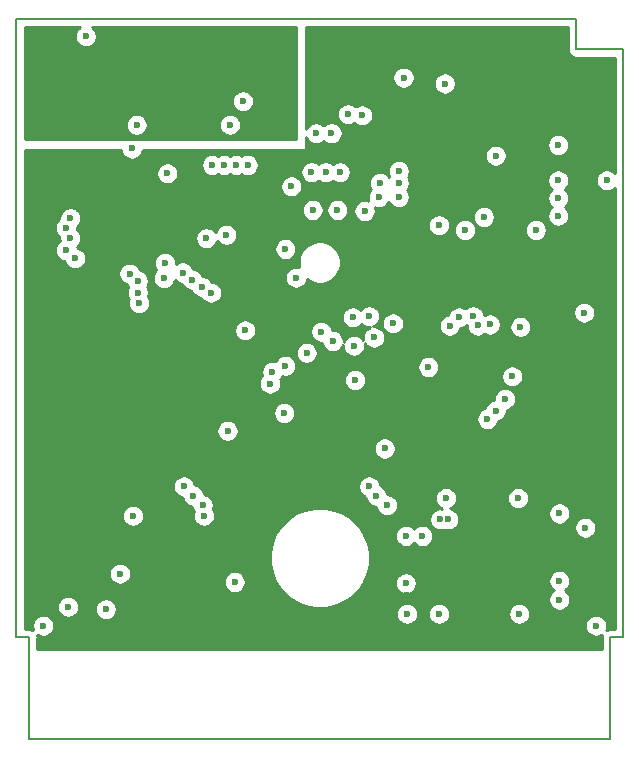
<source format=gbr>
G04 #@! TF.GenerationSoftware,KiCad,Pcbnew,5.1.6-c6e7f7d~86~ubuntu20.04.1*
G04 #@! TF.CreationDate,2020-05-17T16:09:38+03:00*
G04 #@! TF.ProjectId,GB-LIVE32,47422d4c-4956-4453-9332-2e6b69636164,v2.0*
G04 #@! TF.SameCoordinates,Original*
G04 #@! TF.FileFunction,Copper,L3,Inr*
G04 #@! TF.FilePolarity,Positive*
%FSLAX46Y46*%
G04 Gerber Fmt 4.6, Leading zero omitted, Abs format (unit mm)*
G04 Created by KiCad (PCBNEW 5.1.6-c6e7f7d~86~ubuntu20.04.1) date 2020-05-17 16:09:38*
%MOMM*%
%LPD*%
G01*
G04 APERTURE LIST*
G04 #@! TA.AperFunction,Profile*
%ADD10C,0.150000*%
G04 #@! TD*
G04 #@! TA.AperFunction,ViaPad*
%ADD11C,0.600000*%
G04 #@! TD*
G04 #@! TA.AperFunction,Conductor*
%ADD12C,0.254000*%
G04 #@! TD*
G04 APERTURE END LIST*
D10*
X121700000Y-41600000D02*
X125700000Y-41600000D01*
X121700000Y-39000000D02*
X121700000Y-41600000D01*
X125700000Y-41600000D02*
X125700000Y-91400000D01*
X74300000Y-39000000D02*
X121700000Y-39000000D01*
X74300000Y-91400000D02*
X74300000Y-39000000D01*
X124600000Y-91400000D02*
X125700000Y-91400000D01*
X75400000Y-91400000D02*
X74300000Y-91400000D01*
X124600000Y-91400000D02*
X124600000Y-100000000D01*
X75400000Y-100000000D02*
X124600000Y-100000000D01*
X75400000Y-91400000D02*
X75400000Y-100000000D01*
D11*
X84500000Y-48000000D03*
X92400000Y-48000000D03*
X93100000Y-39900000D03*
X92800000Y-86700000D03*
X120300000Y-86600000D03*
X123400000Y-90400000D03*
X78700000Y-88800000D03*
X81900000Y-89000000D03*
X90200000Y-81100000D03*
X84200000Y-81100000D03*
X110100000Y-89400000D03*
X110200000Y-81400000D03*
X110900000Y-81400000D03*
X86600000Y-46700000D03*
X81800000Y-43100000D03*
X81800000Y-44600000D03*
X96900000Y-40300000D03*
X107100000Y-44000000D03*
X122500000Y-82100000D03*
X120300000Y-80900000D03*
X105500000Y-75400000D03*
X107400000Y-89400000D03*
X107300000Y-82800000D03*
X103000000Y-69600000D03*
X97000000Y-72400000D03*
X97100000Y-58500000D03*
X79300000Y-59300000D03*
X92200000Y-73900000D03*
X114900000Y-50600000D03*
X110600000Y-44500000D03*
X113383309Y-64983309D03*
X97600000Y-53200000D03*
X96100000Y-48200000D03*
X94800000Y-42300000D03*
X83300000Y-46000000D03*
X78500000Y-48200000D03*
X84100000Y-50000000D03*
X120200000Y-52700000D03*
X87100000Y-52100000D03*
X124300000Y-52700000D03*
X92800000Y-88300000D03*
X78700000Y-85000000D03*
X107100000Y-42300000D03*
X122500000Y-83700000D03*
X120200000Y-82500000D03*
X105500000Y-77000000D03*
X107400000Y-87800000D03*
X97100000Y-60100000D03*
X79300000Y-60900000D03*
X92200000Y-72200000D03*
X114900000Y-52200000D03*
X115000000Y-44500000D03*
X119400000Y-44600000D03*
X92600000Y-77300000D03*
X122000000Y-68700000D03*
X95900000Y-53200000D03*
X120200000Y-51200000D03*
X87100000Y-50500000D03*
X80200000Y-40500000D03*
X93500000Y-46000000D03*
X76600000Y-90400004D03*
X120300000Y-88200000D03*
X116800000Y-79600000D03*
X92100000Y-57300000D03*
X103600000Y-47200000D03*
X110700000Y-79600000D03*
X93700000Y-65400000D03*
X95800000Y-69900000D03*
X101700000Y-52000000D03*
X102400000Y-47100000D03*
X98000000Y-60940000D03*
X122400002Y-63900000D03*
X99300000Y-52000000D03*
X99700000Y-48700000D03*
X113900000Y-55800006D03*
X118300000Y-56900000D03*
X100500000Y-52000000D03*
X101000000Y-48700000D03*
X78900000Y-55900000D03*
X114200000Y-72900000D03*
X78500000Y-56700000D03*
X114900000Y-72200000D03*
X78900000Y-57600000D03*
X115700000Y-71200000D03*
X78500000Y-58600000D03*
X116300000Y-69300000D03*
X83900000Y-60600000D03*
X90900000Y-51400000D03*
X84600000Y-61200000D03*
X91900000Y-51400000D03*
X84600000Y-62200000D03*
X92900000Y-51400000D03*
X84700000Y-63100000D03*
X93900000Y-51400000D03*
X90400000Y-57600000D03*
X103799994Y-55300000D03*
X104200000Y-78600000D03*
X88500000Y-78600000D03*
X104800000Y-79400000D03*
X89300006Y-79400000D03*
X105700000Y-80200000D03*
X90099992Y-80200000D03*
X96000000Y-68900000D03*
X106199978Y-64800000D03*
X97100000Y-68400000D03*
X104599978Y-66000000D03*
X117000000Y-65100000D03*
X109200000Y-68500000D03*
X98900000Y-67300000D03*
X102900006Y-66700000D03*
X100125000Y-65500000D03*
X102800000Y-64300000D03*
X101100000Y-66300000D03*
X104200000Y-64199994D03*
X112300000Y-56900000D03*
X110100000Y-56500000D03*
X111000000Y-65000000D03*
X90800000Y-62200000D03*
X111800000Y-64300010D03*
X90000004Y-61700000D03*
X113000000Y-64200000D03*
X89200000Y-61100000D03*
X114400000Y-64900000D03*
X88400000Y-60500000D03*
X83100000Y-86000000D03*
X108700000Y-82800000D03*
X107300000Y-86800000D03*
X116900000Y-89400000D03*
X120200000Y-49700000D03*
X106700000Y-51900000D03*
X101500000Y-55200000D03*
X99400001Y-55200000D03*
X86900000Y-59700000D03*
X120200000Y-54200000D03*
X106699992Y-52900000D03*
X105100000Y-52900000D03*
X86800000Y-61000000D03*
X120200000Y-55700000D03*
X105000000Y-54100000D03*
X106700008Y-54100000D03*
D12*
G36*
X79603972Y-39773738D02*
G01*
X79473738Y-39903972D01*
X79371414Y-40057111D01*
X79300932Y-40227271D01*
X79265000Y-40407911D01*
X79265000Y-40592089D01*
X79300932Y-40772729D01*
X79371414Y-40942889D01*
X79473738Y-41096028D01*
X79603972Y-41226262D01*
X79757111Y-41328586D01*
X79927271Y-41399068D01*
X80107911Y-41435000D01*
X80292089Y-41435000D01*
X80472729Y-41399068D01*
X80642889Y-41328586D01*
X80796028Y-41226262D01*
X80926262Y-41096028D01*
X81028586Y-40942889D01*
X81099068Y-40772729D01*
X81135000Y-40592089D01*
X81135000Y-40407911D01*
X81099068Y-40227271D01*
X81028586Y-40057111D01*
X80926262Y-39903972D01*
X80796028Y-39773738D01*
X80700637Y-39710000D01*
X97973000Y-39710000D01*
X97973000Y-49173000D01*
X75010000Y-49173000D01*
X75010000Y-47907911D01*
X83565000Y-47907911D01*
X83565000Y-48092089D01*
X83600932Y-48272729D01*
X83671414Y-48442889D01*
X83773738Y-48596028D01*
X83903972Y-48726262D01*
X84057111Y-48828586D01*
X84227271Y-48899068D01*
X84407911Y-48935000D01*
X84592089Y-48935000D01*
X84772729Y-48899068D01*
X84942889Y-48828586D01*
X85096028Y-48726262D01*
X85226262Y-48596028D01*
X85328586Y-48442889D01*
X85399068Y-48272729D01*
X85435000Y-48092089D01*
X85435000Y-47907911D01*
X91465000Y-47907911D01*
X91465000Y-48092089D01*
X91500932Y-48272729D01*
X91571414Y-48442889D01*
X91673738Y-48596028D01*
X91803972Y-48726262D01*
X91957111Y-48828586D01*
X92127271Y-48899068D01*
X92307911Y-48935000D01*
X92492089Y-48935000D01*
X92672729Y-48899068D01*
X92842889Y-48828586D01*
X92996028Y-48726262D01*
X93126262Y-48596028D01*
X93228586Y-48442889D01*
X93299068Y-48272729D01*
X93335000Y-48092089D01*
X93335000Y-47907911D01*
X93299068Y-47727271D01*
X93228586Y-47557111D01*
X93126262Y-47403972D01*
X92996028Y-47273738D01*
X92842889Y-47171414D01*
X92672729Y-47100932D01*
X92492089Y-47065000D01*
X92307911Y-47065000D01*
X92127271Y-47100932D01*
X91957111Y-47171414D01*
X91803972Y-47273738D01*
X91673738Y-47403972D01*
X91571414Y-47557111D01*
X91500932Y-47727271D01*
X91465000Y-47907911D01*
X85435000Y-47907911D01*
X85399068Y-47727271D01*
X85328586Y-47557111D01*
X85226262Y-47403972D01*
X85096028Y-47273738D01*
X84942889Y-47171414D01*
X84772729Y-47100932D01*
X84592089Y-47065000D01*
X84407911Y-47065000D01*
X84227271Y-47100932D01*
X84057111Y-47171414D01*
X83903972Y-47273738D01*
X83773738Y-47403972D01*
X83671414Y-47557111D01*
X83600932Y-47727271D01*
X83565000Y-47907911D01*
X75010000Y-47907911D01*
X75010000Y-45907911D01*
X92565000Y-45907911D01*
X92565000Y-46092089D01*
X92600932Y-46272729D01*
X92671414Y-46442889D01*
X92773738Y-46596028D01*
X92903972Y-46726262D01*
X93057111Y-46828586D01*
X93227271Y-46899068D01*
X93407911Y-46935000D01*
X93592089Y-46935000D01*
X93772729Y-46899068D01*
X93942889Y-46828586D01*
X94096028Y-46726262D01*
X94226262Y-46596028D01*
X94328586Y-46442889D01*
X94399068Y-46272729D01*
X94435000Y-46092089D01*
X94435000Y-45907911D01*
X94399068Y-45727271D01*
X94328586Y-45557111D01*
X94226262Y-45403972D01*
X94096028Y-45273738D01*
X93942889Y-45171414D01*
X93772729Y-45100932D01*
X93592089Y-45065000D01*
X93407911Y-45065000D01*
X93227271Y-45100932D01*
X93057111Y-45171414D01*
X92903972Y-45273738D01*
X92773738Y-45403972D01*
X92671414Y-45557111D01*
X92600932Y-45727271D01*
X92565000Y-45907911D01*
X75010000Y-45907911D01*
X75010000Y-39710000D01*
X79699363Y-39710000D01*
X79603972Y-39773738D01*
G37*
X79603972Y-39773738D02*
X79473738Y-39903972D01*
X79371414Y-40057111D01*
X79300932Y-40227271D01*
X79265000Y-40407911D01*
X79265000Y-40592089D01*
X79300932Y-40772729D01*
X79371414Y-40942889D01*
X79473738Y-41096028D01*
X79603972Y-41226262D01*
X79757111Y-41328586D01*
X79927271Y-41399068D01*
X80107911Y-41435000D01*
X80292089Y-41435000D01*
X80472729Y-41399068D01*
X80642889Y-41328586D01*
X80796028Y-41226262D01*
X80926262Y-41096028D01*
X81028586Y-40942889D01*
X81099068Y-40772729D01*
X81135000Y-40592089D01*
X81135000Y-40407911D01*
X81099068Y-40227271D01*
X81028586Y-40057111D01*
X80926262Y-39903972D01*
X80796028Y-39773738D01*
X80700637Y-39710000D01*
X97973000Y-39710000D01*
X97973000Y-49173000D01*
X75010000Y-49173000D01*
X75010000Y-47907911D01*
X83565000Y-47907911D01*
X83565000Y-48092089D01*
X83600932Y-48272729D01*
X83671414Y-48442889D01*
X83773738Y-48596028D01*
X83903972Y-48726262D01*
X84057111Y-48828586D01*
X84227271Y-48899068D01*
X84407911Y-48935000D01*
X84592089Y-48935000D01*
X84772729Y-48899068D01*
X84942889Y-48828586D01*
X85096028Y-48726262D01*
X85226262Y-48596028D01*
X85328586Y-48442889D01*
X85399068Y-48272729D01*
X85435000Y-48092089D01*
X85435000Y-47907911D01*
X91465000Y-47907911D01*
X91465000Y-48092089D01*
X91500932Y-48272729D01*
X91571414Y-48442889D01*
X91673738Y-48596028D01*
X91803972Y-48726262D01*
X91957111Y-48828586D01*
X92127271Y-48899068D01*
X92307911Y-48935000D01*
X92492089Y-48935000D01*
X92672729Y-48899068D01*
X92842889Y-48828586D01*
X92996028Y-48726262D01*
X93126262Y-48596028D01*
X93228586Y-48442889D01*
X93299068Y-48272729D01*
X93335000Y-48092089D01*
X93335000Y-47907911D01*
X93299068Y-47727271D01*
X93228586Y-47557111D01*
X93126262Y-47403972D01*
X92996028Y-47273738D01*
X92842889Y-47171414D01*
X92672729Y-47100932D01*
X92492089Y-47065000D01*
X92307911Y-47065000D01*
X92127271Y-47100932D01*
X91957111Y-47171414D01*
X91803972Y-47273738D01*
X91673738Y-47403972D01*
X91571414Y-47557111D01*
X91500932Y-47727271D01*
X91465000Y-47907911D01*
X85435000Y-47907911D01*
X85399068Y-47727271D01*
X85328586Y-47557111D01*
X85226262Y-47403972D01*
X85096028Y-47273738D01*
X84942889Y-47171414D01*
X84772729Y-47100932D01*
X84592089Y-47065000D01*
X84407911Y-47065000D01*
X84227271Y-47100932D01*
X84057111Y-47171414D01*
X83903972Y-47273738D01*
X83773738Y-47403972D01*
X83671414Y-47557111D01*
X83600932Y-47727271D01*
X83565000Y-47907911D01*
X75010000Y-47907911D01*
X75010000Y-45907911D01*
X92565000Y-45907911D01*
X92565000Y-46092089D01*
X92600932Y-46272729D01*
X92671414Y-46442889D01*
X92773738Y-46596028D01*
X92903972Y-46726262D01*
X93057111Y-46828586D01*
X93227271Y-46899068D01*
X93407911Y-46935000D01*
X93592089Y-46935000D01*
X93772729Y-46899068D01*
X93942889Y-46828586D01*
X94096028Y-46726262D01*
X94226262Y-46596028D01*
X94328586Y-46442889D01*
X94399068Y-46272729D01*
X94435000Y-46092089D01*
X94435000Y-45907911D01*
X94399068Y-45727271D01*
X94328586Y-45557111D01*
X94226262Y-45403972D01*
X94096028Y-45273738D01*
X93942889Y-45171414D01*
X93772729Y-45100932D01*
X93592089Y-45065000D01*
X93407911Y-45065000D01*
X93227271Y-45100932D01*
X93057111Y-45171414D01*
X92903972Y-45273738D01*
X92773738Y-45403972D01*
X92671414Y-45557111D01*
X92600932Y-45727271D01*
X92565000Y-45907911D01*
X75010000Y-45907911D01*
X75010000Y-39710000D01*
X79699363Y-39710000D01*
X79603972Y-39773738D01*
G36*
X120990001Y-41565113D02*
G01*
X120986565Y-41600000D01*
X121000273Y-41739184D01*
X121040872Y-41873020D01*
X121106800Y-41996363D01*
X121195525Y-42104475D01*
X121303637Y-42193200D01*
X121426980Y-42259128D01*
X121560816Y-42299727D01*
X121665123Y-42310000D01*
X121700000Y-42313435D01*
X121734877Y-42310000D01*
X124990000Y-42310000D01*
X124990000Y-52067710D01*
X124896028Y-51973738D01*
X124742889Y-51871414D01*
X124572729Y-51800932D01*
X124392089Y-51765000D01*
X124207911Y-51765000D01*
X124027271Y-51800932D01*
X123857111Y-51871414D01*
X123703972Y-51973738D01*
X123573738Y-52103972D01*
X123471414Y-52257111D01*
X123400932Y-52427271D01*
X123365000Y-52607911D01*
X123365000Y-52792089D01*
X123400932Y-52972729D01*
X123471414Y-53142889D01*
X123573738Y-53296028D01*
X123703972Y-53426262D01*
X123857111Y-53528586D01*
X124027271Y-53599068D01*
X124207911Y-53635000D01*
X124392089Y-53635000D01*
X124572729Y-53599068D01*
X124742889Y-53528586D01*
X124896028Y-53426262D01*
X124990000Y-53332290D01*
X124990001Y-90690000D01*
X124634877Y-90690000D01*
X124600000Y-90686565D01*
X124565123Y-90690000D01*
X124460816Y-90700273D01*
X124326980Y-90740872D01*
X124254879Y-90779410D01*
X124299068Y-90672729D01*
X124335000Y-90492089D01*
X124335000Y-90307911D01*
X124299068Y-90127271D01*
X124228586Y-89957111D01*
X124126262Y-89803972D01*
X123996028Y-89673738D01*
X123842889Y-89571414D01*
X123672729Y-89500932D01*
X123492089Y-89465000D01*
X123307911Y-89465000D01*
X123127271Y-89500932D01*
X122957111Y-89571414D01*
X122803972Y-89673738D01*
X122673738Y-89803972D01*
X122571414Y-89957111D01*
X122500932Y-90127271D01*
X122465000Y-90307911D01*
X122465000Y-90492089D01*
X122500932Y-90672729D01*
X122571414Y-90842889D01*
X122673738Y-90996028D01*
X122803972Y-91126262D01*
X122957111Y-91228586D01*
X123127271Y-91299068D01*
X123307911Y-91335000D01*
X123492089Y-91335000D01*
X123672729Y-91299068D01*
X123842889Y-91228586D01*
X123927123Y-91172302D01*
X123900273Y-91260816D01*
X123886565Y-91400000D01*
X123890000Y-91434876D01*
X123890000Y-92373000D01*
X76110000Y-92373000D01*
X76110000Y-91434876D01*
X76113435Y-91400000D01*
X76099727Y-91260816D01*
X76072878Y-91172307D01*
X76157111Y-91228590D01*
X76327271Y-91299072D01*
X76507911Y-91335004D01*
X76692089Y-91335004D01*
X76872729Y-91299072D01*
X77042889Y-91228590D01*
X77196028Y-91126266D01*
X77326262Y-90996032D01*
X77428586Y-90842893D01*
X77499068Y-90672733D01*
X77535000Y-90492093D01*
X77535000Y-90307915D01*
X77499068Y-90127275D01*
X77428586Y-89957115D01*
X77326262Y-89803976D01*
X77196028Y-89673742D01*
X77042889Y-89571418D01*
X76872729Y-89500936D01*
X76692089Y-89465004D01*
X76507911Y-89465004D01*
X76327271Y-89500936D01*
X76157111Y-89571418D01*
X76003972Y-89673742D01*
X75873738Y-89803976D01*
X75771414Y-89957115D01*
X75700932Y-90127275D01*
X75665000Y-90307915D01*
X75665000Y-90492093D01*
X75700932Y-90672733D01*
X75745118Y-90779409D01*
X75673020Y-90740872D01*
X75539184Y-90700273D01*
X75434877Y-90690000D01*
X75400000Y-90686565D01*
X75365123Y-90690000D01*
X75010000Y-90690000D01*
X75010000Y-88707911D01*
X77765000Y-88707911D01*
X77765000Y-88892089D01*
X77800932Y-89072729D01*
X77871414Y-89242889D01*
X77973738Y-89396028D01*
X78103972Y-89526262D01*
X78257111Y-89628586D01*
X78427271Y-89699068D01*
X78607911Y-89735000D01*
X78792089Y-89735000D01*
X78972729Y-89699068D01*
X79142889Y-89628586D01*
X79296028Y-89526262D01*
X79426262Y-89396028D01*
X79528586Y-89242889D01*
X79599068Y-89072729D01*
X79631852Y-88907911D01*
X80965000Y-88907911D01*
X80965000Y-89092089D01*
X81000932Y-89272729D01*
X81071414Y-89442889D01*
X81173738Y-89596028D01*
X81303972Y-89726262D01*
X81457111Y-89828586D01*
X81627271Y-89899068D01*
X81807911Y-89935000D01*
X81992089Y-89935000D01*
X82172729Y-89899068D01*
X82342889Y-89828586D01*
X82496028Y-89726262D01*
X82626262Y-89596028D01*
X82728586Y-89442889D01*
X82784495Y-89307911D01*
X106465000Y-89307911D01*
X106465000Y-89492089D01*
X106500932Y-89672729D01*
X106571414Y-89842889D01*
X106673738Y-89996028D01*
X106803972Y-90126262D01*
X106957111Y-90228586D01*
X107127271Y-90299068D01*
X107307911Y-90335000D01*
X107492089Y-90335000D01*
X107672729Y-90299068D01*
X107842889Y-90228586D01*
X107996028Y-90126262D01*
X108126262Y-89996028D01*
X108228586Y-89842889D01*
X108299068Y-89672729D01*
X108335000Y-89492089D01*
X108335000Y-89307911D01*
X109165000Y-89307911D01*
X109165000Y-89492089D01*
X109200932Y-89672729D01*
X109271414Y-89842889D01*
X109373738Y-89996028D01*
X109503972Y-90126262D01*
X109657111Y-90228586D01*
X109827271Y-90299068D01*
X110007911Y-90335000D01*
X110192089Y-90335000D01*
X110372729Y-90299068D01*
X110542889Y-90228586D01*
X110696028Y-90126262D01*
X110826262Y-89996028D01*
X110928586Y-89842889D01*
X110999068Y-89672729D01*
X111035000Y-89492089D01*
X111035000Y-89307911D01*
X115965000Y-89307911D01*
X115965000Y-89492089D01*
X116000932Y-89672729D01*
X116071414Y-89842889D01*
X116173738Y-89996028D01*
X116303972Y-90126262D01*
X116457111Y-90228586D01*
X116627271Y-90299068D01*
X116807911Y-90335000D01*
X116992089Y-90335000D01*
X117172729Y-90299068D01*
X117342889Y-90228586D01*
X117496028Y-90126262D01*
X117626262Y-89996028D01*
X117728586Y-89842889D01*
X117799068Y-89672729D01*
X117835000Y-89492089D01*
X117835000Y-89307911D01*
X117799068Y-89127271D01*
X117728586Y-88957111D01*
X117626262Y-88803972D01*
X117496028Y-88673738D01*
X117342889Y-88571414D01*
X117172729Y-88500932D01*
X116992089Y-88465000D01*
X116807911Y-88465000D01*
X116627271Y-88500932D01*
X116457111Y-88571414D01*
X116303972Y-88673738D01*
X116173738Y-88803972D01*
X116071414Y-88957111D01*
X116000932Y-89127271D01*
X115965000Y-89307911D01*
X111035000Y-89307911D01*
X110999068Y-89127271D01*
X110928586Y-88957111D01*
X110826262Y-88803972D01*
X110696028Y-88673738D01*
X110542889Y-88571414D01*
X110372729Y-88500932D01*
X110192089Y-88465000D01*
X110007911Y-88465000D01*
X109827271Y-88500932D01*
X109657111Y-88571414D01*
X109503972Y-88673738D01*
X109373738Y-88803972D01*
X109271414Y-88957111D01*
X109200932Y-89127271D01*
X109165000Y-89307911D01*
X108335000Y-89307911D01*
X108299068Y-89127271D01*
X108228586Y-88957111D01*
X108126262Y-88803972D01*
X107996028Y-88673738D01*
X107842889Y-88571414D01*
X107672729Y-88500932D01*
X107492089Y-88465000D01*
X107307911Y-88465000D01*
X107127271Y-88500932D01*
X106957111Y-88571414D01*
X106803972Y-88673738D01*
X106673738Y-88803972D01*
X106571414Y-88957111D01*
X106500932Y-89127271D01*
X106465000Y-89307911D01*
X82784495Y-89307911D01*
X82799068Y-89272729D01*
X82835000Y-89092089D01*
X82835000Y-88907911D01*
X82799068Y-88727271D01*
X82728586Y-88557111D01*
X82626262Y-88403972D01*
X82496028Y-88273738D01*
X82342889Y-88171414D01*
X82172729Y-88100932D01*
X81992089Y-88065000D01*
X81807911Y-88065000D01*
X81627271Y-88100932D01*
X81457111Y-88171414D01*
X81303972Y-88273738D01*
X81173738Y-88403972D01*
X81071414Y-88557111D01*
X81000932Y-88727271D01*
X80965000Y-88907911D01*
X79631852Y-88907911D01*
X79635000Y-88892089D01*
X79635000Y-88707911D01*
X79599068Y-88527271D01*
X79528586Y-88357111D01*
X79426262Y-88203972D01*
X79296028Y-88073738D01*
X79142889Y-87971414D01*
X78972729Y-87900932D01*
X78792089Y-87865000D01*
X78607911Y-87865000D01*
X78427271Y-87900932D01*
X78257111Y-87971414D01*
X78103972Y-88073738D01*
X77973738Y-88203972D01*
X77871414Y-88357111D01*
X77800932Y-88527271D01*
X77765000Y-88707911D01*
X75010000Y-88707911D01*
X75010000Y-85907911D01*
X82165000Y-85907911D01*
X82165000Y-86092089D01*
X82200932Y-86272729D01*
X82271414Y-86442889D01*
X82373738Y-86596028D01*
X82503972Y-86726262D01*
X82657111Y-86828586D01*
X82827271Y-86899068D01*
X83007911Y-86935000D01*
X83192089Y-86935000D01*
X83372729Y-86899068D01*
X83542889Y-86828586D01*
X83696028Y-86726262D01*
X83814379Y-86607911D01*
X91865000Y-86607911D01*
X91865000Y-86792089D01*
X91900932Y-86972729D01*
X91971414Y-87142889D01*
X92073738Y-87296028D01*
X92203972Y-87426262D01*
X92357111Y-87528586D01*
X92527271Y-87599068D01*
X92707911Y-87635000D01*
X92892089Y-87635000D01*
X93072729Y-87599068D01*
X93242889Y-87528586D01*
X93396028Y-87426262D01*
X93526262Y-87296028D01*
X93628586Y-87142889D01*
X93699068Y-86972729D01*
X93735000Y-86792089D01*
X93735000Y-86607911D01*
X93699068Y-86427271D01*
X93628586Y-86257111D01*
X93526262Y-86103972D01*
X93396028Y-85973738D01*
X93242889Y-85871414D01*
X93072729Y-85800932D01*
X92892089Y-85765000D01*
X92707911Y-85765000D01*
X92527271Y-85800932D01*
X92357111Y-85871414D01*
X92203972Y-85973738D01*
X92073738Y-86103972D01*
X91971414Y-86257111D01*
X91900932Y-86427271D01*
X91865000Y-86607911D01*
X83814379Y-86607911D01*
X83826262Y-86596028D01*
X83928586Y-86442889D01*
X83999068Y-86272729D01*
X84035000Y-86092089D01*
X84035000Y-85907911D01*
X83999068Y-85727271D01*
X83928586Y-85557111D01*
X83826262Y-85403972D01*
X83696028Y-85273738D01*
X83542889Y-85171414D01*
X83372729Y-85100932D01*
X83192089Y-85065000D01*
X83007911Y-85065000D01*
X82827271Y-85100932D01*
X82657111Y-85171414D01*
X82503972Y-85273738D01*
X82373738Y-85403972D01*
X82271414Y-85557111D01*
X82200932Y-85727271D01*
X82165000Y-85907911D01*
X75010000Y-85907911D01*
X75010000Y-84232889D01*
X95765000Y-84232889D01*
X95765000Y-85067111D01*
X95927749Y-85885304D01*
X96246992Y-86656025D01*
X96710461Y-87349655D01*
X97300345Y-87939539D01*
X97993975Y-88403008D01*
X98764696Y-88722251D01*
X99582889Y-88885000D01*
X100417111Y-88885000D01*
X101235304Y-88722251D01*
X102006025Y-88403008D01*
X102699655Y-87939539D01*
X103289539Y-87349655D01*
X103718338Y-86707911D01*
X106365000Y-86707911D01*
X106365000Y-86892089D01*
X106400932Y-87072729D01*
X106471414Y-87242889D01*
X106573738Y-87396028D01*
X106703972Y-87526262D01*
X106857111Y-87628586D01*
X107027271Y-87699068D01*
X107207911Y-87735000D01*
X107392089Y-87735000D01*
X107572729Y-87699068D01*
X107742889Y-87628586D01*
X107896028Y-87526262D01*
X108026262Y-87396028D01*
X108128586Y-87242889D01*
X108199068Y-87072729D01*
X108235000Y-86892089D01*
X108235000Y-86707911D01*
X108199068Y-86527271D01*
X108191049Y-86507911D01*
X119365000Y-86507911D01*
X119365000Y-86692089D01*
X119400932Y-86872729D01*
X119471414Y-87042889D01*
X119573738Y-87196028D01*
X119703972Y-87326262D01*
X119814329Y-87400000D01*
X119703972Y-87473738D01*
X119573738Y-87603972D01*
X119471414Y-87757111D01*
X119400932Y-87927271D01*
X119365000Y-88107911D01*
X119365000Y-88292089D01*
X119400932Y-88472729D01*
X119471414Y-88642889D01*
X119573738Y-88796028D01*
X119703972Y-88926262D01*
X119857111Y-89028586D01*
X120027271Y-89099068D01*
X120207911Y-89135000D01*
X120392089Y-89135000D01*
X120572729Y-89099068D01*
X120742889Y-89028586D01*
X120896028Y-88926262D01*
X121026262Y-88796028D01*
X121128586Y-88642889D01*
X121199068Y-88472729D01*
X121235000Y-88292089D01*
X121235000Y-88107911D01*
X121199068Y-87927271D01*
X121128586Y-87757111D01*
X121026262Y-87603972D01*
X120896028Y-87473738D01*
X120785671Y-87400000D01*
X120896028Y-87326262D01*
X121026262Y-87196028D01*
X121128586Y-87042889D01*
X121199068Y-86872729D01*
X121235000Y-86692089D01*
X121235000Y-86507911D01*
X121199068Y-86327271D01*
X121128586Y-86157111D01*
X121026262Y-86003972D01*
X120896028Y-85873738D01*
X120742889Y-85771414D01*
X120572729Y-85700932D01*
X120392089Y-85665000D01*
X120207911Y-85665000D01*
X120027271Y-85700932D01*
X119857111Y-85771414D01*
X119703972Y-85873738D01*
X119573738Y-86003972D01*
X119471414Y-86157111D01*
X119400932Y-86327271D01*
X119365000Y-86507911D01*
X108191049Y-86507911D01*
X108128586Y-86357111D01*
X108026262Y-86203972D01*
X107896028Y-86073738D01*
X107742889Y-85971414D01*
X107572729Y-85900932D01*
X107392089Y-85865000D01*
X107207911Y-85865000D01*
X107027271Y-85900932D01*
X106857111Y-85971414D01*
X106703972Y-86073738D01*
X106573738Y-86203972D01*
X106471414Y-86357111D01*
X106400932Y-86527271D01*
X106365000Y-86707911D01*
X103718338Y-86707911D01*
X103753008Y-86656025D01*
X104072251Y-85885304D01*
X104235000Y-85067111D01*
X104235000Y-84232889D01*
X104072251Y-83414696D01*
X103779492Y-82707911D01*
X106365000Y-82707911D01*
X106365000Y-82892089D01*
X106400932Y-83072729D01*
X106471414Y-83242889D01*
X106573738Y-83396028D01*
X106703972Y-83526262D01*
X106857111Y-83628586D01*
X107027271Y-83699068D01*
X107207911Y-83735000D01*
X107392089Y-83735000D01*
X107572729Y-83699068D01*
X107742889Y-83628586D01*
X107896028Y-83526262D01*
X108000000Y-83422290D01*
X108103972Y-83526262D01*
X108257111Y-83628586D01*
X108427271Y-83699068D01*
X108607911Y-83735000D01*
X108792089Y-83735000D01*
X108972729Y-83699068D01*
X109142889Y-83628586D01*
X109296028Y-83526262D01*
X109426262Y-83396028D01*
X109528586Y-83242889D01*
X109599068Y-83072729D01*
X109635000Y-82892089D01*
X109635000Y-82707911D01*
X109599068Y-82527271D01*
X109528586Y-82357111D01*
X109426262Y-82203972D01*
X109296028Y-82073738D01*
X109142889Y-81971414D01*
X108972729Y-81900932D01*
X108792089Y-81865000D01*
X108607911Y-81865000D01*
X108427271Y-81900932D01*
X108257111Y-81971414D01*
X108103972Y-82073738D01*
X108000000Y-82177710D01*
X107896028Y-82073738D01*
X107742889Y-81971414D01*
X107572729Y-81900932D01*
X107392089Y-81865000D01*
X107207911Y-81865000D01*
X107027271Y-81900932D01*
X106857111Y-81971414D01*
X106703972Y-82073738D01*
X106573738Y-82203972D01*
X106471414Y-82357111D01*
X106400932Y-82527271D01*
X106365000Y-82707911D01*
X103779492Y-82707911D01*
X103753008Y-82643975D01*
X103289539Y-81950345D01*
X102699655Y-81360461D01*
X102621009Y-81307911D01*
X109265000Y-81307911D01*
X109265000Y-81492089D01*
X109300932Y-81672729D01*
X109371414Y-81842889D01*
X109473738Y-81996028D01*
X109603972Y-82126262D01*
X109757111Y-82228586D01*
X109927271Y-82299068D01*
X110107911Y-82335000D01*
X110292089Y-82335000D01*
X110472729Y-82299068D01*
X110550000Y-82267062D01*
X110627271Y-82299068D01*
X110807911Y-82335000D01*
X110992089Y-82335000D01*
X111172729Y-82299068D01*
X111342889Y-82228586D01*
X111496028Y-82126262D01*
X111614379Y-82007911D01*
X121565000Y-82007911D01*
X121565000Y-82192089D01*
X121600932Y-82372729D01*
X121671414Y-82542889D01*
X121773738Y-82696028D01*
X121903972Y-82826262D01*
X122057111Y-82928586D01*
X122227271Y-82999068D01*
X122407911Y-83035000D01*
X122592089Y-83035000D01*
X122772729Y-82999068D01*
X122942889Y-82928586D01*
X123096028Y-82826262D01*
X123226262Y-82696028D01*
X123328586Y-82542889D01*
X123399068Y-82372729D01*
X123435000Y-82192089D01*
X123435000Y-82007911D01*
X123399068Y-81827271D01*
X123328586Y-81657111D01*
X123226262Y-81503972D01*
X123096028Y-81373738D01*
X122942889Y-81271414D01*
X122772729Y-81200932D01*
X122592089Y-81165000D01*
X122407911Y-81165000D01*
X122227271Y-81200932D01*
X122057111Y-81271414D01*
X121903972Y-81373738D01*
X121773738Y-81503972D01*
X121671414Y-81657111D01*
X121600932Y-81827271D01*
X121565000Y-82007911D01*
X111614379Y-82007911D01*
X111626262Y-81996028D01*
X111728586Y-81842889D01*
X111799068Y-81672729D01*
X111835000Y-81492089D01*
X111835000Y-81307911D01*
X111799068Y-81127271D01*
X111728586Y-80957111D01*
X111628894Y-80807911D01*
X119365000Y-80807911D01*
X119365000Y-80992089D01*
X119400932Y-81172729D01*
X119471414Y-81342889D01*
X119573738Y-81496028D01*
X119703972Y-81626262D01*
X119857111Y-81728586D01*
X120027271Y-81799068D01*
X120207911Y-81835000D01*
X120392089Y-81835000D01*
X120572729Y-81799068D01*
X120742889Y-81728586D01*
X120896028Y-81626262D01*
X121026262Y-81496028D01*
X121128586Y-81342889D01*
X121199068Y-81172729D01*
X121235000Y-80992089D01*
X121235000Y-80807911D01*
X121199068Y-80627271D01*
X121128586Y-80457111D01*
X121026262Y-80303972D01*
X120896028Y-80173738D01*
X120742889Y-80071414D01*
X120572729Y-80000932D01*
X120392089Y-79965000D01*
X120207911Y-79965000D01*
X120027271Y-80000932D01*
X119857111Y-80071414D01*
X119703972Y-80173738D01*
X119573738Y-80303972D01*
X119471414Y-80457111D01*
X119400932Y-80627271D01*
X119365000Y-80807911D01*
X111628894Y-80807911D01*
X111626262Y-80803972D01*
X111496028Y-80673738D01*
X111342889Y-80571414D01*
X111172729Y-80500932D01*
X111034574Y-80473451D01*
X111142889Y-80428586D01*
X111296028Y-80326262D01*
X111426262Y-80196028D01*
X111528586Y-80042889D01*
X111599068Y-79872729D01*
X111635000Y-79692089D01*
X111635000Y-79507911D01*
X115865000Y-79507911D01*
X115865000Y-79692089D01*
X115900932Y-79872729D01*
X115971414Y-80042889D01*
X116073738Y-80196028D01*
X116203972Y-80326262D01*
X116357111Y-80428586D01*
X116527271Y-80499068D01*
X116707911Y-80535000D01*
X116892089Y-80535000D01*
X117072729Y-80499068D01*
X117242889Y-80428586D01*
X117396028Y-80326262D01*
X117526262Y-80196028D01*
X117628586Y-80042889D01*
X117699068Y-79872729D01*
X117735000Y-79692089D01*
X117735000Y-79507911D01*
X117699068Y-79327271D01*
X117628586Y-79157111D01*
X117526262Y-79003972D01*
X117396028Y-78873738D01*
X117242889Y-78771414D01*
X117072729Y-78700932D01*
X116892089Y-78665000D01*
X116707911Y-78665000D01*
X116527271Y-78700932D01*
X116357111Y-78771414D01*
X116203972Y-78873738D01*
X116073738Y-79003972D01*
X115971414Y-79157111D01*
X115900932Y-79327271D01*
X115865000Y-79507911D01*
X111635000Y-79507911D01*
X111599068Y-79327271D01*
X111528586Y-79157111D01*
X111426262Y-79003972D01*
X111296028Y-78873738D01*
X111142889Y-78771414D01*
X110972729Y-78700932D01*
X110792089Y-78665000D01*
X110607911Y-78665000D01*
X110427271Y-78700932D01*
X110257111Y-78771414D01*
X110103972Y-78873738D01*
X109973738Y-79003972D01*
X109871414Y-79157111D01*
X109800932Y-79327271D01*
X109765000Y-79507911D01*
X109765000Y-79692089D01*
X109800932Y-79872729D01*
X109871414Y-80042889D01*
X109973738Y-80196028D01*
X110103972Y-80326262D01*
X110257111Y-80428586D01*
X110393929Y-80485258D01*
X110292089Y-80465000D01*
X110107911Y-80465000D01*
X109927271Y-80500932D01*
X109757111Y-80571414D01*
X109603972Y-80673738D01*
X109473738Y-80803972D01*
X109371414Y-80957111D01*
X109300932Y-81127271D01*
X109265000Y-81307911D01*
X102621009Y-81307911D01*
X102006025Y-80896992D01*
X101235304Y-80577749D01*
X100417111Y-80415000D01*
X99582889Y-80415000D01*
X98764696Y-80577749D01*
X97993975Y-80896992D01*
X97300345Y-81360461D01*
X96710461Y-81950345D01*
X96246992Y-82643975D01*
X95927749Y-83414696D01*
X95765000Y-84232889D01*
X75010000Y-84232889D01*
X75010000Y-81007911D01*
X83265000Y-81007911D01*
X83265000Y-81192089D01*
X83300932Y-81372729D01*
X83371414Y-81542889D01*
X83473738Y-81696028D01*
X83603972Y-81826262D01*
X83757111Y-81928586D01*
X83927271Y-81999068D01*
X84107911Y-82035000D01*
X84292089Y-82035000D01*
X84472729Y-81999068D01*
X84642889Y-81928586D01*
X84796028Y-81826262D01*
X84926262Y-81696028D01*
X85028586Y-81542889D01*
X85099068Y-81372729D01*
X85135000Y-81192089D01*
X85135000Y-81007911D01*
X85099068Y-80827271D01*
X85028586Y-80657111D01*
X84926262Y-80503972D01*
X84796028Y-80373738D01*
X84642889Y-80271414D01*
X84472729Y-80200932D01*
X84292089Y-80165000D01*
X84107911Y-80165000D01*
X83927271Y-80200932D01*
X83757111Y-80271414D01*
X83603972Y-80373738D01*
X83473738Y-80503972D01*
X83371414Y-80657111D01*
X83300932Y-80827271D01*
X83265000Y-81007911D01*
X75010000Y-81007911D01*
X75010000Y-78507911D01*
X87565000Y-78507911D01*
X87565000Y-78692089D01*
X87600932Y-78872729D01*
X87671414Y-79042889D01*
X87773738Y-79196028D01*
X87903972Y-79326262D01*
X88057111Y-79428586D01*
X88227271Y-79499068D01*
X88372126Y-79527882D01*
X88400938Y-79672729D01*
X88471420Y-79842889D01*
X88573744Y-79996028D01*
X88703978Y-80126262D01*
X88857117Y-80228586D01*
X89027277Y-80299068D01*
X89172111Y-80327878D01*
X89200924Y-80472729D01*
X89271406Y-80642889D01*
X89336779Y-80740727D01*
X89300932Y-80827271D01*
X89265000Y-81007911D01*
X89265000Y-81192089D01*
X89300932Y-81372729D01*
X89371414Y-81542889D01*
X89473738Y-81696028D01*
X89603972Y-81826262D01*
X89757111Y-81928586D01*
X89927271Y-81999068D01*
X90107911Y-82035000D01*
X90292089Y-82035000D01*
X90472729Y-81999068D01*
X90642889Y-81928586D01*
X90796028Y-81826262D01*
X90926262Y-81696028D01*
X91028586Y-81542889D01*
X91099068Y-81372729D01*
X91135000Y-81192089D01*
X91135000Y-81007911D01*
X91099068Y-80827271D01*
X91028586Y-80657111D01*
X90963213Y-80559273D01*
X90999060Y-80472729D01*
X91034992Y-80292089D01*
X91034992Y-80107911D01*
X90999060Y-79927271D01*
X90928578Y-79757111D01*
X90826254Y-79603972D01*
X90696020Y-79473738D01*
X90542881Y-79371414D01*
X90372721Y-79300932D01*
X90227887Y-79272122D01*
X90199074Y-79127271D01*
X90128592Y-78957111D01*
X90026268Y-78803972D01*
X89896034Y-78673738D01*
X89742895Y-78571414D01*
X89589584Y-78507911D01*
X103265000Y-78507911D01*
X103265000Y-78692089D01*
X103300932Y-78872729D01*
X103371414Y-79042889D01*
X103473738Y-79196028D01*
X103603972Y-79326262D01*
X103757111Y-79428586D01*
X103865000Y-79473275D01*
X103865000Y-79492089D01*
X103900932Y-79672729D01*
X103971414Y-79842889D01*
X104073738Y-79996028D01*
X104203972Y-80126262D01*
X104357111Y-80228586D01*
X104527271Y-80299068D01*
X104707911Y-80335000D01*
X104773536Y-80335000D01*
X104800932Y-80472729D01*
X104871414Y-80642889D01*
X104973738Y-80796028D01*
X105103972Y-80926262D01*
X105257111Y-81028586D01*
X105427271Y-81099068D01*
X105607911Y-81135000D01*
X105792089Y-81135000D01*
X105972729Y-81099068D01*
X106142889Y-81028586D01*
X106296028Y-80926262D01*
X106426262Y-80796028D01*
X106528586Y-80642889D01*
X106599068Y-80472729D01*
X106635000Y-80292089D01*
X106635000Y-80107911D01*
X106599068Y-79927271D01*
X106528586Y-79757111D01*
X106426262Y-79603972D01*
X106296028Y-79473738D01*
X106142889Y-79371414D01*
X105972729Y-79300932D01*
X105792089Y-79265000D01*
X105726464Y-79265000D01*
X105699068Y-79127271D01*
X105628586Y-78957111D01*
X105526262Y-78803972D01*
X105396028Y-78673738D01*
X105242889Y-78571414D01*
X105135000Y-78526725D01*
X105135000Y-78507911D01*
X105099068Y-78327271D01*
X105028586Y-78157111D01*
X104926262Y-78003972D01*
X104796028Y-77873738D01*
X104642889Y-77771414D01*
X104472729Y-77700932D01*
X104292089Y-77665000D01*
X104107911Y-77665000D01*
X103927271Y-77700932D01*
X103757111Y-77771414D01*
X103603972Y-77873738D01*
X103473738Y-78003972D01*
X103371414Y-78157111D01*
X103300932Y-78327271D01*
X103265000Y-78507911D01*
X89589584Y-78507911D01*
X89572735Y-78500932D01*
X89427880Y-78472118D01*
X89399068Y-78327271D01*
X89328586Y-78157111D01*
X89226262Y-78003972D01*
X89096028Y-77873738D01*
X88942889Y-77771414D01*
X88772729Y-77700932D01*
X88592089Y-77665000D01*
X88407911Y-77665000D01*
X88227271Y-77700932D01*
X88057111Y-77771414D01*
X87903972Y-77873738D01*
X87773738Y-78003972D01*
X87671414Y-78157111D01*
X87600932Y-78327271D01*
X87565000Y-78507911D01*
X75010000Y-78507911D01*
X75010000Y-75307911D01*
X104565000Y-75307911D01*
X104565000Y-75492089D01*
X104600932Y-75672729D01*
X104671414Y-75842889D01*
X104773738Y-75996028D01*
X104903972Y-76126262D01*
X105057111Y-76228586D01*
X105227271Y-76299068D01*
X105407911Y-76335000D01*
X105592089Y-76335000D01*
X105772729Y-76299068D01*
X105942889Y-76228586D01*
X106096028Y-76126262D01*
X106226262Y-75996028D01*
X106328586Y-75842889D01*
X106399068Y-75672729D01*
X106435000Y-75492089D01*
X106435000Y-75307911D01*
X106399068Y-75127271D01*
X106328586Y-74957111D01*
X106226262Y-74803972D01*
X106096028Y-74673738D01*
X105942889Y-74571414D01*
X105772729Y-74500932D01*
X105592089Y-74465000D01*
X105407911Y-74465000D01*
X105227271Y-74500932D01*
X105057111Y-74571414D01*
X104903972Y-74673738D01*
X104773738Y-74803972D01*
X104671414Y-74957111D01*
X104600932Y-75127271D01*
X104565000Y-75307911D01*
X75010000Y-75307911D01*
X75010000Y-73807911D01*
X91265000Y-73807911D01*
X91265000Y-73992089D01*
X91300932Y-74172729D01*
X91371414Y-74342889D01*
X91473738Y-74496028D01*
X91603972Y-74626262D01*
X91757111Y-74728586D01*
X91927271Y-74799068D01*
X92107911Y-74835000D01*
X92292089Y-74835000D01*
X92472729Y-74799068D01*
X92642889Y-74728586D01*
X92796028Y-74626262D01*
X92926262Y-74496028D01*
X93028586Y-74342889D01*
X93099068Y-74172729D01*
X93135000Y-73992089D01*
X93135000Y-73807911D01*
X93099068Y-73627271D01*
X93028586Y-73457111D01*
X92926262Y-73303972D01*
X92796028Y-73173738D01*
X92642889Y-73071414D01*
X92472729Y-73000932D01*
X92292089Y-72965000D01*
X92107911Y-72965000D01*
X91927271Y-73000932D01*
X91757111Y-73071414D01*
X91603972Y-73173738D01*
X91473738Y-73303972D01*
X91371414Y-73457111D01*
X91300932Y-73627271D01*
X91265000Y-73807911D01*
X75010000Y-73807911D01*
X75010000Y-72307911D01*
X96065000Y-72307911D01*
X96065000Y-72492089D01*
X96100932Y-72672729D01*
X96171414Y-72842889D01*
X96273738Y-72996028D01*
X96403972Y-73126262D01*
X96557111Y-73228586D01*
X96727271Y-73299068D01*
X96907911Y-73335000D01*
X97092089Y-73335000D01*
X97272729Y-73299068D01*
X97442889Y-73228586D01*
X97596028Y-73126262D01*
X97726262Y-72996028D01*
X97828586Y-72842889D01*
X97843074Y-72807911D01*
X113265000Y-72807911D01*
X113265000Y-72992089D01*
X113300932Y-73172729D01*
X113371414Y-73342889D01*
X113473738Y-73496028D01*
X113603972Y-73626262D01*
X113757111Y-73728586D01*
X113927271Y-73799068D01*
X114107911Y-73835000D01*
X114292089Y-73835000D01*
X114472729Y-73799068D01*
X114642889Y-73728586D01*
X114796028Y-73626262D01*
X114926262Y-73496028D01*
X115028586Y-73342889D01*
X115099068Y-73172729D01*
X115111289Y-73111289D01*
X115172729Y-73099068D01*
X115342889Y-73028586D01*
X115496028Y-72926262D01*
X115626262Y-72796028D01*
X115728586Y-72642889D01*
X115799068Y-72472729D01*
X115835000Y-72292089D01*
X115835000Y-72126464D01*
X115972729Y-72099068D01*
X116142889Y-72028586D01*
X116296028Y-71926262D01*
X116426262Y-71796028D01*
X116528586Y-71642889D01*
X116599068Y-71472729D01*
X116635000Y-71292089D01*
X116635000Y-71107911D01*
X116599068Y-70927271D01*
X116528586Y-70757111D01*
X116426262Y-70603972D01*
X116296028Y-70473738D01*
X116142889Y-70371414D01*
X115972729Y-70300932D01*
X115792089Y-70265000D01*
X115607911Y-70265000D01*
X115427271Y-70300932D01*
X115257111Y-70371414D01*
X115103972Y-70473738D01*
X114973738Y-70603972D01*
X114871414Y-70757111D01*
X114800932Y-70927271D01*
X114765000Y-71107911D01*
X114765000Y-71273536D01*
X114627271Y-71300932D01*
X114457111Y-71371414D01*
X114303972Y-71473738D01*
X114173738Y-71603972D01*
X114071414Y-71757111D01*
X114000932Y-71927271D01*
X113988711Y-71988711D01*
X113927271Y-72000932D01*
X113757111Y-72071414D01*
X113603972Y-72173738D01*
X113473738Y-72303972D01*
X113371414Y-72457111D01*
X113300932Y-72627271D01*
X113265000Y-72807911D01*
X97843074Y-72807911D01*
X97899068Y-72672729D01*
X97935000Y-72492089D01*
X97935000Y-72307911D01*
X97899068Y-72127271D01*
X97828586Y-71957111D01*
X97726262Y-71803972D01*
X97596028Y-71673738D01*
X97442889Y-71571414D01*
X97272729Y-71500932D01*
X97092089Y-71465000D01*
X96907911Y-71465000D01*
X96727271Y-71500932D01*
X96557111Y-71571414D01*
X96403972Y-71673738D01*
X96273738Y-71803972D01*
X96171414Y-71957111D01*
X96100932Y-72127271D01*
X96065000Y-72307911D01*
X75010000Y-72307911D01*
X75010000Y-69807911D01*
X94865000Y-69807911D01*
X94865000Y-69992089D01*
X94900932Y-70172729D01*
X94971414Y-70342889D01*
X95073738Y-70496028D01*
X95203972Y-70626262D01*
X95357111Y-70728586D01*
X95527271Y-70799068D01*
X95707911Y-70835000D01*
X95892089Y-70835000D01*
X96072729Y-70799068D01*
X96242889Y-70728586D01*
X96396028Y-70626262D01*
X96526262Y-70496028D01*
X96628586Y-70342889D01*
X96699068Y-70172729D01*
X96735000Y-69992089D01*
X96735000Y-69807911D01*
X96699068Y-69627271D01*
X96668593Y-69553697D01*
X96714379Y-69507911D01*
X102065000Y-69507911D01*
X102065000Y-69692089D01*
X102100932Y-69872729D01*
X102171414Y-70042889D01*
X102273738Y-70196028D01*
X102403972Y-70326262D01*
X102557111Y-70428586D01*
X102727271Y-70499068D01*
X102907911Y-70535000D01*
X103092089Y-70535000D01*
X103272729Y-70499068D01*
X103442889Y-70428586D01*
X103596028Y-70326262D01*
X103726262Y-70196028D01*
X103828586Y-70042889D01*
X103899068Y-69872729D01*
X103935000Y-69692089D01*
X103935000Y-69507911D01*
X103899068Y-69327271D01*
X103828586Y-69157111D01*
X103726262Y-69003972D01*
X103596028Y-68873738D01*
X103442889Y-68771414D01*
X103272729Y-68700932D01*
X103092089Y-68665000D01*
X102907911Y-68665000D01*
X102727271Y-68700932D01*
X102557111Y-68771414D01*
X102403972Y-68873738D01*
X102273738Y-69003972D01*
X102171414Y-69157111D01*
X102100932Y-69327271D01*
X102065000Y-69507911D01*
X96714379Y-69507911D01*
X96726262Y-69496028D01*
X96828586Y-69342889D01*
X96845255Y-69302645D01*
X97007911Y-69335000D01*
X97192089Y-69335000D01*
X97372729Y-69299068D01*
X97542889Y-69228586D01*
X97696028Y-69126262D01*
X97826262Y-68996028D01*
X97928586Y-68842889D01*
X97999068Y-68672729D01*
X98035000Y-68492089D01*
X98035000Y-68407911D01*
X108265000Y-68407911D01*
X108265000Y-68592089D01*
X108300932Y-68772729D01*
X108371414Y-68942889D01*
X108473738Y-69096028D01*
X108603972Y-69226262D01*
X108757111Y-69328586D01*
X108927271Y-69399068D01*
X109107911Y-69435000D01*
X109292089Y-69435000D01*
X109472729Y-69399068D01*
X109642889Y-69328586D01*
X109796028Y-69226262D01*
X109814379Y-69207911D01*
X115365000Y-69207911D01*
X115365000Y-69392089D01*
X115400932Y-69572729D01*
X115471414Y-69742889D01*
X115573738Y-69896028D01*
X115703972Y-70026262D01*
X115857111Y-70128586D01*
X116027271Y-70199068D01*
X116207911Y-70235000D01*
X116392089Y-70235000D01*
X116572729Y-70199068D01*
X116742889Y-70128586D01*
X116896028Y-70026262D01*
X117026262Y-69896028D01*
X117128586Y-69742889D01*
X117199068Y-69572729D01*
X117235000Y-69392089D01*
X117235000Y-69207911D01*
X117199068Y-69027271D01*
X117128586Y-68857111D01*
X117026262Y-68703972D01*
X116896028Y-68573738D01*
X116742889Y-68471414D01*
X116572729Y-68400932D01*
X116392089Y-68365000D01*
X116207911Y-68365000D01*
X116027271Y-68400932D01*
X115857111Y-68471414D01*
X115703972Y-68573738D01*
X115573738Y-68703972D01*
X115471414Y-68857111D01*
X115400932Y-69027271D01*
X115365000Y-69207911D01*
X109814379Y-69207911D01*
X109926262Y-69096028D01*
X110028586Y-68942889D01*
X110099068Y-68772729D01*
X110135000Y-68592089D01*
X110135000Y-68407911D01*
X110099068Y-68227271D01*
X110028586Y-68057111D01*
X109926262Y-67903972D01*
X109796028Y-67773738D01*
X109642889Y-67671414D01*
X109472729Y-67600932D01*
X109292089Y-67565000D01*
X109107911Y-67565000D01*
X108927271Y-67600932D01*
X108757111Y-67671414D01*
X108603972Y-67773738D01*
X108473738Y-67903972D01*
X108371414Y-68057111D01*
X108300932Y-68227271D01*
X108265000Y-68407911D01*
X98035000Y-68407911D01*
X98035000Y-68307911D01*
X97999068Y-68127271D01*
X97928586Y-67957111D01*
X97826262Y-67803972D01*
X97696028Y-67673738D01*
X97542889Y-67571414D01*
X97372729Y-67500932D01*
X97192089Y-67465000D01*
X97007911Y-67465000D01*
X96827271Y-67500932D01*
X96657111Y-67571414D01*
X96503972Y-67673738D01*
X96373738Y-67803972D01*
X96271414Y-67957111D01*
X96254745Y-67997355D01*
X96092089Y-67965000D01*
X95907911Y-67965000D01*
X95727271Y-68000932D01*
X95557111Y-68071414D01*
X95403972Y-68173738D01*
X95273738Y-68303972D01*
X95171414Y-68457111D01*
X95100932Y-68627271D01*
X95065000Y-68807911D01*
X95065000Y-68992089D01*
X95100932Y-69172729D01*
X95131407Y-69246303D01*
X95073738Y-69303972D01*
X94971414Y-69457111D01*
X94900932Y-69627271D01*
X94865000Y-69807911D01*
X75010000Y-69807911D01*
X75010000Y-67207911D01*
X97965000Y-67207911D01*
X97965000Y-67392089D01*
X98000932Y-67572729D01*
X98071414Y-67742889D01*
X98173738Y-67896028D01*
X98303972Y-68026262D01*
X98457111Y-68128586D01*
X98627271Y-68199068D01*
X98807911Y-68235000D01*
X98992089Y-68235000D01*
X99172729Y-68199068D01*
X99342889Y-68128586D01*
X99496028Y-68026262D01*
X99626262Y-67896028D01*
X99728586Y-67742889D01*
X99799068Y-67572729D01*
X99835000Y-67392089D01*
X99835000Y-67207911D01*
X99799068Y-67027271D01*
X99728586Y-66857111D01*
X99626262Y-66703972D01*
X99496028Y-66573738D01*
X99342889Y-66471414D01*
X99172729Y-66400932D01*
X98992089Y-66365000D01*
X98807911Y-66365000D01*
X98627271Y-66400932D01*
X98457111Y-66471414D01*
X98303972Y-66573738D01*
X98173738Y-66703972D01*
X98071414Y-66857111D01*
X98000932Y-67027271D01*
X97965000Y-67207911D01*
X75010000Y-67207911D01*
X75010000Y-65307911D01*
X92765000Y-65307911D01*
X92765000Y-65492089D01*
X92800932Y-65672729D01*
X92871414Y-65842889D01*
X92973738Y-65996028D01*
X93103972Y-66126262D01*
X93257111Y-66228586D01*
X93427271Y-66299068D01*
X93607911Y-66335000D01*
X93792089Y-66335000D01*
X93972729Y-66299068D01*
X94142889Y-66228586D01*
X94296028Y-66126262D01*
X94426262Y-65996028D01*
X94528586Y-65842889D01*
X94599068Y-65672729D01*
X94635000Y-65492089D01*
X94635000Y-65407911D01*
X99190000Y-65407911D01*
X99190000Y-65592089D01*
X99225932Y-65772729D01*
X99296414Y-65942889D01*
X99398738Y-66096028D01*
X99528972Y-66226262D01*
X99682111Y-66328586D01*
X99852271Y-66399068D01*
X100032911Y-66435000D01*
X100173536Y-66435000D01*
X100200932Y-66572729D01*
X100271414Y-66742889D01*
X100373738Y-66896028D01*
X100503972Y-67026262D01*
X100657111Y-67128586D01*
X100827271Y-67199068D01*
X101007911Y-67235000D01*
X101192089Y-67235000D01*
X101372729Y-67199068D01*
X101542889Y-67128586D01*
X101696028Y-67026262D01*
X101826262Y-66896028D01*
X101928586Y-66742889D01*
X101965006Y-66654963D01*
X101965006Y-66792089D01*
X102000938Y-66972729D01*
X102071420Y-67142889D01*
X102173744Y-67296028D01*
X102303978Y-67426262D01*
X102457117Y-67528586D01*
X102627277Y-67599068D01*
X102807917Y-67635000D01*
X102992095Y-67635000D01*
X103172735Y-67599068D01*
X103342895Y-67528586D01*
X103496034Y-67426262D01*
X103626268Y-67296028D01*
X103728592Y-67142889D01*
X103799074Y-66972729D01*
X103835006Y-66792089D01*
X103835006Y-66607911D01*
X103815232Y-66508500D01*
X103873716Y-66596028D01*
X104003950Y-66726262D01*
X104157089Y-66828586D01*
X104327249Y-66899068D01*
X104507889Y-66935000D01*
X104692067Y-66935000D01*
X104872707Y-66899068D01*
X105042867Y-66828586D01*
X105196006Y-66726262D01*
X105326240Y-66596028D01*
X105428564Y-66442889D01*
X105499046Y-66272729D01*
X105534978Y-66092089D01*
X105534978Y-65907911D01*
X105499046Y-65727271D01*
X105428564Y-65557111D01*
X105326240Y-65403972D01*
X105196006Y-65273738D01*
X105042867Y-65171414D01*
X104872707Y-65100932D01*
X104692067Y-65065000D01*
X104554963Y-65065000D01*
X104642889Y-65028580D01*
X104796028Y-64926256D01*
X104926262Y-64796022D01*
X104985135Y-64707911D01*
X105264978Y-64707911D01*
X105264978Y-64892089D01*
X105300910Y-65072729D01*
X105371392Y-65242889D01*
X105473716Y-65396028D01*
X105603950Y-65526262D01*
X105757089Y-65628586D01*
X105927249Y-65699068D01*
X106107889Y-65735000D01*
X106292067Y-65735000D01*
X106472707Y-65699068D01*
X106642867Y-65628586D01*
X106796006Y-65526262D01*
X106926240Y-65396028D01*
X107028564Y-65242889D01*
X107099046Y-65072729D01*
X107131830Y-64907911D01*
X110065000Y-64907911D01*
X110065000Y-65092089D01*
X110100932Y-65272729D01*
X110171414Y-65442889D01*
X110273738Y-65596028D01*
X110403972Y-65726262D01*
X110557111Y-65828586D01*
X110727271Y-65899068D01*
X110907911Y-65935000D01*
X111092089Y-65935000D01*
X111272729Y-65899068D01*
X111442889Y-65828586D01*
X111596028Y-65726262D01*
X111726262Y-65596028D01*
X111828586Y-65442889D01*
X111899068Y-65272729D01*
X111907167Y-65232011D01*
X112072729Y-65199078D01*
X112242889Y-65128596D01*
X112396028Y-65026272D01*
X112448309Y-64973991D01*
X112448309Y-65075398D01*
X112484241Y-65256038D01*
X112554723Y-65426198D01*
X112657047Y-65579337D01*
X112787281Y-65709571D01*
X112940420Y-65811895D01*
X113110580Y-65882377D01*
X113291220Y-65918309D01*
X113475398Y-65918309D01*
X113656038Y-65882377D01*
X113826198Y-65811895D01*
X113953995Y-65726504D01*
X113957111Y-65728586D01*
X114127271Y-65799068D01*
X114307911Y-65835000D01*
X114492089Y-65835000D01*
X114672729Y-65799068D01*
X114842889Y-65728586D01*
X114996028Y-65626262D01*
X115126262Y-65496028D01*
X115228586Y-65342889D01*
X115299068Y-65172729D01*
X115331852Y-65007911D01*
X116065000Y-65007911D01*
X116065000Y-65192089D01*
X116100932Y-65372729D01*
X116171414Y-65542889D01*
X116273738Y-65696028D01*
X116403972Y-65826262D01*
X116557111Y-65928586D01*
X116727271Y-65999068D01*
X116907911Y-66035000D01*
X117092089Y-66035000D01*
X117272729Y-65999068D01*
X117442889Y-65928586D01*
X117596028Y-65826262D01*
X117726262Y-65696028D01*
X117828586Y-65542889D01*
X117899068Y-65372729D01*
X117935000Y-65192089D01*
X117935000Y-65007911D01*
X117899068Y-64827271D01*
X117828586Y-64657111D01*
X117726262Y-64503972D01*
X117596028Y-64373738D01*
X117442889Y-64271414D01*
X117272729Y-64200932D01*
X117092089Y-64165000D01*
X116907911Y-64165000D01*
X116727271Y-64200932D01*
X116557111Y-64271414D01*
X116403972Y-64373738D01*
X116273738Y-64503972D01*
X116171414Y-64657111D01*
X116100932Y-64827271D01*
X116065000Y-65007911D01*
X115331852Y-65007911D01*
X115335000Y-64992089D01*
X115335000Y-64807911D01*
X115299068Y-64627271D01*
X115228586Y-64457111D01*
X115126262Y-64303972D01*
X114996028Y-64173738D01*
X114842889Y-64071414D01*
X114672729Y-64000932D01*
X114492089Y-63965000D01*
X114307911Y-63965000D01*
X114127271Y-64000932D01*
X113957111Y-64071414D01*
X113931186Y-64088737D01*
X113899068Y-63927271D01*
X113849628Y-63807911D01*
X121465002Y-63807911D01*
X121465002Y-63992089D01*
X121500934Y-64172729D01*
X121571416Y-64342889D01*
X121673740Y-64496028D01*
X121803974Y-64626262D01*
X121957113Y-64728586D01*
X122127273Y-64799068D01*
X122307913Y-64835000D01*
X122492091Y-64835000D01*
X122672731Y-64799068D01*
X122842891Y-64728586D01*
X122996030Y-64626262D01*
X123126264Y-64496028D01*
X123228588Y-64342889D01*
X123299070Y-64172729D01*
X123335002Y-63992089D01*
X123335002Y-63807911D01*
X123299070Y-63627271D01*
X123228588Y-63457111D01*
X123126264Y-63303972D01*
X122996030Y-63173738D01*
X122842891Y-63071414D01*
X122672731Y-63000932D01*
X122492091Y-62965000D01*
X122307913Y-62965000D01*
X122127273Y-63000932D01*
X121957113Y-63071414D01*
X121803974Y-63173738D01*
X121673740Y-63303972D01*
X121571416Y-63457111D01*
X121500934Y-63627271D01*
X121465002Y-63807911D01*
X113849628Y-63807911D01*
X113828586Y-63757111D01*
X113726262Y-63603972D01*
X113596028Y-63473738D01*
X113442889Y-63371414D01*
X113272729Y-63300932D01*
X113092089Y-63265000D01*
X112907911Y-63265000D01*
X112727271Y-63300932D01*
X112557111Y-63371414D01*
X112403972Y-63473738D01*
X112340838Y-63536872D01*
X112242889Y-63471424D01*
X112072729Y-63400942D01*
X111892089Y-63365010D01*
X111707911Y-63365010D01*
X111527271Y-63400942D01*
X111357111Y-63471424D01*
X111203972Y-63573748D01*
X111073738Y-63703982D01*
X110971414Y-63857121D01*
X110900932Y-64027281D01*
X110892833Y-64067999D01*
X110727271Y-64100932D01*
X110557111Y-64171414D01*
X110403972Y-64273738D01*
X110273738Y-64403972D01*
X110171414Y-64557111D01*
X110100932Y-64727271D01*
X110065000Y-64907911D01*
X107131830Y-64907911D01*
X107134978Y-64892089D01*
X107134978Y-64707911D01*
X107099046Y-64527271D01*
X107028564Y-64357111D01*
X106926240Y-64203972D01*
X106796006Y-64073738D01*
X106642867Y-63971414D01*
X106472707Y-63900932D01*
X106292067Y-63865000D01*
X106107889Y-63865000D01*
X105927249Y-63900932D01*
X105757089Y-63971414D01*
X105603950Y-64073738D01*
X105473716Y-64203972D01*
X105371392Y-64357111D01*
X105300910Y-64527271D01*
X105264978Y-64707911D01*
X104985135Y-64707911D01*
X105028586Y-64642883D01*
X105099068Y-64472723D01*
X105135000Y-64292083D01*
X105135000Y-64107905D01*
X105099068Y-63927265D01*
X105028586Y-63757105D01*
X104926262Y-63603966D01*
X104796028Y-63473732D01*
X104642889Y-63371408D01*
X104472729Y-63300926D01*
X104292089Y-63264994D01*
X104107911Y-63264994D01*
X103927271Y-63300926D01*
X103757111Y-63371408D01*
X103603972Y-63473732D01*
X103473738Y-63603966D01*
X103454719Y-63632429D01*
X103396028Y-63573738D01*
X103242889Y-63471414D01*
X103072729Y-63400932D01*
X102892089Y-63365000D01*
X102707911Y-63365000D01*
X102527271Y-63400932D01*
X102357111Y-63471414D01*
X102203972Y-63573738D01*
X102073738Y-63703972D01*
X101971414Y-63857111D01*
X101900932Y-64027271D01*
X101865000Y-64207911D01*
X101865000Y-64392089D01*
X101900932Y-64572729D01*
X101971414Y-64742889D01*
X102073738Y-64896028D01*
X102203972Y-65026262D01*
X102357111Y-65128586D01*
X102527271Y-65199068D01*
X102707911Y-65235000D01*
X102892089Y-65235000D01*
X103072729Y-65199068D01*
X103242889Y-65128586D01*
X103396028Y-65026262D01*
X103526262Y-64896028D01*
X103545281Y-64867565D01*
X103603972Y-64926256D01*
X103757111Y-65028580D01*
X103927271Y-65099062D01*
X104107911Y-65134994D01*
X104245015Y-65134994D01*
X104157089Y-65171414D01*
X104003950Y-65273738D01*
X103873716Y-65403972D01*
X103771392Y-65557111D01*
X103700910Y-65727271D01*
X103664978Y-65907911D01*
X103664978Y-66092089D01*
X103684752Y-66191500D01*
X103626268Y-66103972D01*
X103496034Y-65973738D01*
X103342895Y-65871414D01*
X103172735Y-65800932D01*
X102992095Y-65765000D01*
X102807917Y-65765000D01*
X102627277Y-65800932D01*
X102457117Y-65871414D01*
X102303978Y-65973738D01*
X102173744Y-66103972D01*
X102071420Y-66257111D01*
X102035000Y-66345037D01*
X102035000Y-66207911D01*
X101999068Y-66027271D01*
X101928586Y-65857111D01*
X101826262Y-65703972D01*
X101696028Y-65573738D01*
X101542889Y-65471414D01*
X101372729Y-65400932D01*
X101192089Y-65365000D01*
X101051464Y-65365000D01*
X101024068Y-65227271D01*
X100953586Y-65057111D01*
X100851262Y-64903972D01*
X100721028Y-64773738D01*
X100567889Y-64671414D01*
X100397729Y-64600932D01*
X100217089Y-64565000D01*
X100032911Y-64565000D01*
X99852271Y-64600932D01*
X99682111Y-64671414D01*
X99528972Y-64773738D01*
X99398738Y-64903972D01*
X99296414Y-65057111D01*
X99225932Y-65227271D01*
X99190000Y-65407911D01*
X94635000Y-65407911D01*
X94635000Y-65307911D01*
X94599068Y-65127271D01*
X94528586Y-64957111D01*
X94426262Y-64803972D01*
X94296028Y-64673738D01*
X94142889Y-64571414D01*
X93972729Y-64500932D01*
X93792089Y-64465000D01*
X93607911Y-64465000D01*
X93427271Y-64500932D01*
X93257111Y-64571414D01*
X93103972Y-64673738D01*
X92973738Y-64803972D01*
X92871414Y-64957111D01*
X92800932Y-65127271D01*
X92765000Y-65307911D01*
X75010000Y-65307911D01*
X75010000Y-60507911D01*
X82965000Y-60507911D01*
X82965000Y-60692089D01*
X83000932Y-60872729D01*
X83071414Y-61042889D01*
X83173738Y-61196028D01*
X83303972Y-61326262D01*
X83457111Y-61428586D01*
X83627271Y-61499068D01*
X83719436Y-61517401D01*
X83771414Y-61642889D01*
X83809574Y-61700000D01*
X83771414Y-61757111D01*
X83700932Y-61927271D01*
X83665000Y-62107911D01*
X83665000Y-62292089D01*
X83700932Y-62472729D01*
X83771414Y-62642889D01*
X83836782Y-62740720D01*
X83800932Y-62827271D01*
X83765000Y-63007911D01*
X83765000Y-63192089D01*
X83800932Y-63372729D01*
X83871414Y-63542889D01*
X83973738Y-63696028D01*
X84103972Y-63826262D01*
X84257111Y-63928586D01*
X84427271Y-63999068D01*
X84607911Y-64035000D01*
X84792089Y-64035000D01*
X84972729Y-63999068D01*
X85142889Y-63928586D01*
X85296028Y-63826262D01*
X85426262Y-63696028D01*
X85528586Y-63542889D01*
X85599068Y-63372729D01*
X85635000Y-63192089D01*
X85635000Y-63007911D01*
X85599068Y-62827271D01*
X85528586Y-62657111D01*
X85463218Y-62559280D01*
X85499068Y-62472729D01*
X85535000Y-62292089D01*
X85535000Y-62107911D01*
X85499068Y-61927271D01*
X85428586Y-61757111D01*
X85390426Y-61700000D01*
X85428586Y-61642889D01*
X85499068Y-61472729D01*
X85535000Y-61292089D01*
X85535000Y-61107911D01*
X85499068Y-60927271D01*
X85491049Y-60907911D01*
X85865000Y-60907911D01*
X85865000Y-61092089D01*
X85900932Y-61272729D01*
X85971414Y-61442889D01*
X86073738Y-61596028D01*
X86203972Y-61726262D01*
X86357111Y-61828586D01*
X86527271Y-61899068D01*
X86707911Y-61935000D01*
X86892089Y-61935000D01*
X87072729Y-61899068D01*
X87242889Y-61828586D01*
X87396028Y-61726262D01*
X87526262Y-61596028D01*
X87628586Y-61442889D01*
X87699068Y-61272729D01*
X87724182Y-61146472D01*
X87803972Y-61226262D01*
X87957111Y-61328586D01*
X88127271Y-61399068D01*
X88307911Y-61435000D01*
X88326725Y-61435000D01*
X88371414Y-61542889D01*
X88473738Y-61696028D01*
X88603972Y-61826262D01*
X88757111Y-61928586D01*
X88927271Y-61999068D01*
X89107911Y-62035000D01*
X89126729Y-62035000D01*
X89171418Y-62142889D01*
X89273742Y-62296028D01*
X89403976Y-62426262D01*
X89557115Y-62528586D01*
X89727275Y-62599068D01*
X89907915Y-62635000D01*
X89968146Y-62635000D01*
X89971414Y-62642889D01*
X90073738Y-62796028D01*
X90203972Y-62926262D01*
X90357111Y-63028586D01*
X90527271Y-63099068D01*
X90707911Y-63135000D01*
X90892089Y-63135000D01*
X91072729Y-63099068D01*
X91242889Y-63028586D01*
X91396028Y-62926262D01*
X91526262Y-62796028D01*
X91628586Y-62642889D01*
X91699068Y-62472729D01*
X91735000Y-62292089D01*
X91735000Y-62107911D01*
X91699068Y-61927271D01*
X91628586Y-61757111D01*
X91526262Y-61603972D01*
X91396028Y-61473738D01*
X91242889Y-61371414D01*
X91072729Y-61300932D01*
X90892089Y-61265000D01*
X90831858Y-61265000D01*
X90828590Y-61257111D01*
X90726266Y-61103972D01*
X90596032Y-60973738D01*
X90442893Y-60871414D01*
X90386152Y-60847911D01*
X97065000Y-60847911D01*
X97065000Y-61032089D01*
X97100932Y-61212729D01*
X97171414Y-61382889D01*
X97273738Y-61536028D01*
X97403972Y-61666262D01*
X97557111Y-61768586D01*
X97727271Y-61839068D01*
X97907911Y-61875000D01*
X98092089Y-61875000D01*
X98272729Y-61839068D01*
X98442889Y-61768586D01*
X98596028Y-61666262D01*
X98726262Y-61536028D01*
X98828586Y-61382889D01*
X98899068Y-61212729D01*
X98925676Y-61078961D01*
X99154485Y-61231847D01*
X99479335Y-61366404D01*
X99824193Y-61435000D01*
X100175807Y-61435000D01*
X100520665Y-61366404D01*
X100845515Y-61231847D01*
X101137871Y-61036500D01*
X101386500Y-60787871D01*
X101581847Y-60495515D01*
X101716404Y-60170665D01*
X101785000Y-59825807D01*
X101785000Y-59474193D01*
X101716404Y-59129335D01*
X101581847Y-58804485D01*
X101386500Y-58512129D01*
X101137871Y-58263500D01*
X100845515Y-58068153D01*
X100520665Y-57933596D01*
X100175807Y-57865000D01*
X99824193Y-57865000D01*
X99479335Y-57933596D01*
X99154485Y-58068153D01*
X98862129Y-58263500D01*
X98613500Y-58512129D01*
X98418153Y-58804485D01*
X98283596Y-59129335D01*
X98215000Y-59474193D01*
X98215000Y-59825807D01*
X98257175Y-60037838D01*
X98092089Y-60005000D01*
X97907911Y-60005000D01*
X97727271Y-60040932D01*
X97557111Y-60111414D01*
X97403972Y-60213738D01*
X97273738Y-60343972D01*
X97171414Y-60497111D01*
X97100932Y-60667271D01*
X97065000Y-60847911D01*
X90386152Y-60847911D01*
X90272733Y-60800932D01*
X90092093Y-60765000D01*
X90073275Y-60765000D01*
X90028586Y-60657111D01*
X89926262Y-60503972D01*
X89796028Y-60373738D01*
X89642889Y-60271414D01*
X89472729Y-60200932D01*
X89292089Y-60165000D01*
X89273275Y-60165000D01*
X89228586Y-60057111D01*
X89126262Y-59903972D01*
X88996028Y-59773738D01*
X88842889Y-59671414D01*
X88672729Y-59600932D01*
X88492089Y-59565000D01*
X88307911Y-59565000D01*
X88127271Y-59600932D01*
X87957111Y-59671414D01*
X87835000Y-59753006D01*
X87835000Y-59607911D01*
X87799068Y-59427271D01*
X87728586Y-59257111D01*
X87626262Y-59103972D01*
X87496028Y-58973738D01*
X87342889Y-58871414D01*
X87172729Y-58800932D01*
X86992089Y-58765000D01*
X86807911Y-58765000D01*
X86627271Y-58800932D01*
X86457111Y-58871414D01*
X86303972Y-58973738D01*
X86173738Y-59103972D01*
X86071414Y-59257111D01*
X86000932Y-59427271D01*
X85965000Y-59607911D01*
X85965000Y-59792089D01*
X86000932Y-59972729D01*
X86071414Y-60142889D01*
X86173738Y-60296028D01*
X86177710Y-60300000D01*
X86073738Y-60403972D01*
X85971414Y-60557111D01*
X85900932Y-60727271D01*
X85865000Y-60907911D01*
X85491049Y-60907911D01*
X85428586Y-60757111D01*
X85326262Y-60603972D01*
X85196028Y-60473738D01*
X85042889Y-60371414D01*
X84872729Y-60300932D01*
X84780564Y-60282599D01*
X84728586Y-60157111D01*
X84626262Y-60003972D01*
X84496028Y-59873738D01*
X84342889Y-59771414D01*
X84172729Y-59700932D01*
X83992089Y-59665000D01*
X83807911Y-59665000D01*
X83627271Y-59700932D01*
X83457111Y-59771414D01*
X83303972Y-59873738D01*
X83173738Y-60003972D01*
X83071414Y-60157111D01*
X83000932Y-60327271D01*
X82965000Y-60507911D01*
X75010000Y-60507911D01*
X75010000Y-56607911D01*
X77565000Y-56607911D01*
X77565000Y-56792089D01*
X77600932Y-56972729D01*
X77671414Y-57142889D01*
X77773738Y-57296028D01*
X77903972Y-57426262D01*
X77972176Y-57471834D01*
X77965000Y-57507911D01*
X77965000Y-57692089D01*
X77989734Y-57816434D01*
X77903972Y-57873738D01*
X77773738Y-58003972D01*
X77671414Y-58157111D01*
X77600932Y-58327271D01*
X77565000Y-58507911D01*
X77565000Y-58692089D01*
X77600932Y-58872729D01*
X77671414Y-59042889D01*
X77773738Y-59196028D01*
X77903972Y-59326262D01*
X78057111Y-59428586D01*
X78227271Y-59499068D01*
X78392830Y-59532000D01*
X78400932Y-59572729D01*
X78471414Y-59742889D01*
X78573738Y-59896028D01*
X78703972Y-60026262D01*
X78857111Y-60128586D01*
X79027271Y-60199068D01*
X79207911Y-60235000D01*
X79392089Y-60235000D01*
X79572729Y-60199068D01*
X79742889Y-60128586D01*
X79896028Y-60026262D01*
X80026262Y-59896028D01*
X80128586Y-59742889D01*
X80199068Y-59572729D01*
X80235000Y-59392089D01*
X80235000Y-59207911D01*
X80199068Y-59027271D01*
X80128586Y-58857111D01*
X80026262Y-58703972D01*
X79896028Y-58573738D01*
X79742889Y-58471414D01*
X79572729Y-58400932D01*
X79427508Y-58372045D01*
X79496028Y-58326262D01*
X79626262Y-58196028D01*
X79728586Y-58042889D01*
X79799068Y-57872729D01*
X79835000Y-57692089D01*
X79835000Y-57507911D01*
X89465000Y-57507911D01*
X89465000Y-57692089D01*
X89500932Y-57872729D01*
X89571414Y-58042889D01*
X89673738Y-58196028D01*
X89803972Y-58326262D01*
X89957111Y-58428586D01*
X90127271Y-58499068D01*
X90307911Y-58535000D01*
X90492089Y-58535000D01*
X90672729Y-58499068D01*
X90842889Y-58428586D01*
X90873831Y-58407911D01*
X96165000Y-58407911D01*
X96165000Y-58592089D01*
X96200932Y-58772729D01*
X96271414Y-58942889D01*
X96373738Y-59096028D01*
X96503972Y-59226262D01*
X96657111Y-59328586D01*
X96827271Y-59399068D01*
X97007911Y-59435000D01*
X97192089Y-59435000D01*
X97372729Y-59399068D01*
X97542889Y-59328586D01*
X97696028Y-59226262D01*
X97826262Y-59096028D01*
X97928586Y-58942889D01*
X97999068Y-58772729D01*
X98035000Y-58592089D01*
X98035000Y-58407911D01*
X97999068Y-58227271D01*
X97928586Y-58057111D01*
X97826262Y-57903972D01*
X97696028Y-57773738D01*
X97542889Y-57671414D01*
X97372729Y-57600932D01*
X97192089Y-57565000D01*
X97007911Y-57565000D01*
X96827271Y-57600932D01*
X96657111Y-57671414D01*
X96503972Y-57773738D01*
X96373738Y-57903972D01*
X96271414Y-58057111D01*
X96200932Y-58227271D01*
X96165000Y-58407911D01*
X90873831Y-58407911D01*
X90996028Y-58326262D01*
X91126262Y-58196028D01*
X91228586Y-58042889D01*
X91299068Y-57872729D01*
X91312626Y-57804568D01*
X91373738Y-57896028D01*
X91503972Y-58026262D01*
X91657111Y-58128586D01*
X91827271Y-58199068D01*
X92007911Y-58235000D01*
X92192089Y-58235000D01*
X92372729Y-58199068D01*
X92542889Y-58128586D01*
X92696028Y-58026262D01*
X92826262Y-57896028D01*
X92928586Y-57742889D01*
X92999068Y-57572729D01*
X93035000Y-57392089D01*
X93035000Y-57207911D01*
X92999068Y-57027271D01*
X92928586Y-56857111D01*
X92826262Y-56703972D01*
X92696028Y-56573738D01*
X92542889Y-56471414D01*
X92389578Y-56407911D01*
X109165000Y-56407911D01*
X109165000Y-56592089D01*
X109200932Y-56772729D01*
X109271414Y-56942889D01*
X109373738Y-57096028D01*
X109503972Y-57226262D01*
X109657111Y-57328586D01*
X109827271Y-57399068D01*
X110007911Y-57435000D01*
X110192089Y-57435000D01*
X110372729Y-57399068D01*
X110542889Y-57328586D01*
X110696028Y-57226262D01*
X110826262Y-57096028D01*
X110928586Y-56942889D01*
X110984495Y-56807911D01*
X111365000Y-56807911D01*
X111365000Y-56992089D01*
X111400932Y-57172729D01*
X111471414Y-57342889D01*
X111573738Y-57496028D01*
X111703972Y-57626262D01*
X111857111Y-57728586D01*
X112027271Y-57799068D01*
X112207911Y-57835000D01*
X112392089Y-57835000D01*
X112572729Y-57799068D01*
X112742889Y-57728586D01*
X112896028Y-57626262D01*
X113026262Y-57496028D01*
X113128586Y-57342889D01*
X113199068Y-57172729D01*
X113235000Y-56992089D01*
X113235000Y-56807911D01*
X117365000Y-56807911D01*
X117365000Y-56992089D01*
X117400932Y-57172729D01*
X117471414Y-57342889D01*
X117573738Y-57496028D01*
X117703972Y-57626262D01*
X117857111Y-57728586D01*
X118027271Y-57799068D01*
X118207911Y-57835000D01*
X118392089Y-57835000D01*
X118572729Y-57799068D01*
X118742889Y-57728586D01*
X118896028Y-57626262D01*
X119026262Y-57496028D01*
X119128586Y-57342889D01*
X119199068Y-57172729D01*
X119235000Y-56992089D01*
X119235000Y-56807911D01*
X119199068Y-56627271D01*
X119128586Y-56457111D01*
X119026262Y-56303972D01*
X118896028Y-56173738D01*
X118742889Y-56071414D01*
X118572729Y-56000932D01*
X118392089Y-55965000D01*
X118207911Y-55965000D01*
X118027271Y-56000932D01*
X117857111Y-56071414D01*
X117703972Y-56173738D01*
X117573738Y-56303972D01*
X117471414Y-56457111D01*
X117400932Y-56627271D01*
X117365000Y-56807911D01*
X113235000Y-56807911D01*
X113199068Y-56627271D01*
X113128586Y-56457111D01*
X113026262Y-56303972D01*
X112896028Y-56173738D01*
X112742889Y-56071414D01*
X112572729Y-56000932D01*
X112392089Y-55965000D01*
X112207911Y-55965000D01*
X112027271Y-56000932D01*
X111857111Y-56071414D01*
X111703972Y-56173738D01*
X111573738Y-56303972D01*
X111471414Y-56457111D01*
X111400932Y-56627271D01*
X111365000Y-56807911D01*
X110984495Y-56807911D01*
X110999068Y-56772729D01*
X111035000Y-56592089D01*
X111035000Y-56407911D01*
X110999068Y-56227271D01*
X110928586Y-56057111D01*
X110826262Y-55903972D01*
X110696028Y-55773738D01*
X110597520Y-55707917D01*
X112965000Y-55707917D01*
X112965000Y-55892095D01*
X113000932Y-56072735D01*
X113071414Y-56242895D01*
X113173738Y-56396034D01*
X113303972Y-56526268D01*
X113457111Y-56628592D01*
X113627271Y-56699074D01*
X113807911Y-56735006D01*
X113992089Y-56735006D01*
X114172729Y-56699074D01*
X114342889Y-56628592D01*
X114496028Y-56526268D01*
X114626262Y-56396034D01*
X114728586Y-56242895D01*
X114799068Y-56072735D01*
X114835000Y-55892095D01*
X114835000Y-55707917D01*
X114799068Y-55527277D01*
X114728586Y-55357117D01*
X114626262Y-55203978D01*
X114496028Y-55073744D01*
X114342889Y-54971420D01*
X114172729Y-54900938D01*
X113992089Y-54865006D01*
X113807911Y-54865006D01*
X113627271Y-54900938D01*
X113457111Y-54971420D01*
X113303972Y-55073744D01*
X113173738Y-55203978D01*
X113071414Y-55357117D01*
X113000932Y-55527277D01*
X112965000Y-55707917D01*
X110597520Y-55707917D01*
X110542889Y-55671414D01*
X110372729Y-55600932D01*
X110192089Y-55565000D01*
X110007911Y-55565000D01*
X109827271Y-55600932D01*
X109657111Y-55671414D01*
X109503972Y-55773738D01*
X109373738Y-55903972D01*
X109271414Y-56057111D01*
X109200932Y-56227271D01*
X109165000Y-56407911D01*
X92389578Y-56407911D01*
X92372729Y-56400932D01*
X92192089Y-56365000D01*
X92007911Y-56365000D01*
X91827271Y-56400932D01*
X91657111Y-56471414D01*
X91503972Y-56573738D01*
X91373738Y-56703972D01*
X91271414Y-56857111D01*
X91200932Y-57027271D01*
X91187374Y-57095432D01*
X91126262Y-57003972D01*
X90996028Y-56873738D01*
X90842889Y-56771414D01*
X90672729Y-56700932D01*
X90492089Y-56665000D01*
X90307911Y-56665000D01*
X90127271Y-56700932D01*
X89957111Y-56771414D01*
X89803972Y-56873738D01*
X89673738Y-57003972D01*
X89571414Y-57157111D01*
X89500932Y-57327271D01*
X89465000Y-57507911D01*
X79835000Y-57507911D01*
X79799068Y-57327271D01*
X79728586Y-57157111D01*
X79626262Y-57003972D01*
X79496028Y-56873738D01*
X79427824Y-56828166D01*
X79435000Y-56792089D01*
X79435000Y-56667040D01*
X79496028Y-56626262D01*
X79626262Y-56496028D01*
X79728586Y-56342889D01*
X79799068Y-56172729D01*
X79835000Y-55992089D01*
X79835000Y-55807911D01*
X79799068Y-55627271D01*
X79728586Y-55457111D01*
X79626262Y-55303972D01*
X79496028Y-55173738D01*
X79397511Y-55107911D01*
X98465001Y-55107911D01*
X98465001Y-55292089D01*
X98500933Y-55472729D01*
X98571415Y-55642889D01*
X98673739Y-55796028D01*
X98803973Y-55926262D01*
X98957112Y-56028586D01*
X99127272Y-56099068D01*
X99307912Y-56135000D01*
X99492090Y-56135000D01*
X99672730Y-56099068D01*
X99842890Y-56028586D01*
X99996029Y-55926262D01*
X100126263Y-55796028D01*
X100228587Y-55642889D01*
X100299069Y-55472729D01*
X100335001Y-55292089D01*
X100335001Y-55107911D01*
X100565000Y-55107911D01*
X100565000Y-55292089D01*
X100600932Y-55472729D01*
X100671414Y-55642889D01*
X100773738Y-55796028D01*
X100903972Y-55926262D01*
X101057111Y-56028586D01*
X101227271Y-56099068D01*
X101407911Y-56135000D01*
X101592089Y-56135000D01*
X101772729Y-56099068D01*
X101942889Y-56028586D01*
X102096028Y-55926262D01*
X102226262Y-55796028D01*
X102328586Y-55642889D01*
X102399068Y-55472729D01*
X102435000Y-55292089D01*
X102435000Y-55207911D01*
X102864994Y-55207911D01*
X102864994Y-55392089D01*
X102900926Y-55572729D01*
X102971408Y-55742889D01*
X103073732Y-55896028D01*
X103203966Y-56026262D01*
X103357105Y-56128586D01*
X103527265Y-56199068D01*
X103707905Y-56235000D01*
X103892083Y-56235000D01*
X104072723Y-56199068D01*
X104242883Y-56128586D01*
X104396022Y-56026262D01*
X104526256Y-55896028D01*
X104628580Y-55742889D01*
X104699062Y-55572729D01*
X104734994Y-55392089D01*
X104734994Y-55207911D01*
X104699062Y-55027271D01*
X104679119Y-54979123D01*
X104727271Y-54999068D01*
X104907911Y-55035000D01*
X105092089Y-55035000D01*
X105272729Y-54999068D01*
X105442889Y-54928586D01*
X105596028Y-54826262D01*
X105726262Y-54696028D01*
X105828586Y-54542889D01*
X105850004Y-54491181D01*
X105871422Y-54542889D01*
X105973746Y-54696028D01*
X106103980Y-54826262D01*
X106257119Y-54928586D01*
X106427279Y-54999068D01*
X106607919Y-55035000D01*
X106792097Y-55035000D01*
X106972737Y-54999068D01*
X107142897Y-54928586D01*
X107296036Y-54826262D01*
X107426270Y-54696028D01*
X107528594Y-54542889D01*
X107599076Y-54372729D01*
X107635008Y-54192089D01*
X107635008Y-54007911D01*
X107599076Y-53827271D01*
X107528594Y-53657111D01*
X107426270Y-53503972D01*
X107422290Y-53499992D01*
X107426254Y-53496028D01*
X107528578Y-53342889D01*
X107599060Y-53172729D01*
X107634992Y-52992089D01*
X107634992Y-52807911D01*
X107599060Y-52627271D01*
X107591041Y-52607911D01*
X119265000Y-52607911D01*
X119265000Y-52792089D01*
X119300932Y-52972729D01*
X119371414Y-53142889D01*
X119473738Y-53296028D01*
X119603972Y-53426262D01*
X119639498Y-53450000D01*
X119603972Y-53473738D01*
X119473738Y-53603972D01*
X119371414Y-53757111D01*
X119300932Y-53927271D01*
X119265000Y-54107911D01*
X119265000Y-54292089D01*
X119300932Y-54472729D01*
X119371414Y-54642889D01*
X119473738Y-54796028D01*
X119603972Y-54926262D01*
X119639498Y-54950000D01*
X119603972Y-54973738D01*
X119473738Y-55103972D01*
X119371414Y-55257111D01*
X119300932Y-55427271D01*
X119265000Y-55607911D01*
X119265000Y-55792089D01*
X119300932Y-55972729D01*
X119371414Y-56142889D01*
X119473738Y-56296028D01*
X119603972Y-56426262D01*
X119757111Y-56528586D01*
X119927271Y-56599068D01*
X120107911Y-56635000D01*
X120292089Y-56635000D01*
X120472729Y-56599068D01*
X120642889Y-56528586D01*
X120796028Y-56426262D01*
X120926262Y-56296028D01*
X121028586Y-56142889D01*
X121099068Y-55972729D01*
X121135000Y-55792089D01*
X121135000Y-55607911D01*
X121099068Y-55427271D01*
X121028586Y-55257111D01*
X120926262Y-55103972D01*
X120796028Y-54973738D01*
X120760502Y-54950000D01*
X120796028Y-54926262D01*
X120926262Y-54796028D01*
X121028586Y-54642889D01*
X121099068Y-54472729D01*
X121135000Y-54292089D01*
X121135000Y-54107911D01*
X121099068Y-53927271D01*
X121028586Y-53757111D01*
X120926262Y-53603972D01*
X120796028Y-53473738D01*
X120760502Y-53450000D01*
X120796028Y-53426262D01*
X120926262Y-53296028D01*
X121028586Y-53142889D01*
X121099068Y-52972729D01*
X121135000Y-52792089D01*
X121135000Y-52607911D01*
X121099068Y-52427271D01*
X121028586Y-52257111D01*
X120926262Y-52103972D01*
X120796028Y-51973738D01*
X120642889Y-51871414D01*
X120472729Y-51800932D01*
X120292089Y-51765000D01*
X120107911Y-51765000D01*
X119927271Y-51800932D01*
X119757111Y-51871414D01*
X119603972Y-51973738D01*
X119473738Y-52103972D01*
X119371414Y-52257111D01*
X119300932Y-52427271D01*
X119265000Y-52607911D01*
X107591041Y-52607911D01*
X107528578Y-52457111D01*
X107490422Y-52400006D01*
X107528586Y-52342889D01*
X107599068Y-52172729D01*
X107635000Y-51992089D01*
X107635000Y-51807911D01*
X107599068Y-51627271D01*
X107528586Y-51457111D01*
X107426262Y-51303972D01*
X107296028Y-51173738D01*
X107142889Y-51071414D01*
X106972729Y-51000932D01*
X106792089Y-50965000D01*
X106607911Y-50965000D01*
X106427271Y-51000932D01*
X106257111Y-51071414D01*
X106103972Y-51173738D01*
X105973738Y-51303972D01*
X105871414Y-51457111D01*
X105800932Y-51627271D01*
X105765000Y-51807911D01*
X105765000Y-51992089D01*
X105800932Y-52172729D01*
X105871414Y-52342889D01*
X105909570Y-52399994D01*
X105899996Y-52414323D01*
X105826262Y-52303972D01*
X105696028Y-52173738D01*
X105542889Y-52071414D01*
X105372729Y-52000932D01*
X105192089Y-51965000D01*
X105007911Y-51965000D01*
X104827271Y-52000932D01*
X104657111Y-52071414D01*
X104503972Y-52173738D01*
X104373738Y-52303972D01*
X104271414Y-52457111D01*
X104200932Y-52627271D01*
X104165000Y-52807911D01*
X104165000Y-52992089D01*
X104200932Y-53172729D01*
X104271414Y-53342889D01*
X104336866Y-53440844D01*
X104273738Y-53503972D01*
X104171414Y-53657111D01*
X104100932Y-53827271D01*
X104065000Y-54007911D01*
X104065000Y-54192089D01*
X104100932Y-54372729D01*
X104120875Y-54420877D01*
X104072723Y-54400932D01*
X103892083Y-54365000D01*
X103707905Y-54365000D01*
X103527265Y-54400932D01*
X103357105Y-54471414D01*
X103203966Y-54573738D01*
X103073732Y-54703972D01*
X102971408Y-54857111D01*
X102900926Y-55027271D01*
X102864994Y-55207911D01*
X102435000Y-55207911D01*
X102435000Y-55107911D01*
X102399068Y-54927271D01*
X102328586Y-54757111D01*
X102226262Y-54603972D01*
X102096028Y-54473738D01*
X101942889Y-54371414D01*
X101772729Y-54300932D01*
X101592089Y-54265000D01*
X101407911Y-54265000D01*
X101227271Y-54300932D01*
X101057111Y-54371414D01*
X100903972Y-54473738D01*
X100773738Y-54603972D01*
X100671414Y-54757111D01*
X100600932Y-54927271D01*
X100565000Y-55107911D01*
X100335001Y-55107911D01*
X100299069Y-54927271D01*
X100228587Y-54757111D01*
X100126263Y-54603972D01*
X99996029Y-54473738D01*
X99842890Y-54371414D01*
X99672730Y-54300932D01*
X99492090Y-54265000D01*
X99307912Y-54265000D01*
X99127272Y-54300932D01*
X98957112Y-54371414D01*
X98803973Y-54473738D01*
X98673739Y-54603972D01*
X98571415Y-54757111D01*
X98500933Y-54927271D01*
X98465001Y-55107911D01*
X79397511Y-55107911D01*
X79342889Y-55071414D01*
X79172729Y-55000932D01*
X78992089Y-54965000D01*
X78807911Y-54965000D01*
X78627271Y-55000932D01*
X78457111Y-55071414D01*
X78303972Y-55173738D01*
X78173738Y-55303972D01*
X78071414Y-55457111D01*
X78000932Y-55627271D01*
X77965000Y-55807911D01*
X77965000Y-55932960D01*
X77903972Y-55973738D01*
X77773738Y-56103972D01*
X77671414Y-56257111D01*
X77600932Y-56427271D01*
X77565000Y-56607911D01*
X75010000Y-56607911D01*
X75010000Y-53107911D01*
X96665000Y-53107911D01*
X96665000Y-53292089D01*
X96700932Y-53472729D01*
X96771414Y-53642889D01*
X96873738Y-53796028D01*
X97003972Y-53926262D01*
X97157111Y-54028586D01*
X97327271Y-54099068D01*
X97507911Y-54135000D01*
X97692089Y-54135000D01*
X97872729Y-54099068D01*
X98042889Y-54028586D01*
X98196028Y-53926262D01*
X98326262Y-53796028D01*
X98428586Y-53642889D01*
X98499068Y-53472729D01*
X98535000Y-53292089D01*
X98535000Y-53107911D01*
X98499068Y-52927271D01*
X98428586Y-52757111D01*
X98326262Y-52603972D01*
X98196028Y-52473738D01*
X98042889Y-52371414D01*
X97872729Y-52300932D01*
X97692089Y-52265000D01*
X97507911Y-52265000D01*
X97327271Y-52300932D01*
X97157111Y-52371414D01*
X97003972Y-52473738D01*
X96873738Y-52603972D01*
X96771414Y-52757111D01*
X96700932Y-52927271D01*
X96665000Y-53107911D01*
X75010000Y-53107911D01*
X75010000Y-52007911D01*
X86165000Y-52007911D01*
X86165000Y-52192089D01*
X86200932Y-52372729D01*
X86271414Y-52542889D01*
X86373738Y-52696028D01*
X86503972Y-52826262D01*
X86657111Y-52928586D01*
X86827271Y-52999068D01*
X87007911Y-53035000D01*
X87192089Y-53035000D01*
X87372729Y-52999068D01*
X87542889Y-52928586D01*
X87696028Y-52826262D01*
X87826262Y-52696028D01*
X87928586Y-52542889D01*
X87999068Y-52372729D01*
X88035000Y-52192089D01*
X88035000Y-52007911D01*
X87999068Y-51827271D01*
X87928586Y-51657111D01*
X87826262Y-51503972D01*
X87696028Y-51373738D01*
X87597511Y-51307911D01*
X89965000Y-51307911D01*
X89965000Y-51492089D01*
X90000932Y-51672729D01*
X90071414Y-51842889D01*
X90173738Y-51996028D01*
X90303972Y-52126262D01*
X90457111Y-52228586D01*
X90627271Y-52299068D01*
X90807911Y-52335000D01*
X90992089Y-52335000D01*
X91172729Y-52299068D01*
X91342889Y-52228586D01*
X91400000Y-52190426D01*
X91457111Y-52228586D01*
X91627271Y-52299068D01*
X91807911Y-52335000D01*
X91992089Y-52335000D01*
X92172729Y-52299068D01*
X92342889Y-52228586D01*
X92400000Y-52190426D01*
X92457111Y-52228586D01*
X92627271Y-52299068D01*
X92807911Y-52335000D01*
X92992089Y-52335000D01*
X93172729Y-52299068D01*
X93342889Y-52228586D01*
X93400000Y-52190426D01*
X93457111Y-52228586D01*
X93627271Y-52299068D01*
X93807911Y-52335000D01*
X93992089Y-52335000D01*
X94172729Y-52299068D01*
X94342889Y-52228586D01*
X94496028Y-52126262D01*
X94626262Y-51996028D01*
X94685139Y-51907911D01*
X98365000Y-51907911D01*
X98365000Y-52092089D01*
X98400932Y-52272729D01*
X98471414Y-52442889D01*
X98573738Y-52596028D01*
X98703972Y-52726262D01*
X98857111Y-52828586D01*
X99027271Y-52899068D01*
X99207911Y-52935000D01*
X99392089Y-52935000D01*
X99572729Y-52899068D01*
X99742889Y-52828586D01*
X99896028Y-52726262D01*
X99900000Y-52722290D01*
X99903972Y-52726262D01*
X100057111Y-52828586D01*
X100227271Y-52899068D01*
X100407911Y-52935000D01*
X100592089Y-52935000D01*
X100772729Y-52899068D01*
X100942889Y-52828586D01*
X101096028Y-52726262D01*
X101100000Y-52722290D01*
X101103972Y-52726262D01*
X101257111Y-52828586D01*
X101427271Y-52899068D01*
X101607911Y-52935000D01*
X101792089Y-52935000D01*
X101972729Y-52899068D01*
X102142889Y-52828586D01*
X102296028Y-52726262D01*
X102426262Y-52596028D01*
X102528586Y-52442889D01*
X102599068Y-52272729D01*
X102635000Y-52092089D01*
X102635000Y-51907911D01*
X102599068Y-51727271D01*
X102528586Y-51557111D01*
X102426262Y-51403972D01*
X102296028Y-51273738D01*
X102142889Y-51171414D01*
X101972729Y-51100932D01*
X101792089Y-51065000D01*
X101607911Y-51065000D01*
X101427271Y-51100932D01*
X101257111Y-51171414D01*
X101103972Y-51273738D01*
X101100000Y-51277710D01*
X101096028Y-51273738D01*
X100942889Y-51171414D01*
X100772729Y-51100932D01*
X100592089Y-51065000D01*
X100407911Y-51065000D01*
X100227271Y-51100932D01*
X100057111Y-51171414D01*
X99903972Y-51273738D01*
X99900000Y-51277710D01*
X99896028Y-51273738D01*
X99742889Y-51171414D01*
X99572729Y-51100932D01*
X99392089Y-51065000D01*
X99207911Y-51065000D01*
X99027271Y-51100932D01*
X98857111Y-51171414D01*
X98703972Y-51273738D01*
X98573738Y-51403972D01*
X98471414Y-51557111D01*
X98400932Y-51727271D01*
X98365000Y-51907911D01*
X94685139Y-51907911D01*
X94728586Y-51842889D01*
X94799068Y-51672729D01*
X94835000Y-51492089D01*
X94835000Y-51307911D01*
X94799068Y-51127271D01*
X94728586Y-50957111D01*
X94626262Y-50803972D01*
X94496028Y-50673738D01*
X94342889Y-50571414D01*
X94189578Y-50507911D01*
X113965000Y-50507911D01*
X113965000Y-50692089D01*
X114000932Y-50872729D01*
X114071414Y-51042889D01*
X114173738Y-51196028D01*
X114303972Y-51326262D01*
X114457111Y-51428586D01*
X114627271Y-51499068D01*
X114807911Y-51535000D01*
X114992089Y-51535000D01*
X115172729Y-51499068D01*
X115342889Y-51428586D01*
X115496028Y-51326262D01*
X115626262Y-51196028D01*
X115728586Y-51042889D01*
X115799068Y-50872729D01*
X115835000Y-50692089D01*
X115835000Y-50507911D01*
X115799068Y-50327271D01*
X115728586Y-50157111D01*
X115626262Y-50003972D01*
X115496028Y-49873738D01*
X115342889Y-49771414D01*
X115172729Y-49700932D01*
X114992089Y-49665000D01*
X114807911Y-49665000D01*
X114627271Y-49700932D01*
X114457111Y-49771414D01*
X114303972Y-49873738D01*
X114173738Y-50003972D01*
X114071414Y-50157111D01*
X114000932Y-50327271D01*
X113965000Y-50507911D01*
X94189578Y-50507911D01*
X94172729Y-50500932D01*
X93992089Y-50465000D01*
X93807911Y-50465000D01*
X93627271Y-50500932D01*
X93457111Y-50571414D01*
X93400000Y-50609574D01*
X93342889Y-50571414D01*
X93172729Y-50500932D01*
X92992089Y-50465000D01*
X92807911Y-50465000D01*
X92627271Y-50500932D01*
X92457111Y-50571414D01*
X92400000Y-50609574D01*
X92342889Y-50571414D01*
X92172729Y-50500932D01*
X91992089Y-50465000D01*
X91807911Y-50465000D01*
X91627271Y-50500932D01*
X91457111Y-50571414D01*
X91400000Y-50609574D01*
X91342889Y-50571414D01*
X91172729Y-50500932D01*
X90992089Y-50465000D01*
X90807911Y-50465000D01*
X90627271Y-50500932D01*
X90457111Y-50571414D01*
X90303972Y-50673738D01*
X90173738Y-50803972D01*
X90071414Y-50957111D01*
X90000932Y-51127271D01*
X89965000Y-51307911D01*
X87597511Y-51307911D01*
X87542889Y-51271414D01*
X87372729Y-51200932D01*
X87192089Y-51165000D01*
X87007911Y-51165000D01*
X86827271Y-51200932D01*
X86657111Y-51271414D01*
X86503972Y-51373738D01*
X86373738Y-51503972D01*
X86271414Y-51657111D01*
X86200932Y-51827271D01*
X86165000Y-52007911D01*
X75010000Y-52007911D01*
X75010000Y-50127000D01*
X83171944Y-50127000D01*
X83200932Y-50272729D01*
X83271414Y-50442889D01*
X83373738Y-50596028D01*
X83503972Y-50726262D01*
X83657111Y-50828586D01*
X83827271Y-50899068D01*
X84007911Y-50935000D01*
X84192089Y-50935000D01*
X84372729Y-50899068D01*
X84542889Y-50828586D01*
X84696028Y-50726262D01*
X84826262Y-50596028D01*
X84928586Y-50442889D01*
X84999068Y-50272729D01*
X85028056Y-50127000D01*
X98700000Y-50127000D01*
X98724776Y-50124560D01*
X98748601Y-50117333D01*
X98770557Y-50105597D01*
X98789803Y-50089803D01*
X98805597Y-50070557D01*
X98817333Y-50048601D01*
X98824560Y-50024776D01*
X98827000Y-50000000D01*
X98827000Y-49035663D01*
X98871414Y-49142889D01*
X98973738Y-49296028D01*
X99103972Y-49426262D01*
X99257111Y-49528586D01*
X99427271Y-49599068D01*
X99607911Y-49635000D01*
X99792089Y-49635000D01*
X99972729Y-49599068D01*
X100142889Y-49528586D01*
X100296028Y-49426262D01*
X100350000Y-49372290D01*
X100403972Y-49426262D01*
X100557111Y-49528586D01*
X100727271Y-49599068D01*
X100907911Y-49635000D01*
X101092089Y-49635000D01*
X101228272Y-49607911D01*
X119265000Y-49607911D01*
X119265000Y-49792089D01*
X119300932Y-49972729D01*
X119371414Y-50142889D01*
X119473738Y-50296028D01*
X119603972Y-50426262D01*
X119757111Y-50528586D01*
X119927271Y-50599068D01*
X120107911Y-50635000D01*
X120292089Y-50635000D01*
X120472729Y-50599068D01*
X120642889Y-50528586D01*
X120796028Y-50426262D01*
X120926262Y-50296028D01*
X121028586Y-50142889D01*
X121099068Y-49972729D01*
X121135000Y-49792089D01*
X121135000Y-49607911D01*
X121099068Y-49427271D01*
X121028586Y-49257111D01*
X120926262Y-49103972D01*
X120796028Y-48973738D01*
X120642889Y-48871414D01*
X120472729Y-48800932D01*
X120292089Y-48765000D01*
X120107911Y-48765000D01*
X119927271Y-48800932D01*
X119757111Y-48871414D01*
X119603972Y-48973738D01*
X119473738Y-49103972D01*
X119371414Y-49257111D01*
X119300932Y-49427271D01*
X119265000Y-49607911D01*
X101228272Y-49607911D01*
X101272729Y-49599068D01*
X101442889Y-49528586D01*
X101596028Y-49426262D01*
X101726262Y-49296028D01*
X101828586Y-49142889D01*
X101899068Y-48972729D01*
X101935000Y-48792089D01*
X101935000Y-48607911D01*
X101899068Y-48427271D01*
X101828586Y-48257111D01*
X101726262Y-48103972D01*
X101596028Y-47973738D01*
X101442889Y-47871414D01*
X101272729Y-47800932D01*
X101092089Y-47765000D01*
X100907911Y-47765000D01*
X100727271Y-47800932D01*
X100557111Y-47871414D01*
X100403972Y-47973738D01*
X100350000Y-48027710D01*
X100296028Y-47973738D01*
X100142889Y-47871414D01*
X99972729Y-47800932D01*
X99792089Y-47765000D01*
X99607911Y-47765000D01*
X99427271Y-47800932D01*
X99257111Y-47871414D01*
X99103972Y-47973738D01*
X98973738Y-48103972D01*
X98871414Y-48257111D01*
X98827000Y-48364337D01*
X98827000Y-47007911D01*
X101465000Y-47007911D01*
X101465000Y-47192089D01*
X101500932Y-47372729D01*
X101571414Y-47542889D01*
X101673738Y-47696028D01*
X101803972Y-47826262D01*
X101957111Y-47928586D01*
X102127271Y-47999068D01*
X102307911Y-48035000D01*
X102492089Y-48035000D01*
X102672729Y-47999068D01*
X102842889Y-47928586D01*
X102940844Y-47863134D01*
X103003972Y-47926262D01*
X103157111Y-48028586D01*
X103327271Y-48099068D01*
X103507911Y-48135000D01*
X103692089Y-48135000D01*
X103872729Y-48099068D01*
X104042889Y-48028586D01*
X104196028Y-47926262D01*
X104326262Y-47796028D01*
X104428586Y-47642889D01*
X104499068Y-47472729D01*
X104535000Y-47292089D01*
X104535000Y-47107911D01*
X104499068Y-46927271D01*
X104428586Y-46757111D01*
X104326262Y-46603972D01*
X104196028Y-46473738D01*
X104042889Y-46371414D01*
X103872729Y-46300932D01*
X103692089Y-46265000D01*
X103507911Y-46265000D01*
X103327271Y-46300932D01*
X103157111Y-46371414D01*
X103059156Y-46436866D01*
X102996028Y-46373738D01*
X102842889Y-46271414D01*
X102672729Y-46200932D01*
X102492089Y-46165000D01*
X102307911Y-46165000D01*
X102127271Y-46200932D01*
X101957111Y-46271414D01*
X101803972Y-46373738D01*
X101673738Y-46503972D01*
X101571414Y-46657111D01*
X101500932Y-46827271D01*
X101465000Y-47007911D01*
X98827000Y-47007911D01*
X98827000Y-43907911D01*
X106165000Y-43907911D01*
X106165000Y-44092089D01*
X106200932Y-44272729D01*
X106271414Y-44442889D01*
X106373738Y-44596028D01*
X106503972Y-44726262D01*
X106657111Y-44828586D01*
X106827271Y-44899068D01*
X107007911Y-44935000D01*
X107192089Y-44935000D01*
X107372729Y-44899068D01*
X107542889Y-44828586D01*
X107696028Y-44726262D01*
X107826262Y-44596028D01*
X107928586Y-44442889D01*
X107943074Y-44407911D01*
X109665000Y-44407911D01*
X109665000Y-44592089D01*
X109700932Y-44772729D01*
X109771414Y-44942889D01*
X109873738Y-45096028D01*
X110003972Y-45226262D01*
X110157111Y-45328586D01*
X110327271Y-45399068D01*
X110507911Y-45435000D01*
X110692089Y-45435000D01*
X110872729Y-45399068D01*
X111042889Y-45328586D01*
X111196028Y-45226262D01*
X111326262Y-45096028D01*
X111428586Y-44942889D01*
X111499068Y-44772729D01*
X111535000Y-44592089D01*
X111535000Y-44407911D01*
X111499068Y-44227271D01*
X111428586Y-44057111D01*
X111326262Y-43903972D01*
X111196028Y-43773738D01*
X111042889Y-43671414D01*
X110872729Y-43600932D01*
X110692089Y-43565000D01*
X110507911Y-43565000D01*
X110327271Y-43600932D01*
X110157111Y-43671414D01*
X110003972Y-43773738D01*
X109873738Y-43903972D01*
X109771414Y-44057111D01*
X109700932Y-44227271D01*
X109665000Y-44407911D01*
X107943074Y-44407911D01*
X107999068Y-44272729D01*
X108035000Y-44092089D01*
X108035000Y-43907911D01*
X107999068Y-43727271D01*
X107928586Y-43557111D01*
X107826262Y-43403972D01*
X107696028Y-43273738D01*
X107542889Y-43171414D01*
X107372729Y-43100932D01*
X107192089Y-43065000D01*
X107007911Y-43065000D01*
X106827271Y-43100932D01*
X106657111Y-43171414D01*
X106503972Y-43273738D01*
X106373738Y-43403972D01*
X106271414Y-43557111D01*
X106200932Y-43727271D01*
X106165000Y-43907911D01*
X98827000Y-43907911D01*
X98827000Y-39710000D01*
X120990000Y-39710000D01*
X120990001Y-41565113D01*
G37*
X120990001Y-41565113D02*
X120986565Y-41600000D01*
X121000273Y-41739184D01*
X121040872Y-41873020D01*
X121106800Y-41996363D01*
X121195525Y-42104475D01*
X121303637Y-42193200D01*
X121426980Y-42259128D01*
X121560816Y-42299727D01*
X121665123Y-42310000D01*
X121700000Y-42313435D01*
X121734877Y-42310000D01*
X124990000Y-42310000D01*
X124990000Y-52067710D01*
X124896028Y-51973738D01*
X124742889Y-51871414D01*
X124572729Y-51800932D01*
X124392089Y-51765000D01*
X124207911Y-51765000D01*
X124027271Y-51800932D01*
X123857111Y-51871414D01*
X123703972Y-51973738D01*
X123573738Y-52103972D01*
X123471414Y-52257111D01*
X123400932Y-52427271D01*
X123365000Y-52607911D01*
X123365000Y-52792089D01*
X123400932Y-52972729D01*
X123471414Y-53142889D01*
X123573738Y-53296028D01*
X123703972Y-53426262D01*
X123857111Y-53528586D01*
X124027271Y-53599068D01*
X124207911Y-53635000D01*
X124392089Y-53635000D01*
X124572729Y-53599068D01*
X124742889Y-53528586D01*
X124896028Y-53426262D01*
X124990000Y-53332290D01*
X124990001Y-90690000D01*
X124634877Y-90690000D01*
X124600000Y-90686565D01*
X124565123Y-90690000D01*
X124460816Y-90700273D01*
X124326980Y-90740872D01*
X124254879Y-90779410D01*
X124299068Y-90672729D01*
X124335000Y-90492089D01*
X124335000Y-90307911D01*
X124299068Y-90127271D01*
X124228586Y-89957111D01*
X124126262Y-89803972D01*
X123996028Y-89673738D01*
X123842889Y-89571414D01*
X123672729Y-89500932D01*
X123492089Y-89465000D01*
X123307911Y-89465000D01*
X123127271Y-89500932D01*
X122957111Y-89571414D01*
X122803972Y-89673738D01*
X122673738Y-89803972D01*
X122571414Y-89957111D01*
X122500932Y-90127271D01*
X122465000Y-90307911D01*
X122465000Y-90492089D01*
X122500932Y-90672729D01*
X122571414Y-90842889D01*
X122673738Y-90996028D01*
X122803972Y-91126262D01*
X122957111Y-91228586D01*
X123127271Y-91299068D01*
X123307911Y-91335000D01*
X123492089Y-91335000D01*
X123672729Y-91299068D01*
X123842889Y-91228586D01*
X123927123Y-91172302D01*
X123900273Y-91260816D01*
X123886565Y-91400000D01*
X123890000Y-91434876D01*
X123890000Y-92373000D01*
X76110000Y-92373000D01*
X76110000Y-91434876D01*
X76113435Y-91400000D01*
X76099727Y-91260816D01*
X76072878Y-91172307D01*
X76157111Y-91228590D01*
X76327271Y-91299072D01*
X76507911Y-91335004D01*
X76692089Y-91335004D01*
X76872729Y-91299072D01*
X77042889Y-91228590D01*
X77196028Y-91126266D01*
X77326262Y-90996032D01*
X77428586Y-90842893D01*
X77499068Y-90672733D01*
X77535000Y-90492093D01*
X77535000Y-90307915D01*
X77499068Y-90127275D01*
X77428586Y-89957115D01*
X77326262Y-89803976D01*
X77196028Y-89673742D01*
X77042889Y-89571418D01*
X76872729Y-89500936D01*
X76692089Y-89465004D01*
X76507911Y-89465004D01*
X76327271Y-89500936D01*
X76157111Y-89571418D01*
X76003972Y-89673742D01*
X75873738Y-89803976D01*
X75771414Y-89957115D01*
X75700932Y-90127275D01*
X75665000Y-90307915D01*
X75665000Y-90492093D01*
X75700932Y-90672733D01*
X75745118Y-90779409D01*
X75673020Y-90740872D01*
X75539184Y-90700273D01*
X75434877Y-90690000D01*
X75400000Y-90686565D01*
X75365123Y-90690000D01*
X75010000Y-90690000D01*
X75010000Y-88707911D01*
X77765000Y-88707911D01*
X77765000Y-88892089D01*
X77800932Y-89072729D01*
X77871414Y-89242889D01*
X77973738Y-89396028D01*
X78103972Y-89526262D01*
X78257111Y-89628586D01*
X78427271Y-89699068D01*
X78607911Y-89735000D01*
X78792089Y-89735000D01*
X78972729Y-89699068D01*
X79142889Y-89628586D01*
X79296028Y-89526262D01*
X79426262Y-89396028D01*
X79528586Y-89242889D01*
X79599068Y-89072729D01*
X79631852Y-88907911D01*
X80965000Y-88907911D01*
X80965000Y-89092089D01*
X81000932Y-89272729D01*
X81071414Y-89442889D01*
X81173738Y-89596028D01*
X81303972Y-89726262D01*
X81457111Y-89828586D01*
X81627271Y-89899068D01*
X81807911Y-89935000D01*
X81992089Y-89935000D01*
X82172729Y-89899068D01*
X82342889Y-89828586D01*
X82496028Y-89726262D01*
X82626262Y-89596028D01*
X82728586Y-89442889D01*
X82784495Y-89307911D01*
X106465000Y-89307911D01*
X106465000Y-89492089D01*
X106500932Y-89672729D01*
X106571414Y-89842889D01*
X106673738Y-89996028D01*
X106803972Y-90126262D01*
X106957111Y-90228586D01*
X107127271Y-90299068D01*
X107307911Y-90335000D01*
X107492089Y-90335000D01*
X107672729Y-90299068D01*
X107842889Y-90228586D01*
X107996028Y-90126262D01*
X108126262Y-89996028D01*
X108228586Y-89842889D01*
X108299068Y-89672729D01*
X108335000Y-89492089D01*
X108335000Y-89307911D01*
X109165000Y-89307911D01*
X109165000Y-89492089D01*
X109200932Y-89672729D01*
X109271414Y-89842889D01*
X109373738Y-89996028D01*
X109503972Y-90126262D01*
X109657111Y-90228586D01*
X109827271Y-90299068D01*
X110007911Y-90335000D01*
X110192089Y-90335000D01*
X110372729Y-90299068D01*
X110542889Y-90228586D01*
X110696028Y-90126262D01*
X110826262Y-89996028D01*
X110928586Y-89842889D01*
X110999068Y-89672729D01*
X111035000Y-89492089D01*
X111035000Y-89307911D01*
X115965000Y-89307911D01*
X115965000Y-89492089D01*
X116000932Y-89672729D01*
X116071414Y-89842889D01*
X116173738Y-89996028D01*
X116303972Y-90126262D01*
X116457111Y-90228586D01*
X116627271Y-90299068D01*
X116807911Y-90335000D01*
X116992089Y-90335000D01*
X117172729Y-90299068D01*
X117342889Y-90228586D01*
X117496028Y-90126262D01*
X117626262Y-89996028D01*
X117728586Y-89842889D01*
X117799068Y-89672729D01*
X117835000Y-89492089D01*
X117835000Y-89307911D01*
X117799068Y-89127271D01*
X117728586Y-88957111D01*
X117626262Y-88803972D01*
X117496028Y-88673738D01*
X117342889Y-88571414D01*
X117172729Y-88500932D01*
X116992089Y-88465000D01*
X116807911Y-88465000D01*
X116627271Y-88500932D01*
X116457111Y-88571414D01*
X116303972Y-88673738D01*
X116173738Y-88803972D01*
X116071414Y-88957111D01*
X116000932Y-89127271D01*
X115965000Y-89307911D01*
X111035000Y-89307911D01*
X110999068Y-89127271D01*
X110928586Y-88957111D01*
X110826262Y-88803972D01*
X110696028Y-88673738D01*
X110542889Y-88571414D01*
X110372729Y-88500932D01*
X110192089Y-88465000D01*
X110007911Y-88465000D01*
X109827271Y-88500932D01*
X109657111Y-88571414D01*
X109503972Y-88673738D01*
X109373738Y-88803972D01*
X109271414Y-88957111D01*
X109200932Y-89127271D01*
X109165000Y-89307911D01*
X108335000Y-89307911D01*
X108299068Y-89127271D01*
X108228586Y-88957111D01*
X108126262Y-88803972D01*
X107996028Y-88673738D01*
X107842889Y-88571414D01*
X107672729Y-88500932D01*
X107492089Y-88465000D01*
X107307911Y-88465000D01*
X107127271Y-88500932D01*
X106957111Y-88571414D01*
X106803972Y-88673738D01*
X106673738Y-88803972D01*
X106571414Y-88957111D01*
X106500932Y-89127271D01*
X106465000Y-89307911D01*
X82784495Y-89307911D01*
X82799068Y-89272729D01*
X82835000Y-89092089D01*
X82835000Y-88907911D01*
X82799068Y-88727271D01*
X82728586Y-88557111D01*
X82626262Y-88403972D01*
X82496028Y-88273738D01*
X82342889Y-88171414D01*
X82172729Y-88100932D01*
X81992089Y-88065000D01*
X81807911Y-88065000D01*
X81627271Y-88100932D01*
X81457111Y-88171414D01*
X81303972Y-88273738D01*
X81173738Y-88403972D01*
X81071414Y-88557111D01*
X81000932Y-88727271D01*
X80965000Y-88907911D01*
X79631852Y-88907911D01*
X79635000Y-88892089D01*
X79635000Y-88707911D01*
X79599068Y-88527271D01*
X79528586Y-88357111D01*
X79426262Y-88203972D01*
X79296028Y-88073738D01*
X79142889Y-87971414D01*
X78972729Y-87900932D01*
X78792089Y-87865000D01*
X78607911Y-87865000D01*
X78427271Y-87900932D01*
X78257111Y-87971414D01*
X78103972Y-88073738D01*
X77973738Y-88203972D01*
X77871414Y-88357111D01*
X77800932Y-88527271D01*
X77765000Y-88707911D01*
X75010000Y-88707911D01*
X75010000Y-85907911D01*
X82165000Y-85907911D01*
X82165000Y-86092089D01*
X82200932Y-86272729D01*
X82271414Y-86442889D01*
X82373738Y-86596028D01*
X82503972Y-86726262D01*
X82657111Y-86828586D01*
X82827271Y-86899068D01*
X83007911Y-86935000D01*
X83192089Y-86935000D01*
X83372729Y-86899068D01*
X83542889Y-86828586D01*
X83696028Y-86726262D01*
X83814379Y-86607911D01*
X91865000Y-86607911D01*
X91865000Y-86792089D01*
X91900932Y-86972729D01*
X91971414Y-87142889D01*
X92073738Y-87296028D01*
X92203972Y-87426262D01*
X92357111Y-87528586D01*
X92527271Y-87599068D01*
X92707911Y-87635000D01*
X92892089Y-87635000D01*
X93072729Y-87599068D01*
X93242889Y-87528586D01*
X93396028Y-87426262D01*
X93526262Y-87296028D01*
X93628586Y-87142889D01*
X93699068Y-86972729D01*
X93735000Y-86792089D01*
X93735000Y-86607911D01*
X93699068Y-86427271D01*
X93628586Y-86257111D01*
X93526262Y-86103972D01*
X93396028Y-85973738D01*
X93242889Y-85871414D01*
X93072729Y-85800932D01*
X92892089Y-85765000D01*
X92707911Y-85765000D01*
X92527271Y-85800932D01*
X92357111Y-85871414D01*
X92203972Y-85973738D01*
X92073738Y-86103972D01*
X91971414Y-86257111D01*
X91900932Y-86427271D01*
X91865000Y-86607911D01*
X83814379Y-86607911D01*
X83826262Y-86596028D01*
X83928586Y-86442889D01*
X83999068Y-86272729D01*
X84035000Y-86092089D01*
X84035000Y-85907911D01*
X83999068Y-85727271D01*
X83928586Y-85557111D01*
X83826262Y-85403972D01*
X83696028Y-85273738D01*
X83542889Y-85171414D01*
X83372729Y-85100932D01*
X83192089Y-85065000D01*
X83007911Y-85065000D01*
X82827271Y-85100932D01*
X82657111Y-85171414D01*
X82503972Y-85273738D01*
X82373738Y-85403972D01*
X82271414Y-85557111D01*
X82200932Y-85727271D01*
X82165000Y-85907911D01*
X75010000Y-85907911D01*
X75010000Y-84232889D01*
X95765000Y-84232889D01*
X95765000Y-85067111D01*
X95927749Y-85885304D01*
X96246992Y-86656025D01*
X96710461Y-87349655D01*
X97300345Y-87939539D01*
X97993975Y-88403008D01*
X98764696Y-88722251D01*
X99582889Y-88885000D01*
X100417111Y-88885000D01*
X101235304Y-88722251D01*
X102006025Y-88403008D01*
X102699655Y-87939539D01*
X103289539Y-87349655D01*
X103718338Y-86707911D01*
X106365000Y-86707911D01*
X106365000Y-86892089D01*
X106400932Y-87072729D01*
X106471414Y-87242889D01*
X106573738Y-87396028D01*
X106703972Y-87526262D01*
X106857111Y-87628586D01*
X107027271Y-87699068D01*
X107207911Y-87735000D01*
X107392089Y-87735000D01*
X107572729Y-87699068D01*
X107742889Y-87628586D01*
X107896028Y-87526262D01*
X108026262Y-87396028D01*
X108128586Y-87242889D01*
X108199068Y-87072729D01*
X108235000Y-86892089D01*
X108235000Y-86707911D01*
X108199068Y-86527271D01*
X108191049Y-86507911D01*
X119365000Y-86507911D01*
X119365000Y-86692089D01*
X119400932Y-86872729D01*
X119471414Y-87042889D01*
X119573738Y-87196028D01*
X119703972Y-87326262D01*
X119814329Y-87400000D01*
X119703972Y-87473738D01*
X119573738Y-87603972D01*
X119471414Y-87757111D01*
X119400932Y-87927271D01*
X119365000Y-88107911D01*
X119365000Y-88292089D01*
X119400932Y-88472729D01*
X119471414Y-88642889D01*
X119573738Y-88796028D01*
X119703972Y-88926262D01*
X119857111Y-89028586D01*
X120027271Y-89099068D01*
X120207911Y-89135000D01*
X120392089Y-89135000D01*
X120572729Y-89099068D01*
X120742889Y-89028586D01*
X120896028Y-88926262D01*
X121026262Y-88796028D01*
X121128586Y-88642889D01*
X121199068Y-88472729D01*
X121235000Y-88292089D01*
X121235000Y-88107911D01*
X121199068Y-87927271D01*
X121128586Y-87757111D01*
X121026262Y-87603972D01*
X120896028Y-87473738D01*
X120785671Y-87400000D01*
X120896028Y-87326262D01*
X121026262Y-87196028D01*
X121128586Y-87042889D01*
X121199068Y-86872729D01*
X121235000Y-86692089D01*
X121235000Y-86507911D01*
X121199068Y-86327271D01*
X121128586Y-86157111D01*
X121026262Y-86003972D01*
X120896028Y-85873738D01*
X120742889Y-85771414D01*
X120572729Y-85700932D01*
X120392089Y-85665000D01*
X120207911Y-85665000D01*
X120027271Y-85700932D01*
X119857111Y-85771414D01*
X119703972Y-85873738D01*
X119573738Y-86003972D01*
X119471414Y-86157111D01*
X119400932Y-86327271D01*
X119365000Y-86507911D01*
X108191049Y-86507911D01*
X108128586Y-86357111D01*
X108026262Y-86203972D01*
X107896028Y-86073738D01*
X107742889Y-85971414D01*
X107572729Y-85900932D01*
X107392089Y-85865000D01*
X107207911Y-85865000D01*
X107027271Y-85900932D01*
X106857111Y-85971414D01*
X106703972Y-86073738D01*
X106573738Y-86203972D01*
X106471414Y-86357111D01*
X106400932Y-86527271D01*
X106365000Y-86707911D01*
X103718338Y-86707911D01*
X103753008Y-86656025D01*
X104072251Y-85885304D01*
X104235000Y-85067111D01*
X104235000Y-84232889D01*
X104072251Y-83414696D01*
X103779492Y-82707911D01*
X106365000Y-82707911D01*
X106365000Y-82892089D01*
X106400932Y-83072729D01*
X106471414Y-83242889D01*
X106573738Y-83396028D01*
X106703972Y-83526262D01*
X106857111Y-83628586D01*
X107027271Y-83699068D01*
X107207911Y-83735000D01*
X107392089Y-83735000D01*
X107572729Y-83699068D01*
X107742889Y-83628586D01*
X107896028Y-83526262D01*
X108000000Y-83422290D01*
X108103972Y-83526262D01*
X108257111Y-83628586D01*
X108427271Y-83699068D01*
X108607911Y-83735000D01*
X108792089Y-83735000D01*
X108972729Y-83699068D01*
X109142889Y-83628586D01*
X109296028Y-83526262D01*
X109426262Y-83396028D01*
X109528586Y-83242889D01*
X109599068Y-83072729D01*
X109635000Y-82892089D01*
X109635000Y-82707911D01*
X109599068Y-82527271D01*
X109528586Y-82357111D01*
X109426262Y-82203972D01*
X109296028Y-82073738D01*
X109142889Y-81971414D01*
X108972729Y-81900932D01*
X108792089Y-81865000D01*
X108607911Y-81865000D01*
X108427271Y-81900932D01*
X108257111Y-81971414D01*
X108103972Y-82073738D01*
X108000000Y-82177710D01*
X107896028Y-82073738D01*
X107742889Y-81971414D01*
X107572729Y-81900932D01*
X107392089Y-81865000D01*
X107207911Y-81865000D01*
X107027271Y-81900932D01*
X106857111Y-81971414D01*
X106703972Y-82073738D01*
X106573738Y-82203972D01*
X106471414Y-82357111D01*
X106400932Y-82527271D01*
X106365000Y-82707911D01*
X103779492Y-82707911D01*
X103753008Y-82643975D01*
X103289539Y-81950345D01*
X102699655Y-81360461D01*
X102621009Y-81307911D01*
X109265000Y-81307911D01*
X109265000Y-81492089D01*
X109300932Y-81672729D01*
X109371414Y-81842889D01*
X109473738Y-81996028D01*
X109603972Y-82126262D01*
X109757111Y-82228586D01*
X109927271Y-82299068D01*
X110107911Y-82335000D01*
X110292089Y-82335000D01*
X110472729Y-82299068D01*
X110550000Y-82267062D01*
X110627271Y-82299068D01*
X110807911Y-82335000D01*
X110992089Y-82335000D01*
X111172729Y-82299068D01*
X111342889Y-82228586D01*
X111496028Y-82126262D01*
X111614379Y-82007911D01*
X121565000Y-82007911D01*
X121565000Y-82192089D01*
X121600932Y-82372729D01*
X121671414Y-82542889D01*
X121773738Y-82696028D01*
X121903972Y-82826262D01*
X122057111Y-82928586D01*
X122227271Y-82999068D01*
X122407911Y-83035000D01*
X122592089Y-83035000D01*
X122772729Y-82999068D01*
X122942889Y-82928586D01*
X123096028Y-82826262D01*
X123226262Y-82696028D01*
X123328586Y-82542889D01*
X123399068Y-82372729D01*
X123435000Y-82192089D01*
X123435000Y-82007911D01*
X123399068Y-81827271D01*
X123328586Y-81657111D01*
X123226262Y-81503972D01*
X123096028Y-81373738D01*
X122942889Y-81271414D01*
X122772729Y-81200932D01*
X122592089Y-81165000D01*
X122407911Y-81165000D01*
X122227271Y-81200932D01*
X122057111Y-81271414D01*
X121903972Y-81373738D01*
X121773738Y-81503972D01*
X121671414Y-81657111D01*
X121600932Y-81827271D01*
X121565000Y-82007911D01*
X111614379Y-82007911D01*
X111626262Y-81996028D01*
X111728586Y-81842889D01*
X111799068Y-81672729D01*
X111835000Y-81492089D01*
X111835000Y-81307911D01*
X111799068Y-81127271D01*
X111728586Y-80957111D01*
X111628894Y-80807911D01*
X119365000Y-80807911D01*
X119365000Y-80992089D01*
X119400932Y-81172729D01*
X119471414Y-81342889D01*
X119573738Y-81496028D01*
X119703972Y-81626262D01*
X119857111Y-81728586D01*
X120027271Y-81799068D01*
X120207911Y-81835000D01*
X120392089Y-81835000D01*
X120572729Y-81799068D01*
X120742889Y-81728586D01*
X120896028Y-81626262D01*
X121026262Y-81496028D01*
X121128586Y-81342889D01*
X121199068Y-81172729D01*
X121235000Y-80992089D01*
X121235000Y-80807911D01*
X121199068Y-80627271D01*
X121128586Y-80457111D01*
X121026262Y-80303972D01*
X120896028Y-80173738D01*
X120742889Y-80071414D01*
X120572729Y-80000932D01*
X120392089Y-79965000D01*
X120207911Y-79965000D01*
X120027271Y-80000932D01*
X119857111Y-80071414D01*
X119703972Y-80173738D01*
X119573738Y-80303972D01*
X119471414Y-80457111D01*
X119400932Y-80627271D01*
X119365000Y-80807911D01*
X111628894Y-80807911D01*
X111626262Y-80803972D01*
X111496028Y-80673738D01*
X111342889Y-80571414D01*
X111172729Y-80500932D01*
X111034574Y-80473451D01*
X111142889Y-80428586D01*
X111296028Y-80326262D01*
X111426262Y-80196028D01*
X111528586Y-80042889D01*
X111599068Y-79872729D01*
X111635000Y-79692089D01*
X111635000Y-79507911D01*
X115865000Y-79507911D01*
X115865000Y-79692089D01*
X115900932Y-79872729D01*
X115971414Y-80042889D01*
X116073738Y-80196028D01*
X116203972Y-80326262D01*
X116357111Y-80428586D01*
X116527271Y-80499068D01*
X116707911Y-80535000D01*
X116892089Y-80535000D01*
X117072729Y-80499068D01*
X117242889Y-80428586D01*
X117396028Y-80326262D01*
X117526262Y-80196028D01*
X117628586Y-80042889D01*
X117699068Y-79872729D01*
X117735000Y-79692089D01*
X117735000Y-79507911D01*
X117699068Y-79327271D01*
X117628586Y-79157111D01*
X117526262Y-79003972D01*
X117396028Y-78873738D01*
X117242889Y-78771414D01*
X117072729Y-78700932D01*
X116892089Y-78665000D01*
X116707911Y-78665000D01*
X116527271Y-78700932D01*
X116357111Y-78771414D01*
X116203972Y-78873738D01*
X116073738Y-79003972D01*
X115971414Y-79157111D01*
X115900932Y-79327271D01*
X115865000Y-79507911D01*
X111635000Y-79507911D01*
X111599068Y-79327271D01*
X111528586Y-79157111D01*
X111426262Y-79003972D01*
X111296028Y-78873738D01*
X111142889Y-78771414D01*
X110972729Y-78700932D01*
X110792089Y-78665000D01*
X110607911Y-78665000D01*
X110427271Y-78700932D01*
X110257111Y-78771414D01*
X110103972Y-78873738D01*
X109973738Y-79003972D01*
X109871414Y-79157111D01*
X109800932Y-79327271D01*
X109765000Y-79507911D01*
X109765000Y-79692089D01*
X109800932Y-79872729D01*
X109871414Y-80042889D01*
X109973738Y-80196028D01*
X110103972Y-80326262D01*
X110257111Y-80428586D01*
X110393929Y-80485258D01*
X110292089Y-80465000D01*
X110107911Y-80465000D01*
X109927271Y-80500932D01*
X109757111Y-80571414D01*
X109603972Y-80673738D01*
X109473738Y-80803972D01*
X109371414Y-80957111D01*
X109300932Y-81127271D01*
X109265000Y-81307911D01*
X102621009Y-81307911D01*
X102006025Y-80896992D01*
X101235304Y-80577749D01*
X100417111Y-80415000D01*
X99582889Y-80415000D01*
X98764696Y-80577749D01*
X97993975Y-80896992D01*
X97300345Y-81360461D01*
X96710461Y-81950345D01*
X96246992Y-82643975D01*
X95927749Y-83414696D01*
X95765000Y-84232889D01*
X75010000Y-84232889D01*
X75010000Y-81007911D01*
X83265000Y-81007911D01*
X83265000Y-81192089D01*
X83300932Y-81372729D01*
X83371414Y-81542889D01*
X83473738Y-81696028D01*
X83603972Y-81826262D01*
X83757111Y-81928586D01*
X83927271Y-81999068D01*
X84107911Y-82035000D01*
X84292089Y-82035000D01*
X84472729Y-81999068D01*
X84642889Y-81928586D01*
X84796028Y-81826262D01*
X84926262Y-81696028D01*
X85028586Y-81542889D01*
X85099068Y-81372729D01*
X85135000Y-81192089D01*
X85135000Y-81007911D01*
X85099068Y-80827271D01*
X85028586Y-80657111D01*
X84926262Y-80503972D01*
X84796028Y-80373738D01*
X84642889Y-80271414D01*
X84472729Y-80200932D01*
X84292089Y-80165000D01*
X84107911Y-80165000D01*
X83927271Y-80200932D01*
X83757111Y-80271414D01*
X83603972Y-80373738D01*
X83473738Y-80503972D01*
X83371414Y-80657111D01*
X83300932Y-80827271D01*
X83265000Y-81007911D01*
X75010000Y-81007911D01*
X75010000Y-78507911D01*
X87565000Y-78507911D01*
X87565000Y-78692089D01*
X87600932Y-78872729D01*
X87671414Y-79042889D01*
X87773738Y-79196028D01*
X87903972Y-79326262D01*
X88057111Y-79428586D01*
X88227271Y-79499068D01*
X88372126Y-79527882D01*
X88400938Y-79672729D01*
X88471420Y-79842889D01*
X88573744Y-79996028D01*
X88703978Y-80126262D01*
X88857117Y-80228586D01*
X89027277Y-80299068D01*
X89172111Y-80327878D01*
X89200924Y-80472729D01*
X89271406Y-80642889D01*
X89336779Y-80740727D01*
X89300932Y-80827271D01*
X89265000Y-81007911D01*
X89265000Y-81192089D01*
X89300932Y-81372729D01*
X89371414Y-81542889D01*
X89473738Y-81696028D01*
X89603972Y-81826262D01*
X89757111Y-81928586D01*
X89927271Y-81999068D01*
X90107911Y-82035000D01*
X90292089Y-82035000D01*
X90472729Y-81999068D01*
X90642889Y-81928586D01*
X90796028Y-81826262D01*
X90926262Y-81696028D01*
X91028586Y-81542889D01*
X91099068Y-81372729D01*
X91135000Y-81192089D01*
X91135000Y-81007911D01*
X91099068Y-80827271D01*
X91028586Y-80657111D01*
X90963213Y-80559273D01*
X90999060Y-80472729D01*
X91034992Y-80292089D01*
X91034992Y-80107911D01*
X90999060Y-79927271D01*
X90928578Y-79757111D01*
X90826254Y-79603972D01*
X90696020Y-79473738D01*
X90542881Y-79371414D01*
X90372721Y-79300932D01*
X90227887Y-79272122D01*
X90199074Y-79127271D01*
X90128592Y-78957111D01*
X90026268Y-78803972D01*
X89896034Y-78673738D01*
X89742895Y-78571414D01*
X89589584Y-78507911D01*
X103265000Y-78507911D01*
X103265000Y-78692089D01*
X103300932Y-78872729D01*
X103371414Y-79042889D01*
X103473738Y-79196028D01*
X103603972Y-79326262D01*
X103757111Y-79428586D01*
X103865000Y-79473275D01*
X103865000Y-79492089D01*
X103900932Y-79672729D01*
X103971414Y-79842889D01*
X104073738Y-79996028D01*
X104203972Y-80126262D01*
X104357111Y-80228586D01*
X104527271Y-80299068D01*
X104707911Y-80335000D01*
X104773536Y-80335000D01*
X104800932Y-80472729D01*
X104871414Y-80642889D01*
X104973738Y-80796028D01*
X105103972Y-80926262D01*
X105257111Y-81028586D01*
X105427271Y-81099068D01*
X105607911Y-81135000D01*
X105792089Y-81135000D01*
X105972729Y-81099068D01*
X106142889Y-81028586D01*
X106296028Y-80926262D01*
X106426262Y-80796028D01*
X106528586Y-80642889D01*
X106599068Y-80472729D01*
X106635000Y-80292089D01*
X106635000Y-80107911D01*
X106599068Y-79927271D01*
X106528586Y-79757111D01*
X106426262Y-79603972D01*
X106296028Y-79473738D01*
X106142889Y-79371414D01*
X105972729Y-79300932D01*
X105792089Y-79265000D01*
X105726464Y-79265000D01*
X105699068Y-79127271D01*
X105628586Y-78957111D01*
X105526262Y-78803972D01*
X105396028Y-78673738D01*
X105242889Y-78571414D01*
X105135000Y-78526725D01*
X105135000Y-78507911D01*
X105099068Y-78327271D01*
X105028586Y-78157111D01*
X104926262Y-78003972D01*
X104796028Y-77873738D01*
X104642889Y-77771414D01*
X104472729Y-77700932D01*
X104292089Y-77665000D01*
X104107911Y-77665000D01*
X103927271Y-77700932D01*
X103757111Y-77771414D01*
X103603972Y-77873738D01*
X103473738Y-78003972D01*
X103371414Y-78157111D01*
X103300932Y-78327271D01*
X103265000Y-78507911D01*
X89589584Y-78507911D01*
X89572735Y-78500932D01*
X89427880Y-78472118D01*
X89399068Y-78327271D01*
X89328586Y-78157111D01*
X89226262Y-78003972D01*
X89096028Y-77873738D01*
X88942889Y-77771414D01*
X88772729Y-77700932D01*
X88592089Y-77665000D01*
X88407911Y-77665000D01*
X88227271Y-77700932D01*
X88057111Y-77771414D01*
X87903972Y-77873738D01*
X87773738Y-78003972D01*
X87671414Y-78157111D01*
X87600932Y-78327271D01*
X87565000Y-78507911D01*
X75010000Y-78507911D01*
X75010000Y-75307911D01*
X104565000Y-75307911D01*
X104565000Y-75492089D01*
X104600932Y-75672729D01*
X104671414Y-75842889D01*
X104773738Y-75996028D01*
X104903972Y-76126262D01*
X105057111Y-76228586D01*
X105227271Y-76299068D01*
X105407911Y-76335000D01*
X105592089Y-76335000D01*
X105772729Y-76299068D01*
X105942889Y-76228586D01*
X106096028Y-76126262D01*
X106226262Y-75996028D01*
X106328586Y-75842889D01*
X106399068Y-75672729D01*
X106435000Y-75492089D01*
X106435000Y-75307911D01*
X106399068Y-75127271D01*
X106328586Y-74957111D01*
X106226262Y-74803972D01*
X106096028Y-74673738D01*
X105942889Y-74571414D01*
X105772729Y-74500932D01*
X105592089Y-74465000D01*
X105407911Y-74465000D01*
X105227271Y-74500932D01*
X105057111Y-74571414D01*
X104903972Y-74673738D01*
X104773738Y-74803972D01*
X104671414Y-74957111D01*
X104600932Y-75127271D01*
X104565000Y-75307911D01*
X75010000Y-75307911D01*
X75010000Y-73807911D01*
X91265000Y-73807911D01*
X91265000Y-73992089D01*
X91300932Y-74172729D01*
X91371414Y-74342889D01*
X91473738Y-74496028D01*
X91603972Y-74626262D01*
X91757111Y-74728586D01*
X91927271Y-74799068D01*
X92107911Y-74835000D01*
X92292089Y-74835000D01*
X92472729Y-74799068D01*
X92642889Y-74728586D01*
X92796028Y-74626262D01*
X92926262Y-74496028D01*
X93028586Y-74342889D01*
X93099068Y-74172729D01*
X93135000Y-73992089D01*
X93135000Y-73807911D01*
X93099068Y-73627271D01*
X93028586Y-73457111D01*
X92926262Y-73303972D01*
X92796028Y-73173738D01*
X92642889Y-73071414D01*
X92472729Y-73000932D01*
X92292089Y-72965000D01*
X92107911Y-72965000D01*
X91927271Y-73000932D01*
X91757111Y-73071414D01*
X91603972Y-73173738D01*
X91473738Y-73303972D01*
X91371414Y-73457111D01*
X91300932Y-73627271D01*
X91265000Y-73807911D01*
X75010000Y-73807911D01*
X75010000Y-72307911D01*
X96065000Y-72307911D01*
X96065000Y-72492089D01*
X96100932Y-72672729D01*
X96171414Y-72842889D01*
X96273738Y-72996028D01*
X96403972Y-73126262D01*
X96557111Y-73228586D01*
X96727271Y-73299068D01*
X96907911Y-73335000D01*
X97092089Y-73335000D01*
X97272729Y-73299068D01*
X97442889Y-73228586D01*
X97596028Y-73126262D01*
X97726262Y-72996028D01*
X97828586Y-72842889D01*
X97843074Y-72807911D01*
X113265000Y-72807911D01*
X113265000Y-72992089D01*
X113300932Y-73172729D01*
X113371414Y-73342889D01*
X113473738Y-73496028D01*
X113603972Y-73626262D01*
X113757111Y-73728586D01*
X113927271Y-73799068D01*
X114107911Y-73835000D01*
X114292089Y-73835000D01*
X114472729Y-73799068D01*
X114642889Y-73728586D01*
X114796028Y-73626262D01*
X114926262Y-73496028D01*
X115028586Y-73342889D01*
X115099068Y-73172729D01*
X115111289Y-73111289D01*
X115172729Y-73099068D01*
X115342889Y-73028586D01*
X115496028Y-72926262D01*
X115626262Y-72796028D01*
X115728586Y-72642889D01*
X115799068Y-72472729D01*
X115835000Y-72292089D01*
X115835000Y-72126464D01*
X115972729Y-72099068D01*
X116142889Y-72028586D01*
X116296028Y-71926262D01*
X116426262Y-71796028D01*
X116528586Y-71642889D01*
X116599068Y-71472729D01*
X116635000Y-71292089D01*
X116635000Y-71107911D01*
X116599068Y-70927271D01*
X116528586Y-70757111D01*
X116426262Y-70603972D01*
X116296028Y-70473738D01*
X116142889Y-70371414D01*
X115972729Y-70300932D01*
X115792089Y-70265000D01*
X115607911Y-70265000D01*
X115427271Y-70300932D01*
X115257111Y-70371414D01*
X115103972Y-70473738D01*
X114973738Y-70603972D01*
X114871414Y-70757111D01*
X114800932Y-70927271D01*
X114765000Y-71107911D01*
X114765000Y-71273536D01*
X114627271Y-71300932D01*
X114457111Y-71371414D01*
X114303972Y-71473738D01*
X114173738Y-71603972D01*
X114071414Y-71757111D01*
X114000932Y-71927271D01*
X113988711Y-71988711D01*
X113927271Y-72000932D01*
X113757111Y-72071414D01*
X113603972Y-72173738D01*
X113473738Y-72303972D01*
X113371414Y-72457111D01*
X113300932Y-72627271D01*
X113265000Y-72807911D01*
X97843074Y-72807911D01*
X97899068Y-72672729D01*
X97935000Y-72492089D01*
X97935000Y-72307911D01*
X97899068Y-72127271D01*
X97828586Y-71957111D01*
X97726262Y-71803972D01*
X97596028Y-71673738D01*
X97442889Y-71571414D01*
X97272729Y-71500932D01*
X97092089Y-71465000D01*
X96907911Y-71465000D01*
X96727271Y-71500932D01*
X96557111Y-71571414D01*
X96403972Y-71673738D01*
X96273738Y-71803972D01*
X96171414Y-71957111D01*
X96100932Y-72127271D01*
X96065000Y-72307911D01*
X75010000Y-72307911D01*
X75010000Y-69807911D01*
X94865000Y-69807911D01*
X94865000Y-69992089D01*
X94900932Y-70172729D01*
X94971414Y-70342889D01*
X95073738Y-70496028D01*
X95203972Y-70626262D01*
X95357111Y-70728586D01*
X95527271Y-70799068D01*
X95707911Y-70835000D01*
X95892089Y-70835000D01*
X96072729Y-70799068D01*
X96242889Y-70728586D01*
X96396028Y-70626262D01*
X96526262Y-70496028D01*
X96628586Y-70342889D01*
X96699068Y-70172729D01*
X96735000Y-69992089D01*
X96735000Y-69807911D01*
X96699068Y-69627271D01*
X96668593Y-69553697D01*
X96714379Y-69507911D01*
X102065000Y-69507911D01*
X102065000Y-69692089D01*
X102100932Y-69872729D01*
X102171414Y-70042889D01*
X102273738Y-70196028D01*
X102403972Y-70326262D01*
X102557111Y-70428586D01*
X102727271Y-70499068D01*
X102907911Y-70535000D01*
X103092089Y-70535000D01*
X103272729Y-70499068D01*
X103442889Y-70428586D01*
X103596028Y-70326262D01*
X103726262Y-70196028D01*
X103828586Y-70042889D01*
X103899068Y-69872729D01*
X103935000Y-69692089D01*
X103935000Y-69507911D01*
X103899068Y-69327271D01*
X103828586Y-69157111D01*
X103726262Y-69003972D01*
X103596028Y-68873738D01*
X103442889Y-68771414D01*
X103272729Y-68700932D01*
X103092089Y-68665000D01*
X102907911Y-68665000D01*
X102727271Y-68700932D01*
X102557111Y-68771414D01*
X102403972Y-68873738D01*
X102273738Y-69003972D01*
X102171414Y-69157111D01*
X102100932Y-69327271D01*
X102065000Y-69507911D01*
X96714379Y-69507911D01*
X96726262Y-69496028D01*
X96828586Y-69342889D01*
X96845255Y-69302645D01*
X97007911Y-69335000D01*
X97192089Y-69335000D01*
X97372729Y-69299068D01*
X97542889Y-69228586D01*
X97696028Y-69126262D01*
X97826262Y-68996028D01*
X97928586Y-68842889D01*
X97999068Y-68672729D01*
X98035000Y-68492089D01*
X98035000Y-68407911D01*
X108265000Y-68407911D01*
X108265000Y-68592089D01*
X108300932Y-68772729D01*
X108371414Y-68942889D01*
X108473738Y-69096028D01*
X108603972Y-69226262D01*
X108757111Y-69328586D01*
X108927271Y-69399068D01*
X109107911Y-69435000D01*
X109292089Y-69435000D01*
X109472729Y-69399068D01*
X109642889Y-69328586D01*
X109796028Y-69226262D01*
X109814379Y-69207911D01*
X115365000Y-69207911D01*
X115365000Y-69392089D01*
X115400932Y-69572729D01*
X115471414Y-69742889D01*
X115573738Y-69896028D01*
X115703972Y-70026262D01*
X115857111Y-70128586D01*
X116027271Y-70199068D01*
X116207911Y-70235000D01*
X116392089Y-70235000D01*
X116572729Y-70199068D01*
X116742889Y-70128586D01*
X116896028Y-70026262D01*
X117026262Y-69896028D01*
X117128586Y-69742889D01*
X117199068Y-69572729D01*
X117235000Y-69392089D01*
X117235000Y-69207911D01*
X117199068Y-69027271D01*
X117128586Y-68857111D01*
X117026262Y-68703972D01*
X116896028Y-68573738D01*
X116742889Y-68471414D01*
X116572729Y-68400932D01*
X116392089Y-68365000D01*
X116207911Y-68365000D01*
X116027271Y-68400932D01*
X115857111Y-68471414D01*
X115703972Y-68573738D01*
X115573738Y-68703972D01*
X115471414Y-68857111D01*
X115400932Y-69027271D01*
X115365000Y-69207911D01*
X109814379Y-69207911D01*
X109926262Y-69096028D01*
X110028586Y-68942889D01*
X110099068Y-68772729D01*
X110135000Y-68592089D01*
X110135000Y-68407911D01*
X110099068Y-68227271D01*
X110028586Y-68057111D01*
X109926262Y-67903972D01*
X109796028Y-67773738D01*
X109642889Y-67671414D01*
X109472729Y-67600932D01*
X109292089Y-67565000D01*
X109107911Y-67565000D01*
X108927271Y-67600932D01*
X108757111Y-67671414D01*
X108603972Y-67773738D01*
X108473738Y-67903972D01*
X108371414Y-68057111D01*
X108300932Y-68227271D01*
X108265000Y-68407911D01*
X98035000Y-68407911D01*
X98035000Y-68307911D01*
X97999068Y-68127271D01*
X97928586Y-67957111D01*
X97826262Y-67803972D01*
X97696028Y-67673738D01*
X97542889Y-67571414D01*
X97372729Y-67500932D01*
X97192089Y-67465000D01*
X97007911Y-67465000D01*
X96827271Y-67500932D01*
X96657111Y-67571414D01*
X96503972Y-67673738D01*
X96373738Y-67803972D01*
X96271414Y-67957111D01*
X96254745Y-67997355D01*
X96092089Y-67965000D01*
X95907911Y-67965000D01*
X95727271Y-68000932D01*
X95557111Y-68071414D01*
X95403972Y-68173738D01*
X95273738Y-68303972D01*
X95171414Y-68457111D01*
X95100932Y-68627271D01*
X95065000Y-68807911D01*
X95065000Y-68992089D01*
X95100932Y-69172729D01*
X95131407Y-69246303D01*
X95073738Y-69303972D01*
X94971414Y-69457111D01*
X94900932Y-69627271D01*
X94865000Y-69807911D01*
X75010000Y-69807911D01*
X75010000Y-67207911D01*
X97965000Y-67207911D01*
X97965000Y-67392089D01*
X98000932Y-67572729D01*
X98071414Y-67742889D01*
X98173738Y-67896028D01*
X98303972Y-68026262D01*
X98457111Y-68128586D01*
X98627271Y-68199068D01*
X98807911Y-68235000D01*
X98992089Y-68235000D01*
X99172729Y-68199068D01*
X99342889Y-68128586D01*
X99496028Y-68026262D01*
X99626262Y-67896028D01*
X99728586Y-67742889D01*
X99799068Y-67572729D01*
X99835000Y-67392089D01*
X99835000Y-67207911D01*
X99799068Y-67027271D01*
X99728586Y-66857111D01*
X99626262Y-66703972D01*
X99496028Y-66573738D01*
X99342889Y-66471414D01*
X99172729Y-66400932D01*
X98992089Y-66365000D01*
X98807911Y-66365000D01*
X98627271Y-66400932D01*
X98457111Y-66471414D01*
X98303972Y-66573738D01*
X98173738Y-66703972D01*
X98071414Y-66857111D01*
X98000932Y-67027271D01*
X97965000Y-67207911D01*
X75010000Y-67207911D01*
X75010000Y-65307911D01*
X92765000Y-65307911D01*
X92765000Y-65492089D01*
X92800932Y-65672729D01*
X92871414Y-65842889D01*
X92973738Y-65996028D01*
X93103972Y-66126262D01*
X93257111Y-66228586D01*
X93427271Y-66299068D01*
X93607911Y-66335000D01*
X93792089Y-66335000D01*
X93972729Y-66299068D01*
X94142889Y-66228586D01*
X94296028Y-66126262D01*
X94426262Y-65996028D01*
X94528586Y-65842889D01*
X94599068Y-65672729D01*
X94635000Y-65492089D01*
X94635000Y-65407911D01*
X99190000Y-65407911D01*
X99190000Y-65592089D01*
X99225932Y-65772729D01*
X99296414Y-65942889D01*
X99398738Y-66096028D01*
X99528972Y-66226262D01*
X99682111Y-66328586D01*
X99852271Y-66399068D01*
X100032911Y-66435000D01*
X100173536Y-66435000D01*
X100200932Y-66572729D01*
X100271414Y-66742889D01*
X100373738Y-66896028D01*
X100503972Y-67026262D01*
X100657111Y-67128586D01*
X100827271Y-67199068D01*
X101007911Y-67235000D01*
X101192089Y-67235000D01*
X101372729Y-67199068D01*
X101542889Y-67128586D01*
X101696028Y-67026262D01*
X101826262Y-66896028D01*
X101928586Y-66742889D01*
X101965006Y-66654963D01*
X101965006Y-66792089D01*
X102000938Y-66972729D01*
X102071420Y-67142889D01*
X102173744Y-67296028D01*
X102303978Y-67426262D01*
X102457117Y-67528586D01*
X102627277Y-67599068D01*
X102807917Y-67635000D01*
X102992095Y-67635000D01*
X103172735Y-67599068D01*
X103342895Y-67528586D01*
X103496034Y-67426262D01*
X103626268Y-67296028D01*
X103728592Y-67142889D01*
X103799074Y-66972729D01*
X103835006Y-66792089D01*
X103835006Y-66607911D01*
X103815232Y-66508500D01*
X103873716Y-66596028D01*
X104003950Y-66726262D01*
X104157089Y-66828586D01*
X104327249Y-66899068D01*
X104507889Y-66935000D01*
X104692067Y-66935000D01*
X104872707Y-66899068D01*
X105042867Y-66828586D01*
X105196006Y-66726262D01*
X105326240Y-66596028D01*
X105428564Y-66442889D01*
X105499046Y-66272729D01*
X105534978Y-66092089D01*
X105534978Y-65907911D01*
X105499046Y-65727271D01*
X105428564Y-65557111D01*
X105326240Y-65403972D01*
X105196006Y-65273738D01*
X105042867Y-65171414D01*
X104872707Y-65100932D01*
X104692067Y-65065000D01*
X104554963Y-65065000D01*
X104642889Y-65028580D01*
X104796028Y-64926256D01*
X104926262Y-64796022D01*
X104985135Y-64707911D01*
X105264978Y-64707911D01*
X105264978Y-64892089D01*
X105300910Y-65072729D01*
X105371392Y-65242889D01*
X105473716Y-65396028D01*
X105603950Y-65526262D01*
X105757089Y-65628586D01*
X105927249Y-65699068D01*
X106107889Y-65735000D01*
X106292067Y-65735000D01*
X106472707Y-65699068D01*
X106642867Y-65628586D01*
X106796006Y-65526262D01*
X106926240Y-65396028D01*
X107028564Y-65242889D01*
X107099046Y-65072729D01*
X107131830Y-64907911D01*
X110065000Y-64907911D01*
X110065000Y-65092089D01*
X110100932Y-65272729D01*
X110171414Y-65442889D01*
X110273738Y-65596028D01*
X110403972Y-65726262D01*
X110557111Y-65828586D01*
X110727271Y-65899068D01*
X110907911Y-65935000D01*
X111092089Y-65935000D01*
X111272729Y-65899068D01*
X111442889Y-65828586D01*
X111596028Y-65726262D01*
X111726262Y-65596028D01*
X111828586Y-65442889D01*
X111899068Y-65272729D01*
X111907167Y-65232011D01*
X112072729Y-65199078D01*
X112242889Y-65128596D01*
X112396028Y-65026272D01*
X112448309Y-64973991D01*
X112448309Y-65075398D01*
X112484241Y-65256038D01*
X112554723Y-65426198D01*
X112657047Y-65579337D01*
X112787281Y-65709571D01*
X112940420Y-65811895D01*
X113110580Y-65882377D01*
X113291220Y-65918309D01*
X113475398Y-65918309D01*
X113656038Y-65882377D01*
X113826198Y-65811895D01*
X113953995Y-65726504D01*
X113957111Y-65728586D01*
X114127271Y-65799068D01*
X114307911Y-65835000D01*
X114492089Y-65835000D01*
X114672729Y-65799068D01*
X114842889Y-65728586D01*
X114996028Y-65626262D01*
X115126262Y-65496028D01*
X115228586Y-65342889D01*
X115299068Y-65172729D01*
X115331852Y-65007911D01*
X116065000Y-65007911D01*
X116065000Y-65192089D01*
X116100932Y-65372729D01*
X116171414Y-65542889D01*
X116273738Y-65696028D01*
X116403972Y-65826262D01*
X116557111Y-65928586D01*
X116727271Y-65999068D01*
X116907911Y-66035000D01*
X117092089Y-66035000D01*
X117272729Y-65999068D01*
X117442889Y-65928586D01*
X117596028Y-65826262D01*
X117726262Y-65696028D01*
X117828586Y-65542889D01*
X117899068Y-65372729D01*
X117935000Y-65192089D01*
X117935000Y-65007911D01*
X117899068Y-64827271D01*
X117828586Y-64657111D01*
X117726262Y-64503972D01*
X117596028Y-64373738D01*
X117442889Y-64271414D01*
X117272729Y-64200932D01*
X117092089Y-64165000D01*
X116907911Y-64165000D01*
X116727271Y-64200932D01*
X116557111Y-64271414D01*
X116403972Y-64373738D01*
X116273738Y-64503972D01*
X116171414Y-64657111D01*
X116100932Y-64827271D01*
X116065000Y-65007911D01*
X115331852Y-65007911D01*
X115335000Y-64992089D01*
X115335000Y-64807911D01*
X115299068Y-64627271D01*
X115228586Y-64457111D01*
X115126262Y-64303972D01*
X114996028Y-64173738D01*
X114842889Y-64071414D01*
X114672729Y-64000932D01*
X114492089Y-63965000D01*
X114307911Y-63965000D01*
X114127271Y-64000932D01*
X113957111Y-64071414D01*
X113931186Y-64088737D01*
X113899068Y-63927271D01*
X113849628Y-63807911D01*
X121465002Y-63807911D01*
X121465002Y-63992089D01*
X121500934Y-64172729D01*
X121571416Y-64342889D01*
X121673740Y-64496028D01*
X121803974Y-64626262D01*
X121957113Y-64728586D01*
X122127273Y-64799068D01*
X122307913Y-64835000D01*
X122492091Y-64835000D01*
X122672731Y-64799068D01*
X122842891Y-64728586D01*
X122996030Y-64626262D01*
X123126264Y-64496028D01*
X123228588Y-64342889D01*
X123299070Y-64172729D01*
X123335002Y-63992089D01*
X123335002Y-63807911D01*
X123299070Y-63627271D01*
X123228588Y-63457111D01*
X123126264Y-63303972D01*
X122996030Y-63173738D01*
X122842891Y-63071414D01*
X122672731Y-63000932D01*
X122492091Y-62965000D01*
X122307913Y-62965000D01*
X122127273Y-63000932D01*
X121957113Y-63071414D01*
X121803974Y-63173738D01*
X121673740Y-63303972D01*
X121571416Y-63457111D01*
X121500934Y-63627271D01*
X121465002Y-63807911D01*
X113849628Y-63807911D01*
X113828586Y-63757111D01*
X113726262Y-63603972D01*
X113596028Y-63473738D01*
X113442889Y-63371414D01*
X113272729Y-63300932D01*
X113092089Y-63265000D01*
X112907911Y-63265000D01*
X112727271Y-63300932D01*
X112557111Y-63371414D01*
X112403972Y-63473738D01*
X112340838Y-63536872D01*
X112242889Y-63471424D01*
X112072729Y-63400942D01*
X111892089Y-63365010D01*
X111707911Y-63365010D01*
X111527271Y-63400942D01*
X111357111Y-63471424D01*
X111203972Y-63573748D01*
X111073738Y-63703982D01*
X110971414Y-63857121D01*
X110900932Y-64027281D01*
X110892833Y-64067999D01*
X110727271Y-64100932D01*
X110557111Y-64171414D01*
X110403972Y-64273738D01*
X110273738Y-64403972D01*
X110171414Y-64557111D01*
X110100932Y-64727271D01*
X110065000Y-64907911D01*
X107131830Y-64907911D01*
X107134978Y-64892089D01*
X107134978Y-64707911D01*
X107099046Y-64527271D01*
X107028564Y-64357111D01*
X106926240Y-64203972D01*
X106796006Y-64073738D01*
X106642867Y-63971414D01*
X106472707Y-63900932D01*
X106292067Y-63865000D01*
X106107889Y-63865000D01*
X105927249Y-63900932D01*
X105757089Y-63971414D01*
X105603950Y-64073738D01*
X105473716Y-64203972D01*
X105371392Y-64357111D01*
X105300910Y-64527271D01*
X105264978Y-64707911D01*
X104985135Y-64707911D01*
X105028586Y-64642883D01*
X105099068Y-64472723D01*
X105135000Y-64292083D01*
X105135000Y-64107905D01*
X105099068Y-63927265D01*
X105028586Y-63757105D01*
X104926262Y-63603966D01*
X104796028Y-63473732D01*
X104642889Y-63371408D01*
X104472729Y-63300926D01*
X104292089Y-63264994D01*
X104107911Y-63264994D01*
X103927271Y-63300926D01*
X103757111Y-63371408D01*
X103603972Y-63473732D01*
X103473738Y-63603966D01*
X103454719Y-63632429D01*
X103396028Y-63573738D01*
X103242889Y-63471414D01*
X103072729Y-63400932D01*
X102892089Y-63365000D01*
X102707911Y-63365000D01*
X102527271Y-63400932D01*
X102357111Y-63471414D01*
X102203972Y-63573738D01*
X102073738Y-63703972D01*
X101971414Y-63857111D01*
X101900932Y-64027271D01*
X101865000Y-64207911D01*
X101865000Y-64392089D01*
X101900932Y-64572729D01*
X101971414Y-64742889D01*
X102073738Y-64896028D01*
X102203972Y-65026262D01*
X102357111Y-65128586D01*
X102527271Y-65199068D01*
X102707911Y-65235000D01*
X102892089Y-65235000D01*
X103072729Y-65199068D01*
X103242889Y-65128586D01*
X103396028Y-65026262D01*
X103526262Y-64896028D01*
X103545281Y-64867565D01*
X103603972Y-64926256D01*
X103757111Y-65028580D01*
X103927271Y-65099062D01*
X104107911Y-65134994D01*
X104245015Y-65134994D01*
X104157089Y-65171414D01*
X104003950Y-65273738D01*
X103873716Y-65403972D01*
X103771392Y-65557111D01*
X103700910Y-65727271D01*
X103664978Y-65907911D01*
X103664978Y-66092089D01*
X103684752Y-66191500D01*
X103626268Y-66103972D01*
X103496034Y-65973738D01*
X103342895Y-65871414D01*
X103172735Y-65800932D01*
X102992095Y-65765000D01*
X102807917Y-65765000D01*
X102627277Y-65800932D01*
X102457117Y-65871414D01*
X102303978Y-65973738D01*
X102173744Y-66103972D01*
X102071420Y-66257111D01*
X102035000Y-66345037D01*
X102035000Y-66207911D01*
X101999068Y-66027271D01*
X101928586Y-65857111D01*
X101826262Y-65703972D01*
X101696028Y-65573738D01*
X101542889Y-65471414D01*
X101372729Y-65400932D01*
X101192089Y-65365000D01*
X101051464Y-65365000D01*
X101024068Y-65227271D01*
X100953586Y-65057111D01*
X100851262Y-64903972D01*
X100721028Y-64773738D01*
X100567889Y-64671414D01*
X100397729Y-64600932D01*
X100217089Y-64565000D01*
X100032911Y-64565000D01*
X99852271Y-64600932D01*
X99682111Y-64671414D01*
X99528972Y-64773738D01*
X99398738Y-64903972D01*
X99296414Y-65057111D01*
X99225932Y-65227271D01*
X99190000Y-65407911D01*
X94635000Y-65407911D01*
X94635000Y-65307911D01*
X94599068Y-65127271D01*
X94528586Y-64957111D01*
X94426262Y-64803972D01*
X94296028Y-64673738D01*
X94142889Y-64571414D01*
X93972729Y-64500932D01*
X93792089Y-64465000D01*
X93607911Y-64465000D01*
X93427271Y-64500932D01*
X93257111Y-64571414D01*
X93103972Y-64673738D01*
X92973738Y-64803972D01*
X92871414Y-64957111D01*
X92800932Y-65127271D01*
X92765000Y-65307911D01*
X75010000Y-65307911D01*
X75010000Y-60507911D01*
X82965000Y-60507911D01*
X82965000Y-60692089D01*
X83000932Y-60872729D01*
X83071414Y-61042889D01*
X83173738Y-61196028D01*
X83303972Y-61326262D01*
X83457111Y-61428586D01*
X83627271Y-61499068D01*
X83719436Y-61517401D01*
X83771414Y-61642889D01*
X83809574Y-61700000D01*
X83771414Y-61757111D01*
X83700932Y-61927271D01*
X83665000Y-62107911D01*
X83665000Y-62292089D01*
X83700932Y-62472729D01*
X83771414Y-62642889D01*
X83836782Y-62740720D01*
X83800932Y-62827271D01*
X83765000Y-63007911D01*
X83765000Y-63192089D01*
X83800932Y-63372729D01*
X83871414Y-63542889D01*
X83973738Y-63696028D01*
X84103972Y-63826262D01*
X84257111Y-63928586D01*
X84427271Y-63999068D01*
X84607911Y-64035000D01*
X84792089Y-64035000D01*
X84972729Y-63999068D01*
X85142889Y-63928586D01*
X85296028Y-63826262D01*
X85426262Y-63696028D01*
X85528586Y-63542889D01*
X85599068Y-63372729D01*
X85635000Y-63192089D01*
X85635000Y-63007911D01*
X85599068Y-62827271D01*
X85528586Y-62657111D01*
X85463218Y-62559280D01*
X85499068Y-62472729D01*
X85535000Y-62292089D01*
X85535000Y-62107911D01*
X85499068Y-61927271D01*
X85428586Y-61757111D01*
X85390426Y-61700000D01*
X85428586Y-61642889D01*
X85499068Y-61472729D01*
X85535000Y-61292089D01*
X85535000Y-61107911D01*
X85499068Y-60927271D01*
X85491049Y-60907911D01*
X85865000Y-60907911D01*
X85865000Y-61092089D01*
X85900932Y-61272729D01*
X85971414Y-61442889D01*
X86073738Y-61596028D01*
X86203972Y-61726262D01*
X86357111Y-61828586D01*
X86527271Y-61899068D01*
X86707911Y-61935000D01*
X86892089Y-61935000D01*
X87072729Y-61899068D01*
X87242889Y-61828586D01*
X87396028Y-61726262D01*
X87526262Y-61596028D01*
X87628586Y-61442889D01*
X87699068Y-61272729D01*
X87724182Y-61146472D01*
X87803972Y-61226262D01*
X87957111Y-61328586D01*
X88127271Y-61399068D01*
X88307911Y-61435000D01*
X88326725Y-61435000D01*
X88371414Y-61542889D01*
X88473738Y-61696028D01*
X88603972Y-61826262D01*
X88757111Y-61928586D01*
X88927271Y-61999068D01*
X89107911Y-62035000D01*
X89126729Y-62035000D01*
X89171418Y-62142889D01*
X89273742Y-62296028D01*
X89403976Y-62426262D01*
X89557115Y-62528586D01*
X89727275Y-62599068D01*
X89907915Y-62635000D01*
X89968146Y-62635000D01*
X89971414Y-62642889D01*
X90073738Y-62796028D01*
X90203972Y-62926262D01*
X90357111Y-63028586D01*
X90527271Y-63099068D01*
X90707911Y-63135000D01*
X90892089Y-63135000D01*
X91072729Y-63099068D01*
X91242889Y-63028586D01*
X91396028Y-62926262D01*
X91526262Y-62796028D01*
X91628586Y-62642889D01*
X91699068Y-62472729D01*
X91735000Y-62292089D01*
X91735000Y-62107911D01*
X91699068Y-61927271D01*
X91628586Y-61757111D01*
X91526262Y-61603972D01*
X91396028Y-61473738D01*
X91242889Y-61371414D01*
X91072729Y-61300932D01*
X90892089Y-61265000D01*
X90831858Y-61265000D01*
X90828590Y-61257111D01*
X90726266Y-61103972D01*
X90596032Y-60973738D01*
X90442893Y-60871414D01*
X90386152Y-60847911D01*
X97065000Y-60847911D01*
X97065000Y-61032089D01*
X97100932Y-61212729D01*
X97171414Y-61382889D01*
X97273738Y-61536028D01*
X97403972Y-61666262D01*
X97557111Y-61768586D01*
X97727271Y-61839068D01*
X97907911Y-61875000D01*
X98092089Y-61875000D01*
X98272729Y-61839068D01*
X98442889Y-61768586D01*
X98596028Y-61666262D01*
X98726262Y-61536028D01*
X98828586Y-61382889D01*
X98899068Y-61212729D01*
X98925676Y-61078961D01*
X99154485Y-61231847D01*
X99479335Y-61366404D01*
X99824193Y-61435000D01*
X100175807Y-61435000D01*
X100520665Y-61366404D01*
X100845515Y-61231847D01*
X101137871Y-61036500D01*
X101386500Y-60787871D01*
X101581847Y-60495515D01*
X101716404Y-60170665D01*
X101785000Y-59825807D01*
X101785000Y-59474193D01*
X101716404Y-59129335D01*
X101581847Y-58804485D01*
X101386500Y-58512129D01*
X101137871Y-58263500D01*
X100845515Y-58068153D01*
X100520665Y-57933596D01*
X100175807Y-57865000D01*
X99824193Y-57865000D01*
X99479335Y-57933596D01*
X99154485Y-58068153D01*
X98862129Y-58263500D01*
X98613500Y-58512129D01*
X98418153Y-58804485D01*
X98283596Y-59129335D01*
X98215000Y-59474193D01*
X98215000Y-59825807D01*
X98257175Y-60037838D01*
X98092089Y-60005000D01*
X97907911Y-60005000D01*
X97727271Y-60040932D01*
X97557111Y-60111414D01*
X97403972Y-60213738D01*
X97273738Y-60343972D01*
X97171414Y-60497111D01*
X97100932Y-60667271D01*
X97065000Y-60847911D01*
X90386152Y-60847911D01*
X90272733Y-60800932D01*
X90092093Y-60765000D01*
X90073275Y-60765000D01*
X90028586Y-60657111D01*
X89926262Y-60503972D01*
X89796028Y-60373738D01*
X89642889Y-60271414D01*
X89472729Y-60200932D01*
X89292089Y-60165000D01*
X89273275Y-60165000D01*
X89228586Y-60057111D01*
X89126262Y-59903972D01*
X88996028Y-59773738D01*
X88842889Y-59671414D01*
X88672729Y-59600932D01*
X88492089Y-59565000D01*
X88307911Y-59565000D01*
X88127271Y-59600932D01*
X87957111Y-59671414D01*
X87835000Y-59753006D01*
X87835000Y-59607911D01*
X87799068Y-59427271D01*
X87728586Y-59257111D01*
X87626262Y-59103972D01*
X87496028Y-58973738D01*
X87342889Y-58871414D01*
X87172729Y-58800932D01*
X86992089Y-58765000D01*
X86807911Y-58765000D01*
X86627271Y-58800932D01*
X86457111Y-58871414D01*
X86303972Y-58973738D01*
X86173738Y-59103972D01*
X86071414Y-59257111D01*
X86000932Y-59427271D01*
X85965000Y-59607911D01*
X85965000Y-59792089D01*
X86000932Y-59972729D01*
X86071414Y-60142889D01*
X86173738Y-60296028D01*
X86177710Y-60300000D01*
X86073738Y-60403972D01*
X85971414Y-60557111D01*
X85900932Y-60727271D01*
X85865000Y-60907911D01*
X85491049Y-60907911D01*
X85428586Y-60757111D01*
X85326262Y-60603972D01*
X85196028Y-60473738D01*
X85042889Y-60371414D01*
X84872729Y-60300932D01*
X84780564Y-60282599D01*
X84728586Y-60157111D01*
X84626262Y-60003972D01*
X84496028Y-59873738D01*
X84342889Y-59771414D01*
X84172729Y-59700932D01*
X83992089Y-59665000D01*
X83807911Y-59665000D01*
X83627271Y-59700932D01*
X83457111Y-59771414D01*
X83303972Y-59873738D01*
X83173738Y-60003972D01*
X83071414Y-60157111D01*
X83000932Y-60327271D01*
X82965000Y-60507911D01*
X75010000Y-60507911D01*
X75010000Y-56607911D01*
X77565000Y-56607911D01*
X77565000Y-56792089D01*
X77600932Y-56972729D01*
X77671414Y-57142889D01*
X77773738Y-57296028D01*
X77903972Y-57426262D01*
X77972176Y-57471834D01*
X77965000Y-57507911D01*
X77965000Y-57692089D01*
X77989734Y-57816434D01*
X77903972Y-57873738D01*
X77773738Y-58003972D01*
X77671414Y-58157111D01*
X77600932Y-58327271D01*
X77565000Y-58507911D01*
X77565000Y-58692089D01*
X77600932Y-58872729D01*
X77671414Y-59042889D01*
X77773738Y-59196028D01*
X77903972Y-59326262D01*
X78057111Y-59428586D01*
X78227271Y-59499068D01*
X78392830Y-59532000D01*
X78400932Y-59572729D01*
X78471414Y-59742889D01*
X78573738Y-59896028D01*
X78703972Y-60026262D01*
X78857111Y-60128586D01*
X79027271Y-60199068D01*
X79207911Y-60235000D01*
X79392089Y-60235000D01*
X79572729Y-60199068D01*
X79742889Y-60128586D01*
X79896028Y-60026262D01*
X80026262Y-59896028D01*
X80128586Y-59742889D01*
X80199068Y-59572729D01*
X80235000Y-59392089D01*
X80235000Y-59207911D01*
X80199068Y-59027271D01*
X80128586Y-58857111D01*
X80026262Y-58703972D01*
X79896028Y-58573738D01*
X79742889Y-58471414D01*
X79572729Y-58400932D01*
X79427508Y-58372045D01*
X79496028Y-58326262D01*
X79626262Y-58196028D01*
X79728586Y-58042889D01*
X79799068Y-57872729D01*
X79835000Y-57692089D01*
X79835000Y-57507911D01*
X89465000Y-57507911D01*
X89465000Y-57692089D01*
X89500932Y-57872729D01*
X89571414Y-58042889D01*
X89673738Y-58196028D01*
X89803972Y-58326262D01*
X89957111Y-58428586D01*
X90127271Y-58499068D01*
X90307911Y-58535000D01*
X90492089Y-58535000D01*
X90672729Y-58499068D01*
X90842889Y-58428586D01*
X90873831Y-58407911D01*
X96165000Y-58407911D01*
X96165000Y-58592089D01*
X96200932Y-58772729D01*
X96271414Y-58942889D01*
X96373738Y-59096028D01*
X96503972Y-59226262D01*
X96657111Y-59328586D01*
X96827271Y-59399068D01*
X97007911Y-59435000D01*
X97192089Y-59435000D01*
X97372729Y-59399068D01*
X97542889Y-59328586D01*
X97696028Y-59226262D01*
X97826262Y-59096028D01*
X97928586Y-58942889D01*
X97999068Y-58772729D01*
X98035000Y-58592089D01*
X98035000Y-58407911D01*
X97999068Y-58227271D01*
X97928586Y-58057111D01*
X97826262Y-57903972D01*
X97696028Y-57773738D01*
X97542889Y-57671414D01*
X97372729Y-57600932D01*
X97192089Y-57565000D01*
X97007911Y-57565000D01*
X96827271Y-57600932D01*
X96657111Y-57671414D01*
X96503972Y-57773738D01*
X96373738Y-57903972D01*
X96271414Y-58057111D01*
X96200932Y-58227271D01*
X96165000Y-58407911D01*
X90873831Y-58407911D01*
X90996028Y-58326262D01*
X91126262Y-58196028D01*
X91228586Y-58042889D01*
X91299068Y-57872729D01*
X91312626Y-57804568D01*
X91373738Y-57896028D01*
X91503972Y-58026262D01*
X91657111Y-58128586D01*
X91827271Y-58199068D01*
X92007911Y-58235000D01*
X92192089Y-58235000D01*
X92372729Y-58199068D01*
X92542889Y-58128586D01*
X92696028Y-58026262D01*
X92826262Y-57896028D01*
X92928586Y-57742889D01*
X92999068Y-57572729D01*
X93035000Y-57392089D01*
X93035000Y-57207911D01*
X92999068Y-57027271D01*
X92928586Y-56857111D01*
X92826262Y-56703972D01*
X92696028Y-56573738D01*
X92542889Y-56471414D01*
X92389578Y-56407911D01*
X109165000Y-56407911D01*
X109165000Y-56592089D01*
X109200932Y-56772729D01*
X109271414Y-56942889D01*
X109373738Y-57096028D01*
X109503972Y-57226262D01*
X109657111Y-57328586D01*
X109827271Y-57399068D01*
X110007911Y-57435000D01*
X110192089Y-57435000D01*
X110372729Y-57399068D01*
X110542889Y-57328586D01*
X110696028Y-57226262D01*
X110826262Y-57096028D01*
X110928586Y-56942889D01*
X110984495Y-56807911D01*
X111365000Y-56807911D01*
X111365000Y-56992089D01*
X111400932Y-57172729D01*
X111471414Y-57342889D01*
X111573738Y-57496028D01*
X111703972Y-57626262D01*
X111857111Y-57728586D01*
X112027271Y-57799068D01*
X112207911Y-57835000D01*
X112392089Y-57835000D01*
X112572729Y-57799068D01*
X112742889Y-57728586D01*
X112896028Y-57626262D01*
X113026262Y-57496028D01*
X113128586Y-57342889D01*
X113199068Y-57172729D01*
X113235000Y-56992089D01*
X113235000Y-56807911D01*
X117365000Y-56807911D01*
X117365000Y-56992089D01*
X117400932Y-57172729D01*
X117471414Y-57342889D01*
X117573738Y-57496028D01*
X117703972Y-57626262D01*
X117857111Y-57728586D01*
X118027271Y-57799068D01*
X118207911Y-57835000D01*
X118392089Y-57835000D01*
X118572729Y-57799068D01*
X118742889Y-57728586D01*
X118896028Y-57626262D01*
X119026262Y-57496028D01*
X119128586Y-57342889D01*
X119199068Y-57172729D01*
X119235000Y-56992089D01*
X119235000Y-56807911D01*
X119199068Y-56627271D01*
X119128586Y-56457111D01*
X119026262Y-56303972D01*
X118896028Y-56173738D01*
X118742889Y-56071414D01*
X118572729Y-56000932D01*
X118392089Y-55965000D01*
X118207911Y-55965000D01*
X118027271Y-56000932D01*
X117857111Y-56071414D01*
X117703972Y-56173738D01*
X117573738Y-56303972D01*
X117471414Y-56457111D01*
X117400932Y-56627271D01*
X117365000Y-56807911D01*
X113235000Y-56807911D01*
X113199068Y-56627271D01*
X113128586Y-56457111D01*
X113026262Y-56303972D01*
X112896028Y-56173738D01*
X112742889Y-56071414D01*
X112572729Y-56000932D01*
X112392089Y-55965000D01*
X112207911Y-55965000D01*
X112027271Y-56000932D01*
X111857111Y-56071414D01*
X111703972Y-56173738D01*
X111573738Y-56303972D01*
X111471414Y-56457111D01*
X111400932Y-56627271D01*
X111365000Y-56807911D01*
X110984495Y-56807911D01*
X110999068Y-56772729D01*
X111035000Y-56592089D01*
X111035000Y-56407911D01*
X110999068Y-56227271D01*
X110928586Y-56057111D01*
X110826262Y-55903972D01*
X110696028Y-55773738D01*
X110597520Y-55707917D01*
X112965000Y-55707917D01*
X112965000Y-55892095D01*
X113000932Y-56072735D01*
X113071414Y-56242895D01*
X113173738Y-56396034D01*
X113303972Y-56526268D01*
X113457111Y-56628592D01*
X113627271Y-56699074D01*
X113807911Y-56735006D01*
X113992089Y-56735006D01*
X114172729Y-56699074D01*
X114342889Y-56628592D01*
X114496028Y-56526268D01*
X114626262Y-56396034D01*
X114728586Y-56242895D01*
X114799068Y-56072735D01*
X114835000Y-55892095D01*
X114835000Y-55707917D01*
X114799068Y-55527277D01*
X114728586Y-55357117D01*
X114626262Y-55203978D01*
X114496028Y-55073744D01*
X114342889Y-54971420D01*
X114172729Y-54900938D01*
X113992089Y-54865006D01*
X113807911Y-54865006D01*
X113627271Y-54900938D01*
X113457111Y-54971420D01*
X113303972Y-55073744D01*
X113173738Y-55203978D01*
X113071414Y-55357117D01*
X113000932Y-55527277D01*
X112965000Y-55707917D01*
X110597520Y-55707917D01*
X110542889Y-55671414D01*
X110372729Y-55600932D01*
X110192089Y-55565000D01*
X110007911Y-55565000D01*
X109827271Y-55600932D01*
X109657111Y-55671414D01*
X109503972Y-55773738D01*
X109373738Y-55903972D01*
X109271414Y-56057111D01*
X109200932Y-56227271D01*
X109165000Y-56407911D01*
X92389578Y-56407911D01*
X92372729Y-56400932D01*
X92192089Y-56365000D01*
X92007911Y-56365000D01*
X91827271Y-56400932D01*
X91657111Y-56471414D01*
X91503972Y-56573738D01*
X91373738Y-56703972D01*
X91271414Y-56857111D01*
X91200932Y-57027271D01*
X91187374Y-57095432D01*
X91126262Y-57003972D01*
X90996028Y-56873738D01*
X90842889Y-56771414D01*
X90672729Y-56700932D01*
X90492089Y-56665000D01*
X90307911Y-56665000D01*
X90127271Y-56700932D01*
X89957111Y-56771414D01*
X89803972Y-56873738D01*
X89673738Y-57003972D01*
X89571414Y-57157111D01*
X89500932Y-57327271D01*
X89465000Y-57507911D01*
X79835000Y-57507911D01*
X79799068Y-57327271D01*
X79728586Y-57157111D01*
X79626262Y-57003972D01*
X79496028Y-56873738D01*
X79427824Y-56828166D01*
X79435000Y-56792089D01*
X79435000Y-56667040D01*
X79496028Y-56626262D01*
X79626262Y-56496028D01*
X79728586Y-56342889D01*
X79799068Y-56172729D01*
X79835000Y-55992089D01*
X79835000Y-55807911D01*
X79799068Y-55627271D01*
X79728586Y-55457111D01*
X79626262Y-55303972D01*
X79496028Y-55173738D01*
X79397511Y-55107911D01*
X98465001Y-55107911D01*
X98465001Y-55292089D01*
X98500933Y-55472729D01*
X98571415Y-55642889D01*
X98673739Y-55796028D01*
X98803973Y-55926262D01*
X98957112Y-56028586D01*
X99127272Y-56099068D01*
X99307912Y-56135000D01*
X99492090Y-56135000D01*
X99672730Y-56099068D01*
X99842890Y-56028586D01*
X99996029Y-55926262D01*
X100126263Y-55796028D01*
X100228587Y-55642889D01*
X100299069Y-55472729D01*
X100335001Y-55292089D01*
X100335001Y-55107911D01*
X100565000Y-55107911D01*
X100565000Y-55292089D01*
X100600932Y-55472729D01*
X100671414Y-55642889D01*
X100773738Y-55796028D01*
X100903972Y-55926262D01*
X101057111Y-56028586D01*
X101227271Y-56099068D01*
X101407911Y-56135000D01*
X101592089Y-56135000D01*
X101772729Y-56099068D01*
X101942889Y-56028586D01*
X102096028Y-55926262D01*
X102226262Y-55796028D01*
X102328586Y-55642889D01*
X102399068Y-55472729D01*
X102435000Y-55292089D01*
X102435000Y-55207911D01*
X102864994Y-55207911D01*
X102864994Y-55392089D01*
X102900926Y-55572729D01*
X102971408Y-55742889D01*
X103073732Y-55896028D01*
X103203966Y-56026262D01*
X103357105Y-56128586D01*
X103527265Y-56199068D01*
X103707905Y-56235000D01*
X103892083Y-56235000D01*
X104072723Y-56199068D01*
X104242883Y-56128586D01*
X104396022Y-56026262D01*
X104526256Y-55896028D01*
X104628580Y-55742889D01*
X104699062Y-55572729D01*
X104734994Y-55392089D01*
X104734994Y-55207911D01*
X104699062Y-55027271D01*
X104679119Y-54979123D01*
X104727271Y-54999068D01*
X104907911Y-55035000D01*
X105092089Y-55035000D01*
X105272729Y-54999068D01*
X105442889Y-54928586D01*
X105596028Y-54826262D01*
X105726262Y-54696028D01*
X105828586Y-54542889D01*
X105850004Y-54491181D01*
X105871422Y-54542889D01*
X105973746Y-54696028D01*
X106103980Y-54826262D01*
X106257119Y-54928586D01*
X106427279Y-54999068D01*
X106607919Y-55035000D01*
X106792097Y-55035000D01*
X106972737Y-54999068D01*
X107142897Y-54928586D01*
X107296036Y-54826262D01*
X107426270Y-54696028D01*
X107528594Y-54542889D01*
X107599076Y-54372729D01*
X107635008Y-54192089D01*
X107635008Y-54007911D01*
X107599076Y-53827271D01*
X107528594Y-53657111D01*
X107426270Y-53503972D01*
X107422290Y-53499992D01*
X107426254Y-53496028D01*
X107528578Y-53342889D01*
X107599060Y-53172729D01*
X107634992Y-52992089D01*
X107634992Y-52807911D01*
X107599060Y-52627271D01*
X107591041Y-52607911D01*
X119265000Y-52607911D01*
X119265000Y-52792089D01*
X119300932Y-52972729D01*
X119371414Y-53142889D01*
X119473738Y-53296028D01*
X119603972Y-53426262D01*
X119639498Y-53450000D01*
X119603972Y-53473738D01*
X119473738Y-53603972D01*
X119371414Y-53757111D01*
X119300932Y-53927271D01*
X119265000Y-54107911D01*
X119265000Y-54292089D01*
X119300932Y-54472729D01*
X119371414Y-54642889D01*
X119473738Y-54796028D01*
X119603972Y-54926262D01*
X119639498Y-54950000D01*
X119603972Y-54973738D01*
X119473738Y-55103972D01*
X119371414Y-55257111D01*
X119300932Y-55427271D01*
X119265000Y-55607911D01*
X119265000Y-55792089D01*
X119300932Y-55972729D01*
X119371414Y-56142889D01*
X119473738Y-56296028D01*
X119603972Y-56426262D01*
X119757111Y-56528586D01*
X119927271Y-56599068D01*
X120107911Y-56635000D01*
X120292089Y-56635000D01*
X120472729Y-56599068D01*
X120642889Y-56528586D01*
X120796028Y-56426262D01*
X120926262Y-56296028D01*
X121028586Y-56142889D01*
X121099068Y-55972729D01*
X121135000Y-55792089D01*
X121135000Y-55607911D01*
X121099068Y-55427271D01*
X121028586Y-55257111D01*
X120926262Y-55103972D01*
X120796028Y-54973738D01*
X120760502Y-54950000D01*
X120796028Y-54926262D01*
X120926262Y-54796028D01*
X121028586Y-54642889D01*
X121099068Y-54472729D01*
X121135000Y-54292089D01*
X121135000Y-54107911D01*
X121099068Y-53927271D01*
X121028586Y-53757111D01*
X120926262Y-53603972D01*
X120796028Y-53473738D01*
X120760502Y-53450000D01*
X120796028Y-53426262D01*
X120926262Y-53296028D01*
X121028586Y-53142889D01*
X121099068Y-52972729D01*
X121135000Y-52792089D01*
X121135000Y-52607911D01*
X121099068Y-52427271D01*
X121028586Y-52257111D01*
X120926262Y-52103972D01*
X120796028Y-51973738D01*
X120642889Y-51871414D01*
X120472729Y-51800932D01*
X120292089Y-51765000D01*
X120107911Y-51765000D01*
X119927271Y-51800932D01*
X119757111Y-51871414D01*
X119603972Y-51973738D01*
X119473738Y-52103972D01*
X119371414Y-52257111D01*
X119300932Y-52427271D01*
X119265000Y-52607911D01*
X107591041Y-52607911D01*
X107528578Y-52457111D01*
X107490422Y-52400006D01*
X107528586Y-52342889D01*
X107599068Y-52172729D01*
X107635000Y-51992089D01*
X107635000Y-51807911D01*
X107599068Y-51627271D01*
X107528586Y-51457111D01*
X107426262Y-51303972D01*
X107296028Y-51173738D01*
X107142889Y-51071414D01*
X106972729Y-51000932D01*
X106792089Y-50965000D01*
X106607911Y-50965000D01*
X106427271Y-51000932D01*
X106257111Y-51071414D01*
X106103972Y-51173738D01*
X105973738Y-51303972D01*
X105871414Y-51457111D01*
X105800932Y-51627271D01*
X105765000Y-51807911D01*
X105765000Y-51992089D01*
X105800932Y-52172729D01*
X105871414Y-52342889D01*
X105909570Y-52399994D01*
X105899996Y-52414323D01*
X105826262Y-52303972D01*
X105696028Y-52173738D01*
X105542889Y-52071414D01*
X105372729Y-52000932D01*
X105192089Y-51965000D01*
X105007911Y-51965000D01*
X104827271Y-52000932D01*
X104657111Y-52071414D01*
X104503972Y-52173738D01*
X104373738Y-52303972D01*
X104271414Y-52457111D01*
X104200932Y-52627271D01*
X104165000Y-52807911D01*
X104165000Y-52992089D01*
X104200932Y-53172729D01*
X104271414Y-53342889D01*
X104336866Y-53440844D01*
X104273738Y-53503972D01*
X104171414Y-53657111D01*
X104100932Y-53827271D01*
X104065000Y-54007911D01*
X104065000Y-54192089D01*
X104100932Y-54372729D01*
X104120875Y-54420877D01*
X104072723Y-54400932D01*
X103892083Y-54365000D01*
X103707905Y-54365000D01*
X103527265Y-54400932D01*
X103357105Y-54471414D01*
X103203966Y-54573738D01*
X103073732Y-54703972D01*
X102971408Y-54857111D01*
X102900926Y-55027271D01*
X102864994Y-55207911D01*
X102435000Y-55207911D01*
X102435000Y-55107911D01*
X102399068Y-54927271D01*
X102328586Y-54757111D01*
X102226262Y-54603972D01*
X102096028Y-54473738D01*
X101942889Y-54371414D01*
X101772729Y-54300932D01*
X101592089Y-54265000D01*
X101407911Y-54265000D01*
X101227271Y-54300932D01*
X101057111Y-54371414D01*
X100903972Y-54473738D01*
X100773738Y-54603972D01*
X100671414Y-54757111D01*
X100600932Y-54927271D01*
X100565000Y-55107911D01*
X100335001Y-55107911D01*
X100299069Y-54927271D01*
X100228587Y-54757111D01*
X100126263Y-54603972D01*
X99996029Y-54473738D01*
X99842890Y-54371414D01*
X99672730Y-54300932D01*
X99492090Y-54265000D01*
X99307912Y-54265000D01*
X99127272Y-54300932D01*
X98957112Y-54371414D01*
X98803973Y-54473738D01*
X98673739Y-54603972D01*
X98571415Y-54757111D01*
X98500933Y-54927271D01*
X98465001Y-55107911D01*
X79397511Y-55107911D01*
X79342889Y-55071414D01*
X79172729Y-55000932D01*
X78992089Y-54965000D01*
X78807911Y-54965000D01*
X78627271Y-55000932D01*
X78457111Y-55071414D01*
X78303972Y-55173738D01*
X78173738Y-55303972D01*
X78071414Y-55457111D01*
X78000932Y-55627271D01*
X77965000Y-55807911D01*
X77965000Y-55932960D01*
X77903972Y-55973738D01*
X77773738Y-56103972D01*
X77671414Y-56257111D01*
X77600932Y-56427271D01*
X77565000Y-56607911D01*
X75010000Y-56607911D01*
X75010000Y-53107911D01*
X96665000Y-53107911D01*
X96665000Y-53292089D01*
X96700932Y-53472729D01*
X96771414Y-53642889D01*
X96873738Y-53796028D01*
X97003972Y-53926262D01*
X97157111Y-54028586D01*
X97327271Y-54099068D01*
X97507911Y-54135000D01*
X97692089Y-54135000D01*
X97872729Y-54099068D01*
X98042889Y-54028586D01*
X98196028Y-53926262D01*
X98326262Y-53796028D01*
X98428586Y-53642889D01*
X98499068Y-53472729D01*
X98535000Y-53292089D01*
X98535000Y-53107911D01*
X98499068Y-52927271D01*
X98428586Y-52757111D01*
X98326262Y-52603972D01*
X98196028Y-52473738D01*
X98042889Y-52371414D01*
X97872729Y-52300932D01*
X97692089Y-52265000D01*
X97507911Y-52265000D01*
X97327271Y-52300932D01*
X97157111Y-52371414D01*
X97003972Y-52473738D01*
X96873738Y-52603972D01*
X96771414Y-52757111D01*
X96700932Y-52927271D01*
X96665000Y-53107911D01*
X75010000Y-53107911D01*
X75010000Y-52007911D01*
X86165000Y-52007911D01*
X86165000Y-52192089D01*
X86200932Y-52372729D01*
X86271414Y-52542889D01*
X86373738Y-52696028D01*
X86503972Y-52826262D01*
X86657111Y-52928586D01*
X86827271Y-52999068D01*
X87007911Y-53035000D01*
X87192089Y-53035000D01*
X87372729Y-52999068D01*
X87542889Y-52928586D01*
X87696028Y-52826262D01*
X87826262Y-52696028D01*
X87928586Y-52542889D01*
X87999068Y-52372729D01*
X88035000Y-52192089D01*
X88035000Y-52007911D01*
X87999068Y-51827271D01*
X87928586Y-51657111D01*
X87826262Y-51503972D01*
X87696028Y-51373738D01*
X87597511Y-51307911D01*
X89965000Y-51307911D01*
X89965000Y-51492089D01*
X90000932Y-51672729D01*
X90071414Y-51842889D01*
X90173738Y-51996028D01*
X90303972Y-52126262D01*
X90457111Y-52228586D01*
X90627271Y-52299068D01*
X90807911Y-52335000D01*
X90992089Y-52335000D01*
X91172729Y-52299068D01*
X91342889Y-52228586D01*
X91400000Y-52190426D01*
X91457111Y-52228586D01*
X91627271Y-52299068D01*
X91807911Y-52335000D01*
X91992089Y-52335000D01*
X92172729Y-52299068D01*
X92342889Y-52228586D01*
X92400000Y-52190426D01*
X92457111Y-52228586D01*
X92627271Y-52299068D01*
X92807911Y-52335000D01*
X92992089Y-52335000D01*
X93172729Y-52299068D01*
X93342889Y-52228586D01*
X93400000Y-52190426D01*
X93457111Y-52228586D01*
X93627271Y-52299068D01*
X93807911Y-52335000D01*
X93992089Y-52335000D01*
X94172729Y-52299068D01*
X94342889Y-52228586D01*
X94496028Y-52126262D01*
X94626262Y-51996028D01*
X94685139Y-51907911D01*
X98365000Y-51907911D01*
X98365000Y-52092089D01*
X98400932Y-52272729D01*
X98471414Y-52442889D01*
X98573738Y-52596028D01*
X98703972Y-52726262D01*
X98857111Y-52828586D01*
X99027271Y-52899068D01*
X99207911Y-52935000D01*
X99392089Y-52935000D01*
X99572729Y-52899068D01*
X99742889Y-52828586D01*
X99896028Y-52726262D01*
X99900000Y-52722290D01*
X99903972Y-52726262D01*
X100057111Y-52828586D01*
X100227271Y-52899068D01*
X100407911Y-52935000D01*
X100592089Y-52935000D01*
X100772729Y-52899068D01*
X100942889Y-52828586D01*
X101096028Y-52726262D01*
X101100000Y-52722290D01*
X101103972Y-52726262D01*
X101257111Y-52828586D01*
X101427271Y-52899068D01*
X101607911Y-52935000D01*
X101792089Y-52935000D01*
X101972729Y-52899068D01*
X102142889Y-52828586D01*
X102296028Y-52726262D01*
X102426262Y-52596028D01*
X102528586Y-52442889D01*
X102599068Y-52272729D01*
X102635000Y-52092089D01*
X102635000Y-51907911D01*
X102599068Y-51727271D01*
X102528586Y-51557111D01*
X102426262Y-51403972D01*
X102296028Y-51273738D01*
X102142889Y-51171414D01*
X101972729Y-51100932D01*
X101792089Y-51065000D01*
X101607911Y-51065000D01*
X101427271Y-51100932D01*
X101257111Y-51171414D01*
X101103972Y-51273738D01*
X101100000Y-51277710D01*
X101096028Y-51273738D01*
X100942889Y-51171414D01*
X100772729Y-51100932D01*
X100592089Y-51065000D01*
X100407911Y-51065000D01*
X100227271Y-51100932D01*
X100057111Y-51171414D01*
X99903972Y-51273738D01*
X99900000Y-51277710D01*
X99896028Y-51273738D01*
X99742889Y-51171414D01*
X99572729Y-51100932D01*
X99392089Y-51065000D01*
X99207911Y-51065000D01*
X99027271Y-51100932D01*
X98857111Y-51171414D01*
X98703972Y-51273738D01*
X98573738Y-51403972D01*
X98471414Y-51557111D01*
X98400932Y-51727271D01*
X98365000Y-51907911D01*
X94685139Y-51907911D01*
X94728586Y-51842889D01*
X94799068Y-51672729D01*
X94835000Y-51492089D01*
X94835000Y-51307911D01*
X94799068Y-51127271D01*
X94728586Y-50957111D01*
X94626262Y-50803972D01*
X94496028Y-50673738D01*
X94342889Y-50571414D01*
X94189578Y-50507911D01*
X113965000Y-50507911D01*
X113965000Y-50692089D01*
X114000932Y-50872729D01*
X114071414Y-51042889D01*
X114173738Y-51196028D01*
X114303972Y-51326262D01*
X114457111Y-51428586D01*
X114627271Y-51499068D01*
X114807911Y-51535000D01*
X114992089Y-51535000D01*
X115172729Y-51499068D01*
X115342889Y-51428586D01*
X115496028Y-51326262D01*
X115626262Y-51196028D01*
X115728586Y-51042889D01*
X115799068Y-50872729D01*
X115835000Y-50692089D01*
X115835000Y-50507911D01*
X115799068Y-50327271D01*
X115728586Y-50157111D01*
X115626262Y-50003972D01*
X115496028Y-49873738D01*
X115342889Y-49771414D01*
X115172729Y-49700932D01*
X114992089Y-49665000D01*
X114807911Y-49665000D01*
X114627271Y-49700932D01*
X114457111Y-49771414D01*
X114303972Y-49873738D01*
X114173738Y-50003972D01*
X114071414Y-50157111D01*
X114000932Y-50327271D01*
X113965000Y-50507911D01*
X94189578Y-50507911D01*
X94172729Y-50500932D01*
X93992089Y-50465000D01*
X93807911Y-50465000D01*
X93627271Y-50500932D01*
X93457111Y-50571414D01*
X93400000Y-50609574D01*
X93342889Y-50571414D01*
X93172729Y-50500932D01*
X92992089Y-50465000D01*
X92807911Y-50465000D01*
X92627271Y-50500932D01*
X92457111Y-50571414D01*
X92400000Y-50609574D01*
X92342889Y-50571414D01*
X92172729Y-50500932D01*
X91992089Y-50465000D01*
X91807911Y-50465000D01*
X91627271Y-50500932D01*
X91457111Y-50571414D01*
X91400000Y-50609574D01*
X91342889Y-50571414D01*
X91172729Y-50500932D01*
X90992089Y-50465000D01*
X90807911Y-50465000D01*
X90627271Y-50500932D01*
X90457111Y-50571414D01*
X90303972Y-50673738D01*
X90173738Y-50803972D01*
X90071414Y-50957111D01*
X90000932Y-51127271D01*
X89965000Y-51307911D01*
X87597511Y-51307911D01*
X87542889Y-51271414D01*
X87372729Y-51200932D01*
X87192089Y-51165000D01*
X87007911Y-51165000D01*
X86827271Y-51200932D01*
X86657111Y-51271414D01*
X86503972Y-51373738D01*
X86373738Y-51503972D01*
X86271414Y-51657111D01*
X86200932Y-51827271D01*
X86165000Y-52007911D01*
X75010000Y-52007911D01*
X75010000Y-50127000D01*
X83171944Y-50127000D01*
X83200932Y-50272729D01*
X83271414Y-50442889D01*
X83373738Y-50596028D01*
X83503972Y-50726262D01*
X83657111Y-50828586D01*
X83827271Y-50899068D01*
X84007911Y-50935000D01*
X84192089Y-50935000D01*
X84372729Y-50899068D01*
X84542889Y-50828586D01*
X84696028Y-50726262D01*
X84826262Y-50596028D01*
X84928586Y-50442889D01*
X84999068Y-50272729D01*
X85028056Y-50127000D01*
X98700000Y-50127000D01*
X98724776Y-50124560D01*
X98748601Y-50117333D01*
X98770557Y-50105597D01*
X98789803Y-50089803D01*
X98805597Y-50070557D01*
X98817333Y-50048601D01*
X98824560Y-50024776D01*
X98827000Y-50000000D01*
X98827000Y-49035663D01*
X98871414Y-49142889D01*
X98973738Y-49296028D01*
X99103972Y-49426262D01*
X99257111Y-49528586D01*
X99427271Y-49599068D01*
X99607911Y-49635000D01*
X99792089Y-49635000D01*
X99972729Y-49599068D01*
X100142889Y-49528586D01*
X100296028Y-49426262D01*
X100350000Y-49372290D01*
X100403972Y-49426262D01*
X100557111Y-49528586D01*
X100727271Y-49599068D01*
X100907911Y-49635000D01*
X101092089Y-49635000D01*
X101228272Y-49607911D01*
X119265000Y-49607911D01*
X119265000Y-49792089D01*
X119300932Y-49972729D01*
X119371414Y-50142889D01*
X119473738Y-50296028D01*
X119603972Y-50426262D01*
X119757111Y-50528586D01*
X119927271Y-50599068D01*
X120107911Y-50635000D01*
X120292089Y-50635000D01*
X120472729Y-50599068D01*
X120642889Y-50528586D01*
X120796028Y-50426262D01*
X120926262Y-50296028D01*
X121028586Y-50142889D01*
X121099068Y-49972729D01*
X121135000Y-49792089D01*
X121135000Y-49607911D01*
X121099068Y-49427271D01*
X121028586Y-49257111D01*
X120926262Y-49103972D01*
X120796028Y-48973738D01*
X120642889Y-48871414D01*
X120472729Y-48800932D01*
X120292089Y-48765000D01*
X120107911Y-48765000D01*
X119927271Y-48800932D01*
X119757111Y-48871414D01*
X119603972Y-48973738D01*
X119473738Y-49103972D01*
X119371414Y-49257111D01*
X119300932Y-49427271D01*
X119265000Y-49607911D01*
X101228272Y-49607911D01*
X101272729Y-49599068D01*
X101442889Y-49528586D01*
X101596028Y-49426262D01*
X101726262Y-49296028D01*
X101828586Y-49142889D01*
X101899068Y-48972729D01*
X101935000Y-48792089D01*
X101935000Y-48607911D01*
X101899068Y-48427271D01*
X101828586Y-48257111D01*
X101726262Y-48103972D01*
X101596028Y-47973738D01*
X101442889Y-47871414D01*
X101272729Y-47800932D01*
X101092089Y-47765000D01*
X100907911Y-47765000D01*
X100727271Y-47800932D01*
X100557111Y-47871414D01*
X100403972Y-47973738D01*
X100350000Y-48027710D01*
X100296028Y-47973738D01*
X100142889Y-47871414D01*
X99972729Y-47800932D01*
X99792089Y-47765000D01*
X99607911Y-47765000D01*
X99427271Y-47800932D01*
X99257111Y-47871414D01*
X99103972Y-47973738D01*
X98973738Y-48103972D01*
X98871414Y-48257111D01*
X98827000Y-48364337D01*
X98827000Y-47007911D01*
X101465000Y-47007911D01*
X101465000Y-47192089D01*
X101500932Y-47372729D01*
X101571414Y-47542889D01*
X101673738Y-47696028D01*
X101803972Y-47826262D01*
X101957111Y-47928586D01*
X102127271Y-47999068D01*
X102307911Y-48035000D01*
X102492089Y-48035000D01*
X102672729Y-47999068D01*
X102842889Y-47928586D01*
X102940844Y-47863134D01*
X103003972Y-47926262D01*
X103157111Y-48028586D01*
X103327271Y-48099068D01*
X103507911Y-48135000D01*
X103692089Y-48135000D01*
X103872729Y-48099068D01*
X104042889Y-48028586D01*
X104196028Y-47926262D01*
X104326262Y-47796028D01*
X104428586Y-47642889D01*
X104499068Y-47472729D01*
X104535000Y-47292089D01*
X104535000Y-47107911D01*
X104499068Y-46927271D01*
X104428586Y-46757111D01*
X104326262Y-46603972D01*
X104196028Y-46473738D01*
X104042889Y-46371414D01*
X103872729Y-46300932D01*
X103692089Y-46265000D01*
X103507911Y-46265000D01*
X103327271Y-46300932D01*
X103157111Y-46371414D01*
X103059156Y-46436866D01*
X102996028Y-46373738D01*
X102842889Y-46271414D01*
X102672729Y-46200932D01*
X102492089Y-46165000D01*
X102307911Y-46165000D01*
X102127271Y-46200932D01*
X101957111Y-46271414D01*
X101803972Y-46373738D01*
X101673738Y-46503972D01*
X101571414Y-46657111D01*
X101500932Y-46827271D01*
X101465000Y-47007911D01*
X98827000Y-47007911D01*
X98827000Y-43907911D01*
X106165000Y-43907911D01*
X106165000Y-44092089D01*
X106200932Y-44272729D01*
X106271414Y-44442889D01*
X106373738Y-44596028D01*
X106503972Y-44726262D01*
X106657111Y-44828586D01*
X106827271Y-44899068D01*
X107007911Y-44935000D01*
X107192089Y-44935000D01*
X107372729Y-44899068D01*
X107542889Y-44828586D01*
X107696028Y-44726262D01*
X107826262Y-44596028D01*
X107928586Y-44442889D01*
X107943074Y-44407911D01*
X109665000Y-44407911D01*
X109665000Y-44592089D01*
X109700932Y-44772729D01*
X109771414Y-44942889D01*
X109873738Y-45096028D01*
X110003972Y-45226262D01*
X110157111Y-45328586D01*
X110327271Y-45399068D01*
X110507911Y-45435000D01*
X110692089Y-45435000D01*
X110872729Y-45399068D01*
X111042889Y-45328586D01*
X111196028Y-45226262D01*
X111326262Y-45096028D01*
X111428586Y-44942889D01*
X111499068Y-44772729D01*
X111535000Y-44592089D01*
X111535000Y-44407911D01*
X111499068Y-44227271D01*
X111428586Y-44057111D01*
X111326262Y-43903972D01*
X111196028Y-43773738D01*
X111042889Y-43671414D01*
X110872729Y-43600932D01*
X110692089Y-43565000D01*
X110507911Y-43565000D01*
X110327271Y-43600932D01*
X110157111Y-43671414D01*
X110003972Y-43773738D01*
X109873738Y-43903972D01*
X109771414Y-44057111D01*
X109700932Y-44227271D01*
X109665000Y-44407911D01*
X107943074Y-44407911D01*
X107999068Y-44272729D01*
X108035000Y-44092089D01*
X108035000Y-43907911D01*
X107999068Y-43727271D01*
X107928586Y-43557111D01*
X107826262Y-43403972D01*
X107696028Y-43273738D01*
X107542889Y-43171414D01*
X107372729Y-43100932D01*
X107192089Y-43065000D01*
X107007911Y-43065000D01*
X106827271Y-43100932D01*
X106657111Y-43171414D01*
X106503972Y-43273738D01*
X106373738Y-43403972D01*
X106271414Y-43557111D01*
X106200932Y-43727271D01*
X106165000Y-43907911D01*
X98827000Y-43907911D01*
X98827000Y-39710000D01*
X120990000Y-39710000D01*
X120990001Y-41565113D01*
M02*

</source>
